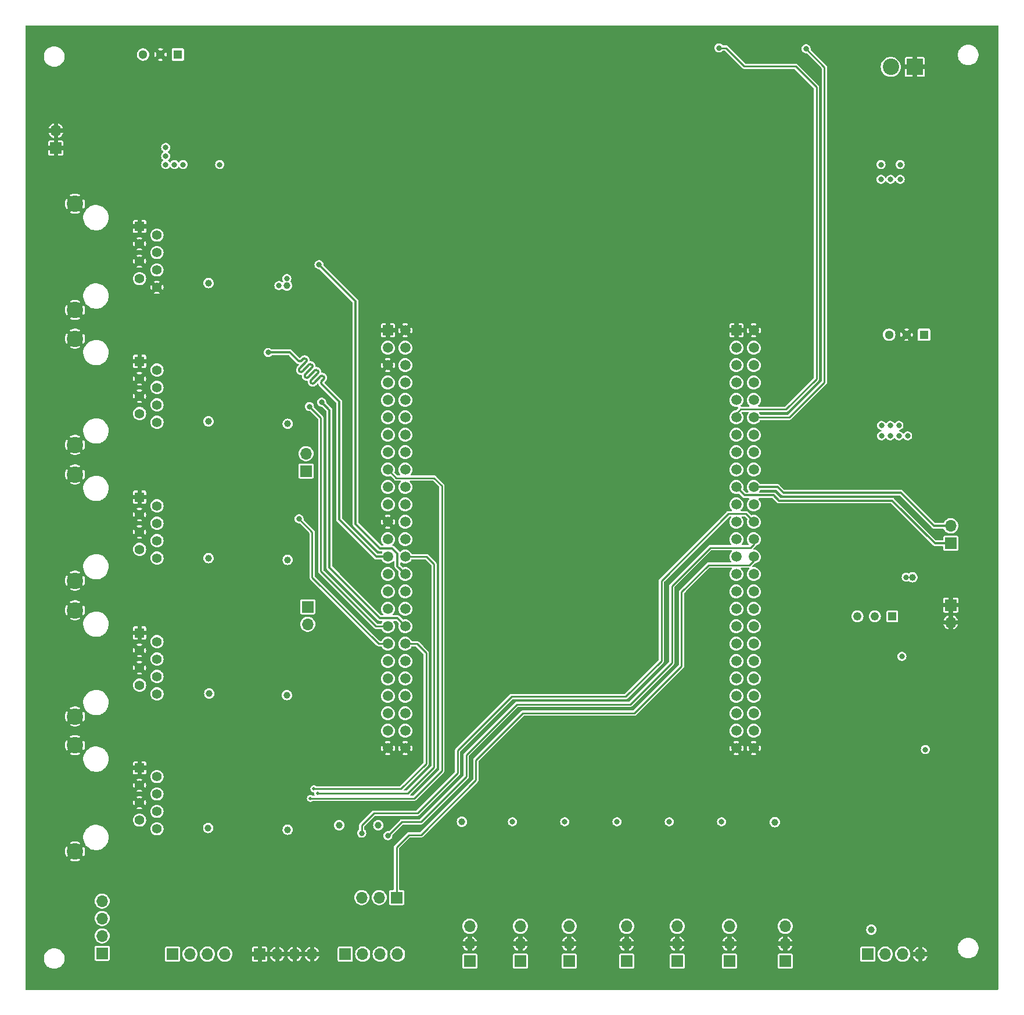
<source format=gbr>
%TF.GenerationSoftware,KiCad,Pcbnew,7.0.8*%
%TF.CreationDate,2023-12-10T21:55:32+01:00*%
%TF.ProjectId,stm_bob,73746d5f-626f-4622-9e6b-696361645f70,rev?*%
%TF.SameCoordinates,Original*%
%TF.FileFunction,Copper,L4,Bot*%
%TF.FilePolarity,Positive*%
%FSLAX46Y46*%
G04 Gerber Fmt 4.6, Leading zero omitted, Abs format (unit mm)*
G04 Created by KiCad (PCBNEW 7.0.8) date 2023-12-10 21:55:32*
%MOMM*%
%LPD*%
G01*
G04 APERTURE LIST*
%TA.AperFunction,ComponentPad*%
%ADD10R,1.700000X1.700000*%
%TD*%
%TA.AperFunction,ComponentPad*%
%ADD11O,1.700000X1.700000*%
%TD*%
%TA.AperFunction,ComponentPad*%
%ADD12R,1.408000X1.408000*%
%TD*%
%TA.AperFunction,ComponentPad*%
%ADD13C,1.408000*%
%TD*%
%TA.AperFunction,ComponentPad*%
%ADD14C,2.400000*%
%TD*%
%TA.AperFunction,ComponentPad*%
%ADD15R,1.508000X1.508000*%
%TD*%
%TA.AperFunction,ComponentPad*%
%ADD16C,1.508000*%
%TD*%
%TA.AperFunction,ComponentPad*%
%ADD17R,2.400000X2.400000*%
%TD*%
%TA.AperFunction,ComponentPad*%
%ADD18R,1.300000X1.300000*%
%TD*%
%TA.AperFunction,ComponentPad*%
%ADD19C,1.300000*%
%TD*%
%TA.AperFunction,ComponentPad*%
%ADD20R,1.218000X1.218000*%
%TD*%
%TA.AperFunction,ComponentPad*%
%ADD21C,1.218000*%
%TD*%
%TA.AperFunction,ViaPad*%
%ADD22C,1.000000*%
%TD*%
%TA.AperFunction,ViaPad*%
%ADD23C,0.800000*%
%TD*%
%TA.AperFunction,ViaPad*%
%ADD24C,0.500000*%
%TD*%
%TA.AperFunction,Conductor*%
%ADD25C,0.254000*%
%TD*%
%TA.AperFunction,Conductor*%
%ADD26C,0.330200*%
%TD*%
%TA.AperFunction,Conductor*%
%ADD27C,0.250000*%
%TD*%
%TA.AperFunction,Conductor*%
%ADD28C,0.304800*%
%TD*%
G04 APERTURE END LIST*
D10*
%TO.P,J9_GPIO1,1,Pin_1*%
%TO.N,GPIO_E15*%
X61087000Y-115189000D03*
D11*
%TO.P,J9_GPIO1,2,Pin_2*%
%TO.N,GPIO_B10*%
X61087000Y-117729000D03*
%TD*%
D10*
%TO.P,J5,1,Pin_1*%
%TO.N,+12V*%
X66558000Y-165862000D03*
D11*
%TO.P,J5,2,Pin_2*%
X69098000Y-165862000D03*
%TO.P,J5,3,Pin_3*%
X71638000Y-165862000D03*
%TO.P,J5,4,Pin_4*%
X74178000Y-165862000D03*
%TD*%
D12*
%TO.P,JzAxis1,1,1*%
%TO.N,GND*%
X36576000Y-138684000D03*
D13*
%TO.P,JzAxis1,2,2*%
%TO.N,/enableZ_*%
X39116000Y-139954000D03*
%TO.P,JzAxis1,3,3*%
%TO.N,GND*%
X36576000Y-141224000D03*
%TO.P,JzAxis1,4,4*%
%TO.N,/stepZ_*%
X39116000Y-142494000D03*
%TO.P,JzAxis1,5,5*%
%TO.N,GND*%
X36576000Y-143764000D03*
%TO.P,JzAxis1,6,6*%
%TO.N,/dirZ_*%
X39116000Y-145034000D03*
%TO.P,JzAxis1,7,7*%
%TO.N,error_stepper*%
X36576000Y-146304000D03*
%TO.P,JzAxis1,8,8*%
%TO.N,/errorY2_+*%
X39116000Y-147574000D03*
D14*
%TO.P,JzAxis1,S1,SHIELD*%
%TO.N,GND*%
X27176000Y-135379000D03*
%TO.P,JzAxis1,S2,SHIELD*%
X27176000Y-150879000D03*
%TD*%
D10*
%TO.P,J4,1,Pin_1*%
%TO.N,GND*%
X154813000Y-114935000D03*
D11*
%TO.P,J4,2,Pin_2*%
X154813000Y-117475000D03*
%TD*%
D12*
%TO.P,Jy1Axis1,1,1*%
%TO.N,GND*%
X36576000Y-99187000D03*
D13*
%TO.P,Jy1Axis1,2,2*%
%TO.N,/enableY1_*%
X39116000Y-100457000D03*
%TO.P,Jy1Axis1,3,3*%
%TO.N,GND*%
X36576000Y-101727000D03*
%TO.P,Jy1Axis1,4,4*%
%TO.N,/stepY1_*%
X39116000Y-102997000D03*
%TO.P,Jy1Axis1,5,5*%
%TO.N,GND*%
X36576000Y-104267000D03*
%TO.P,Jy1Axis1,6,6*%
%TO.N,/dirY1_*%
X39116000Y-105537000D03*
%TO.P,Jy1Axis1,7,7*%
%TO.N,/errorY1_+*%
X36576000Y-106807000D03*
%TO.P,Jy1Axis1,8,8*%
%TO.N,/errorX_+*%
X39116000Y-108077000D03*
D14*
%TO.P,Jy1Axis1,S1,SHIELD*%
%TO.N,GND*%
X27176000Y-95882000D03*
%TO.P,Jy1Axis1,S2,SHIELD*%
X27176000Y-111382000D03*
%TD*%
D10*
%TO.P,J2,1,Pin_1*%
%TO.N,+5V*%
X31115000Y-165735000D03*
D11*
%TO.P,J2,2,Pin_2*%
X31115000Y-163195000D03*
%TO.P,J2,3,Pin_3*%
X31115000Y-160655000D03*
%TO.P,J2,4,Pin_4*%
X31115000Y-158115000D03*
%TD*%
D15*
%TO.P,TB1,P1_1,GND*%
%TO.N,GND*%
X72771000Y-74855000D03*
D16*
%TO.P,TB1,P1_2,GND*%
X75311000Y-74855000D03*
%TO.P,TB1,P1_3,VDD*%
%TO.N,VDD*%
X72771000Y-77395000D03*
%TO.P,TB1,P1_4,VDD*%
X75311000Y-77395000D03*
%TO.P,TB1,P1_5,GND*%
%TO.N,GND*%
X72771000Y-79935000D03*
%TO.P,TB1,P1_6,NRST*%
%TO.N,unconnected-(TB1-NRST-PadP1_6)*%
X75311000Y-79935000D03*
%TO.P,TB1,P1_7,PC1*%
%TO.N,unconnected-(TB1-PC1-PadP1_7)*%
X72771000Y-82475000D03*
%TO.P,TB1,P1_8,PC0*%
%TO.N,unconnected-(TB1-PC0-PadP1_8)*%
X75311000Y-82475000D03*
%TO.P,TB1,P1_9,PC3*%
%TO.N,unconnected-(TB1-PC3-PadP1_9)*%
X72771000Y-85015000D03*
%TO.P,TB1,P1_10,PC2*%
%TO.N,unconnected-(TB1-PC2-PadP1_10)*%
X75311000Y-85015000D03*
%TO.P,TB1,P1_11,PA1*%
%TO.N,dirX*%
X72771000Y-87555000D03*
%TO.P,TB1,P1_12,PA0-WKUP*%
%TO.N,unconnected-(TB1-PA0-WKUP-PadP1_12)*%
X75311000Y-87555000D03*
%TO.P,TB1,P1_13,PA3*%
%TO.N,dirY1*%
X72771000Y-90095000D03*
%TO.P,TB1,P1_14,PA2*%
%TO.N,dirA*%
X75311000Y-90095000D03*
%TO.P,TB1,P1_15,PA5*%
%TO.N,dirY2*%
X72771000Y-92635000D03*
%TO.P,TB1,P1_16,PA4*%
%TO.N,unconnected-(TB1-PA4-PadP1_16)*%
X75311000Y-92635000D03*
%TO.P,TB1,P1_17,PA7*%
%TO.N,dirZ*%
X72771000Y-95175000D03*
%TO.P,TB1,P1_18,PA6*%
%TO.N,unconnected-(TB1-PA6-PadP1_18)*%
X75311000Y-95175000D03*
%TO.P,TB1,P1_19,PC5*%
%TO.N,unconnected-(TB1-PC5-PadP1_19)*%
X72771000Y-97715000D03*
%TO.P,TB1,P1_20,PC4*%
%TO.N,unconnected-(TB1-PC4-PadP1_20)*%
X75311000Y-97715000D03*
%TO.P,TB1,P1_21,PB1*%
%TO.N,unconnected-(TB1-PB1-PadP1_21)*%
X72771000Y-100255000D03*
%TO.P,TB1,P1_22,PB0*%
%TO.N,unconnected-(TB1-PB0-PadP1_22)*%
X75311000Y-100255000D03*
%TO.P,TB1,P1_23,GND*%
%TO.N,GND*%
X72771000Y-102795000D03*
%TO.P,TB1,P1_24,PB2*%
%TO.N,unconnected-(TB1-PB2-PadP1_24)*%
X75311000Y-102795000D03*
%TO.P,TB1,P1_25,PE7*%
%TO.N,GPIO_E7*%
X72771000Y-105335000D03*
%TO.P,TB1,P1_26,PE8*%
%TO.N,GPIO_E8*%
X75311000Y-105335000D03*
%TO.P,TB1,P1_27,PE9*%
%TO.N,stepX*%
X72771000Y-107875000D03*
%TO.P,TB1,P1_28,PE10*%
%TO.N,stepZ*%
X75311000Y-107875000D03*
%TO.P,TB1,P1_29,PE11*%
%TO.N,stepY1*%
X72771000Y-110415000D03*
%TO.P,TB1,P1_30,PE12*%
%TO.N,stepA*%
X75311000Y-110415000D03*
%TO.P,TB1,P1_31,PE13*%
%TO.N,stepY2*%
X72771000Y-112955000D03*
%TO.P,TB1,P1_32,PE14*%
%TO.N,unconnected-(TB1-PE14-PadP1_32)*%
X75311000Y-112955000D03*
%TO.P,TB1,P1_33,PE15*%
%TO.N,GPIO_E15*%
X72771000Y-115495000D03*
%TO.P,TB1,P1_34,PB10*%
%TO.N,GPIO_B10*%
X75311000Y-115495000D03*
%TO.P,TB1,P1_35,PB11*%
%TO.N,enableX*%
X72771000Y-118035000D03*
%TO.P,TB1,P1_36,PB12*%
%TO.N,enableA*%
X75311000Y-118035000D03*
%TO.P,TB1,P1_37,PB13*%
%TO.N,enableY1*%
X72771000Y-120575000D03*
%TO.P,TB1,P1_38,PB14*%
%TO.N,enableZ*%
X75311000Y-120575000D03*
%TO.P,TB1,P1_39,PB15*%
%TO.N,enableY2*%
X72771000Y-123115000D03*
%TO.P,TB1,P1_40,PD8*%
%TO.N,unconnected-(TB1-PD8-PadP1_40)*%
X75311000Y-123115000D03*
%TO.P,TB1,P1_41,PD9*%
%TO.N,unconnected-(TB1-PD9-PadP1_41)*%
X72771000Y-125655000D03*
%TO.P,TB1,P1_42,PD10*%
%TO.N,unconnected-(TB1-PD10-PadP1_42)*%
X75311000Y-125655000D03*
%TO.P,TB1,P1_43,PD11*%
%TO.N,error_stepper*%
X72771000Y-128195000D03*
%TO.P,TB1,P1_44,PD12*%
%TO.N,unconnected-(TB1-PD12-PadP1_44)*%
X75311000Y-128195000D03*
%TO.P,TB1,P1_45,PD13*%
%TO.N,unconnected-(TB1-PD13-PadP1_45)*%
X72771000Y-130735000D03*
%TO.P,TB1,P1_46,PD14*%
%TO.N,unconnected-(TB1-PD14-PadP1_46)*%
X75311000Y-130735000D03*
%TO.P,TB1,P1_47,PD15*%
%TO.N,unconnected-(TB1-PD15-PadP1_47)*%
X72771000Y-133275000D03*
%TO.P,TB1,P1_48*%
%TO.N,N/C*%
X75311000Y-133275000D03*
%TO.P,TB1,P1_49,GND*%
%TO.N,GND*%
X72771000Y-135815000D03*
%TO.P,TB1,P1_50,GND*%
X75311000Y-135815000D03*
D15*
%TO.P,TB1,P2_1,GND*%
X123571000Y-74855000D03*
D16*
%TO.P,TB1,P2_2,GND*%
X126111000Y-74855000D03*
%TO.P,TB1,P2_3,5V*%
%TO.N,+5V*%
X123571000Y-77395000D03*
%TO.P,TB1,P2_4,5V*%
X126111000Y-77395000D03*
%TO.P,TB1,P2_5,3V*%
%TO.N,+3V3*%
X123571000Y-79935000D03*
%TO.P,TB1,P2_6,3V*%
X126111000Y-79935000D03*
%TO.P,TB1,P2_7,PH0*%
%TO.N,unconnected-(TB1-PH0-PadP2_7)*%
X123571000Y-82475000D03*
%TO.P,TB1,P2_8,PH1*%
%TO.N,unconnected-(TB1-PH1-PadP2_8)*%
X126111000Y-82475000D03*
%TO.P,TB1,P2_9,PC14*%
%TO.N,unconnected-(TB1-PC14-PadP2_9)*%
X123571000Y-85015000D03*
%TO.P,TB1,P2_10,PC15*%
%TO.N,unconnected-(TB1-PC15-PadP2_10)*%
X126111000Y-85015000D03*
%TO.P,TB1,P2_11,PE6*%
%TO.N,LED1*%
X123571000Y-87555000D03*
%TO.P,TB1,P2_12,PC13*%
%TO.N,LED2*%
X126111000Y-87555000D03*
%TO.P,TB1,P2_13,PE4*%
%TO.N,SpindleOverload*%
X123571000Y-90095000D03*
%TO.P,TB1,P2_14,PE5*%
%TO.N,SpindlePWM*%
X126111000Y-90095000D03*
%TO.P,TB1,P2_15,PE2*%
%TO.N,SpindleEnable*%
X123571000Y-92635000D03*
%TO.P,TB1,P2_16,PE3*%
%TO.N,unconnected-(TB1-PE3-PadP2_16)*%
X126111000Y-92635000D03*
%TO.P,TB1,P2_17,PE0*%
%TO.N,unconnected-(TB1-PE0-PadP2_17)*%
X123571000Y-95175000D03*
%TO.P,TB1,P2_18,PE1*%
%TO.N,unconnected-(TB1-PE1-PadP2_18)*%
X126111000Y-95175000D03*
%TO.P,TB1,P2_19,PB8*%
%TO.N,I2C_SDA*%
X123571000Y-97715000D03*
%TO.P,TB1,P2_20,PB9*%
%TO.N,I2C_SCL*%
X126111000Y-97715000D03*
%TO.P,TB1,P2_21,BOOT0*%
%TO.N,unconnected-(TB1-BOOT0-PadP2_21)*%
X123571000Y-100255000D03*
%TO.P,TB1,P2_22,VDD*%
%TO.N,VDD*%
X126111000Y-100255000D03*
%TO.P,TB1,P2_23,PB6*%
%TO.N,unconnected-(TB1-PB6-PadP2_23)*%
X123571000Y-102795000D03*
%TO.P,TB1,P2_24,PB7*%
%TO.N,SPI_MISO*%
X126111000Y-102795000D03*
%TO.P,TB1,P2_25,PB4*%
%TO.N,unconnected-(TB1-PB4-PadP2_25)*%
X123571000Y-105335000D03*
%TO.P,TB1,P2_26,PB5*%
%TO.N,SPI_MOSI*%
X126111000Y-105335000D03*
%TO.P,TB1,P2_27,PD7*%
%TO.N,unconnected-(TB1-PD7-PadP2_27)*%
X123571000Y-107875000D03*
%TO.P,TB1,P2_28,PB3*%
%TO.N,SPI_SCK*%
X126111000Y-107875000D03*
%TO.P,TB1,P2_29,PD5*%
%TO.N,unconnected-(TB1-PD5-PadP2_29)*%
X123571000Y-110415000D03*
%TO.P,TB1,P2_30,PD6*%
%TO.N,unconnected-(TB1-PD6-PadP2_30)*%
X126111000Y-110415000D03*
%TO.P,TB1,P2_31,PD3*%
%TO.N,unconnected-(TB1-PD3-PadP2_31)*%
X123571000Y-112955000D03*
%TO.P,TB1,P2_32,PD4*%
%TO.N,unconnected-(TB1-PD4-PadP2_32)*%
X126111000Y-112955000D03*
%TO.P,TB1,P2_33,PD1*%
%TO.N,FeedHold*%
X123571000Y-115495000D03*
%TO.P,TB1,P2_34,PD2*%
%TO.N,Reset*%
X126111000Y-115495000D03*
%TO.P,TB1,P2_35,PC12*%
%TO.N,unconnected-(TB1-PC12-PadP2_35)*%
X123571000Y-118035000D03*
%TO.P,TB1,P2_36,PD0*%
%TO.N,CycleStart*%
X126111000Y-118035000D03*
%TO.P,TB1,P2_37,PC10*%
%TO.N,unconnected-(TB1-PC10-PadP2_37)*%
X123571000Y-120575000D03*
%TO.P,TB1,P2_38,PC11*%
%TO.N,limitA*%
X126111000Y-120575000D03*
%TO.P,TB1,P2_39,PA14*%
%TO.N,unconnected-(TB1-PA14-PadP2_39)*%
X123571000Y-123115000D03*
%TO.P,TB1,P2_40,PA15*%
%TO.N,GPIO1*%
X126111000Y-123115000D03*
%TO.P,TB1,P2_41,PA10*%
%TO.N,unconnected-(TB1-PA10-PadP2_41)*%
X123571000Y-125655000D03*
%TO.P,TB1,P2_42,PA13*%
%TO.N,Probe*%
X126111000Y-125655000D03*
%TO.P,TB1,P2_43,PA8*%
%TO.N,unconnected-(TB1-PA8-PadP2_43)*%
X123571000Y-128195000D03*
%TO.P,TB1,P2_44,PA9*%
%TO.N,unconnected-(TB1-PA9-PadP2_44)*%
X126111000Y-128195000D03*
%TO.P,TB1,P2_45,PC8*%
%TO.N,limitX*%
X123571000Y-130735000D03*
%TO.P,TB1,P2_46,PC9*%
%TO.N,limitZ*%
X126111000Y-130735000D03*
%TO.P,TB1,P2_47,PC6*%
%TO.N,limitY1*%
X123571000Y-133275000D03*
%TO.P,TB1,P2_48,PC7*%
%TO.N,limitY2*%
X126111000Y-133275000D03*
%TO.P,TB1,P2_49,GND*%
%TO.N,GND*%
X123571000Y-135815000D03*
%TO.P,TB1,P2_50,GND*%
X126111000Y-135815000D03*
%TD*%
D10*
%TO.P,J11_SPI1,1,Pin_1*%
%TO.N,SPI_SCK*%
X74041000Y-157607000D03*
D11*
%TO.P,J11_SPI1,2,Pin_2*%
%TO.N,SPI_MOSI*%
X71501000Y-157607000D03*
%TO.P,J11_SPI1,3,Pin_3*%
%TO.N,SPI_MISO*%
X68961000Y-157607000D03*
%TD*%
D17*
%TO.P,J1,1,Pin_1*%
%TO.N,GND*%
X149578000Y-36422000D03*
D14*
%TO.P,J1,2,Pin_2*%
%TO.N,+12V*%
X146078000Y-36422000D03*
%TD*%
D10*
%TO.P,JlimA1,1,Pin_1*%
%TO.N,+12V*%
X130683000Y-166878000D03*
D11*
%TO.P,JlimA1,2,Pin_2*%
%TO.N,GND*%
X130683000Y-164338000D03*
%TO.P,JlimA1,3,Pin_3*%
%TO.N,Net-(JlimA1-Pin_3)*%
X130683000Y-161798000D03*
%TD*%
D10*
%TO.P,JlimX1,1,Pin_1*%
%TO.N,+12V*%
X92075000Y-166878000D03*
D11*
%TO.P,JlimX1,2,Pin_2*%
%TO.N,GND*%
X92075000Y-164338000D03*
%TO.P,JlimX1,3,Pin_3*%
%TO.N,Net-(JlimX1-Pin_3)*%
X92075000Y-161798000D03*
%TD*%
D10*
%TO.P,JlimY2,1,Pin_1*%
%TO.N,+12V*%
X99187000Y-166878000D03*
D11*
%TO.P,JlimY2,2,Pin_2*%
%TO.N,GND*%
X99187000Y-164338000D03*
%TO.P,JlimY2,3,Pin_3*%
%TO.N,Net-(JlimY2-Pin_3)*%
X99187000Y-161798000D03*
%TD*%
D10*
%TO.P,JlimZ1,1,Pin_1*%
%TO.N,+12V*%
X84709000Y-166878000D03*
D11*
%TO.P,JlimZ1,2,Pin_2*%
%TO.N,GND*%
X84709000Y-164338000D03*
%TO.P,JlimZ1,3,Pin_3*%
%TO.N,Net-(JlimZ1-Pin_3)*%
X84709000Y-161798000D03*
%TD*%
D12*
%TO.P,JxAxis1,1,1*%
%TO.N,GND*%
X36576000Y-79375000D03*
D13*
%TO.P,JxAxis1,2,2*%
%TO.N,/enableX_*%
X39116000Y-80645000D03*
%TO.P,JxAxis1,3,3*%
%TO.N,GND*%
X36576000Y-81915000D03*
%TO.P,JxAxis1,4,4*%
%TO.N,/stepX_*%
X39116000Y-83185000D03*
%TO.P,JxAxis1,5,5*%
%TO.N,GND*%
X36576000Y-84455000D03*
%TO.P,JxAxis1,6,6*%
%TO.N,/dirX_*%
X39116000Y-85725000D03*
%TO.P,JxAxis1,7,7*%
%TO.N,/errorX_+*%
X36576000Y-86995000D03*
%TO.P,JxAxis1,8,8*%
%TO.N,/errorA_+*%
X39116000Y-88265000D03*
D14*
%TO.P,JxAxis1,S1,SHIELD*%
%TO.N,GND*%
X27176000Y-76070000D03*
%TO.P,JxAxis1,S2,SHIELD*%
X27176000Y-91570000D03*
%TD*%
D10*
%TO.P,J3,1,Pin_1*%
%TO.N,+3V3*%
X41402000Y-165862000D03*
D11*
%TO.P,J3,2,Pin_2*%
X43942000Y-165862000D03*
%TO.P,J3,3,Pin_3*%
X46482000Y-165862000D03*
%TO.P,J3,4,Pin_4*%
X49022000Y-165862000D03*
%TD*%
D10*
%TO.P,JProbe1,1,Pin_1*%
%TO.N,+12V*%
X114935000Y-166878000D03*
D11*
%TO.P,JProbe1,2,Pin_2*%
%TO.N,GND*%
X114935000Y-164338000D03*
%TO.P,JProbe1,3,Pin_3*%
%TO.N,Net-(JProbe1-Pin_3)*%
X114935000Y-161798000D03*
%TD*%
D12*
%TO.P,Jy2Axis1,1,1*%
%TO.N,GND*%
X36576000Y-118999000D03*
D13*
%TO.P,Jy2Axis1,2,2*%
%TO.N,/enableY2_*%
X39116000Y-120269000D03*
%TO.P,Jy2Axis1,3,3*%
%TO.N,GND*%
X36576000Y-121539000D03*
%TO.P,Jy2Axis1,4,4*%
%TO.N,/stepY2_*%
X39116000Y-122809000D03*
%TO.P,Jy2Axis1,5,5*%
%TO.N,GND*%
X36576000Y-124079000D03*
%TO.P,Jy2Axis1,6,6*%
%TO.N,/dirY2_*%
X39116000Y-125349000D03*
%TO.P,Jy2Axis1,7,7*%
%TO.N,/errorY2_+*%
X36576000Y-126619000D03*
%TO.P,Jy2Axis1,8,8*%
%TO.N,/errorY1_+*%
X39116000Y-127889000D03*
D14*
%TO.P,Jy2Axis1,S1,SHIELD*%
%TO.N,GND*%
X27176000Y-115694000D03*
%TO.P,Jy2Axis1,S2,SHIELD*%
X27176000Y-131194000D03*
%TD*%
D12*
%TO.P,JAxisA1,1,1*%
%TO.N,GND*%
X36576000Y-59690000D03*
D13*
%TO.P,JAxisA1,2,2*%
%TO.N,/enableA_*%
X39116000Y-60960000D03*
%TO.P,JAxisA1,3,3*%
%TO.N,GND*%
X36576000Y-62230000D03*
%TO.P,JAxisA1,4,4*%
%TO.N,/stepA_*%
X39116000Y-63500000D03*
%TO.P,JAxisA1,5,5*%
%TO.N,GND*%
X36576000Y-64770000D03*
%TO.P,JAxisA1,6,6*%
%TO.N,/dirA_*%
X39116000Y-66040000D03*
%TO.P,JAxisA1,7,7*%
%TO.N,/errorA_+*%
X36576000Y-67310000D03*
%TO.P,JAxisA1,8,8*%
%TO.N,GND*%
X39116000Y-68580000D03*
D14*
%TO.P,JAxisA1,S1,SHIELD*%
X27176000Y-56385000D03*
%TO.P,JAxisA1,S2,SHIELD*%
X27176000Y-71885000D03*
%TD*%
D10*
%TO.P,JI2C1,1,Pin_1*%
%TO.N,I2C_SDA*%
X154813000Y-105918000D03*
D11*
%TO.P,JI2C1,2,Pin_2*%
%TO.N,I2C_SCL*%
X154813000Y-103378000D03*
%TD*%
D10*
%TO.P,J6,1,Pin_1*%
%TO.N,GND*%
X54102000Y-165862000D03*
D11*
%TO.P,J6,2,Pin_2*%
X56642000Y-165862000D03*
%TO.P,J6,3,Pin_3*%
X59182000Y-165862000D03*
%TO.P,J6,4,Pin_4*%
X61722000Y-165862000D03*
%TD*%
D18*
%TO.P,U5V+1,1,+VIN*%
%TO.N,Net-(U5V+1-+VIN)*%
X42164000Y-34616500D03*
D19*
%TO.P,U5V+1,2,GND*%
%TO.N,GND*%
X39624000Y-34616500D03*
%TO.P,U5V+1,3,+VOUT*%
%TO.N,+5V*%
X37084000Y-34616500D03*
%TD*%
D18*
%TO.P,U3V3+1,1,+VIN*%
%TO.N,Net-(U3V3+1-+VIN)*%
X150922398Y-75500537D03*
D19*
%TO.P,U3V3+1,2,GND*%
%TO.N,GND*%
X148382398Y-75500537D03*
%TO.P,U3V3+1,3,+VOUT*%
%TO.N,+3V3*%
X145842398Y-75500537D03*
%TD*%
D10*
%TO.P,J10_GPIO1,1,Pin_1*%
%TO.N,GPIO_E7*%
X60833000Y-95382000D03*
D11*
%TO.P,J10_GPIO1,2,Pin_2*%
%TO.N,GPIO_E8*%
X60833000Y-92842000D03*
%TD*%
D10*
%TO.P,JPvMaffel1,1,Pin_1*%
%TO.N,Net-(JPvMaffel1-Pin_1)*%
X142748000Y-165862000D03*
D11*
%TO.P,JPvMaffel1,2,Pin_2*%
%TO.N,Upv_maffel*%
X145288000Y-165862000D03*
%TO.P,JPvMaffel1,3,Pin_3*%
%TO.N,Uo_overload*%
X147828000Y-165862000D03*
%TO.P,JPvMaffel1,4,Pin_4*%
%TO.N,GND*%
X150368000Y-165862000D03*
%TD*%
D10*
%TO.P,J7,1,Pin_1*%
%TO.N,GND*%
X24384000Y-48260000D03*
D11*
%TO.P,J7,2,Pin_2*%
X24384000Y-45720000D03*
%TD*%
D20*
%TO.P,RV1,1,1*%
%TO.N,Net-(R20-Pad2)*%
X146302580Y-116575882D03*
D21*
%TO.P,RV1,2,2*%
X143762580Y-116575882D03*
%TO.P,RV1,3,3*%
%TO.N,Net-(U9B--)*%
X141222580Y-116575882D03*
%TD*%
D10*
%TO.P,JlimY1,1,Pin_1*%
%TO.N,+12V*%
X107569000Y-166878000D03*
D11*
%TO.P,JlimY1,2,Pin_2*%
%TO.N,GND*%
X107569000Y-164338000D03*
%TO.P,JlimY1,3,Pin_3*%
%TO.N,Net-(JlimY1-Pin_3)*%
X107569000Y-161798000D03*
%TD*%
D10*
%TO.P,JGpio1,1,Pin_1*%
%TO.N,+12V*%
X122555000Y-166878000D03*
D11*
%TO.P,JGpio1,2,Pin_2*%
%TO.N,GND*%
X122555000Y-164338000D03*
%TO.P,JGpio1,3,Pin_3*%
%TO.N,Net-(JGpio1-Pin_3)*%
X122555000Y-161798000D03*
%TD*%
D22*
%TO.N,+12V*%
X143256000Y-162306000D03*
D23*
X147701000Y-122428000D03*
X146050000Y-52832000D03*
X144653000Y-50673000D03*
X148336000Y-110871000D03*
X144653000Y-52832000D03*
D22*
X149225000Y-110871000D03*
D23*
X147447000Y-52832000D03*
X147447000Y-50673000D03*
D24*
%TO.N,dirZ*%
X61482986Y-143139414D03*
D23*
%TO.N,stepX*%
X55321200Y-78079600D03*
D24*
%TO.N,stepZ*%
X62534800Y-142392400D03*
D23*
%TO.N,stepA*%
X62738000Y-65278000D03*
%TO.N,enableX*%
X61341000Y-85979000D03*
%TO.N,enableA*%
X63119000Y-85344000D03*
%TO.N,enableY1*%
X59817000Y-102362000D03*
D24*
%TO.N,enableZ*%
X61976000Y-141732000D03*
D22*
%TO.N,+5V*%
X46609000Y-108077000D03*
X46615350Y-67945000D03*
D23*
X42926000Y-50673000D03*
X40386000Y-50673000D03*
X48260000Y-50673000D03*
X40386000Y-49439500D03*
D22*
X46736000Y-127838000D03*
D23*
X40386000Y-48169500D03*
X41656000Y-50673000D03*
D22*
X46615350Y-88138000D03*
X46583600Y-147447000D03*
D23*
%TO.N,+3V3*%
X56896000Y-68326000D03*
X106172000Y-146558000D03*
X147269200Y-90246200D03*
D22*
X58166000Y-147701000D03*
X58039000Y-68326000D03*
X65659000Y-147066000D03*
D23*
X151130000Y-136017000D03*
X147269200Y-88722200D03*
X144729200Y-88722200D03*
D22*
X58166000Y-88493600D03*
D23*
X144729200Y-90246200D03*
D22*
X71374000Y-147066000D03*
D23*
X58039000Y-67310000D03*
X98552000Y-146558000D03*
D22*
X129160732Y-146600910D03*
D23*
X113792000Y-146558000D03*
D22*
X83566000Y-146558000D03*
D23*
X145999200Y-88722200D03*
X121412000Y-146558000D03*
D22*
X58039000Y-128066600D03*
D23*
X90932000Y-146558000D03*
X148539200Y-90246200D03*
D22*
X58166000Y-108331000D03*
D23*
X145999200Y-90246200D03*
%TO.N,LED1*%
X121031000Y-33655000D03*
%TO.N,LED2*%
X133731000Y-33782000D03*
%TO.N,SPI_MOSI*%
X72771000Y-148590000D03*
%TO.N,SPI_MISO*%
X68961000Y-148209000D03*
%TO.N,GND*%
X138938000Y-105664000D03*
X56134000Y-98933000D03*
X140970000Y-97663000D03*
X49530000Y-79375000D03*
X141183949Y-100836634D03*
X60198000Y-105918000D03*
D22*
X46990000Y-45629500D03*
D23*
X123698000Y-33782000D03*
D22*
X154305000Y-87376000D03*
D23*
X53213000Y-61468000D03*
X72771000Y-72644000D03*
X139700000Y-140208000D03*
X53975000Y-66802000D03*
X44069000Y-146558000D03*
X157561110Y-147576782D03*
X53721000Y-126822000D03*
X51847750Y-66802000D03*
X149987000Y-116586000D03*
D22*
X155321000Y-87376000D03*
D23*
X129667000Y-113030000D03*
X151852000Y-157734000D03*
D22*
X151943689Y-58609026D03*
D23*
X126111000Y-72517000D03*
X136947351Y-152305162D03*
X85852000Y-125857000D03*
D22*
X138557000Y-35433000D03*
X156274973Y-66531269D03*
D23*
X53848000Y-87249000D03*
X75311000Y-72644000D03*
X52832000Y-141732000D03*
X53848000Y-146431000D03*
D22*
X60960000Y-41529000D03*
D23*
X51816000Y-87249000D03*
X157226000Y-109347000D03*
X49276000Y-98552000D03*
X110363000Y-33655000D03*
X53879750Y-107061000D03*
X152781000Y-100584000D03*
X51816000Y-146431000D03*
X139446000Y-129413000D03*
X119380000Y-125603000D03*
X31115000Y-43942000D03*
X147447000Y-109093000D03*
X56134000Y-79375000D03*
D22*
X53086000Y-46609000D03*
D23*
X51847750Y-107086400D03*
X152654000Y-133858000D03*
X123571000Y-72517000D03*
X53086000Y-121793000D03*
X156337000Y-132969000D03*
D22*
X154305000Y-88519000D03*
X154305000Y-86360000D03*
D23*
X51740500Y-126822000D03*
X152146000Y-142113000D03*
%TD*%
D25*
%TO.N,enableY1*%
X71426000Y-120575000D02*
X72771000Y-120575000D01*
X61722000Y-110871000D02*
X71426000Y-120575000D01*
X61722000Y-104267000D02*
X61722000Y-110871000D01*
X59817000Y-102362000D02*
X61722000Y-104267000D01*
%TO.N,dirZ*%
X80645000Y-139065000D02*
X80645000Y-97536000D01*
X76570586Y-143139414D02*
X80645000Y-139065000D01*
X79502000Y-96393000D02*
X73989000Y-96393000D01*
X73989000Y-96393000D02*
X72771000Y-95175000D01*
X61482986Y-143139414D02*
X76570586Y-143139414D01*
X80645000Y-97536000D02*
X79502000Y-96393000D01*
D26*
%TO.N,stepX*%
X61720697Y-80288748D02*
X60730746Y-81278695D01*
X62003537Y-82551484D02*
X62003536Y-82551485D01*
X60872170Y-79440223D02*
X60872171Y-79440222D01*
X55321200Y-78079600D02*
X58521600Y-78079600D01*
X63417749Y-81985800D02*
X63134905Y-82268641D01*
X60306485Y-80854432D02*
X60306484Y-80854433D01*
X65659000Y-85217000D02*
X65659000Y-102438200D01*
X60872171Y-79440222D02*
X59882220Y-80430169D01*
X63134906Y-82692906D02*
X65659000Y-85217000D01*
X61155010Y-81702959D02*
X62144957Y-80713008D01*
X58521600Y-78079600D02*
X59740800Y-79298800D01*
X71095800Y-107875000D02*
X72771000Y-107875000D01*
X60306484Y-80854433D02*
X61296431Y-79864482D01*
X62569222Y-81137275D02*
X62569223Y-81137274D01*
X61720696Y-80288749D02*
X61720697Y-80288748D01*
X60165064Y-79298800D02*
X60447907Y-79015958D01*
X65659000Y-102438200D02*
X71095800Y-107875000D01*
X63134905Y-82692905D02*
X63134906Y-82692906D01*
X62003536Y-82551485D02*
X62993483Y-81561534D01*
X61155011Y-81702958D02*
X61155010Y-81702959D01*
X63417748Y-81985801D02*
X63417749Y-81985800D01*
X60165065Y-79298799D02*
X60165064Y-79298800D01*
X62569223Y-81137274D02*
X61579272Y-82127221D01*
X59882269Y-80854384D02*
G75*
G03*
X60306484Y-80854431I212131J212084D01*
G01*
X60872180Y-79440233D02*
G75*
G03*
X60872171Y-79015958I-212180J212133D01*
G01*
X60730719Y-81278668D02*
G75*
G03*
X60730746Y-81702959I212181J-212132D01*
G01*
X61720679Y-80288732D02*
G75*
G03*
X61720696Y-79864485I-212079J212132D01*
G01*
X59882219Y-80430168D02*
G75*
G03*
X59882220Y-80854433I212181J-212132D01*
G01*
X63417734Y-81561551D02*
G75*
G03*
X62993483Y-81561534I-212134J-212149D01*
G01*
X60872170Y-79015959D02*
G75*
G03*
X60447908Y-79015959I-212131J-212131D01*
G01*
X59740769Y-79298831D02*
G75*
G03*
X60165064Y-79298798I212131J212131D01*
G01*
X61579268Y-82551489D02*
G75*
G03*
X62003537Y-82551484I212132J212089D01*
G01*
X62569179Y-81137232D02*
G75*
G03*
X62569222Y-80713011I-212079J212132D01*
G01*
X61720734Y-79864447D02*
G75*
G03*
X61296431Y-79864482I-212134J-212153D01*
G01*
X63134932Y-82268668D02*
G75*
G03*
X63134905Y-82692905I212068J-212132D01*
G01*
X60730768Y-81702937D02*
G75*
G03*
X61155011Y-81702958I212132J212137D01*
G01*
X63417780Y-81985833D02*
G75*
G03*
X63417749Y-81561536I-212180J212133D01*
G01*
X61579320Y-82127269D02*
G75*
G03*
X61579273Y-82551484I212080J-212131D01*
G01*
X62569234Y-80712999D02*
G75*
G03*
X62144957Y-80713008I-212134J-212101D01*
G01*
D25*
%TO.N,stepZ*%
X79502000Y-108966000D02*
X78411000Y-107875000D01*
X75692000Y-142392400D02*
X79502000Y-138582400D01*
X79502000Y-138582400D02*
X79502000Y-108966000D01*
X78411000Y-107875000D02*
X75311000Y-107875000D01*
X62534800Y-142392400D02*
X75692000Y-142392400D01*
D26*
%TO.N,stepA*%
X74168000Y-107442000D02*
X73406000Y-106680000D01*
X73406000Y-106680000D02*
X71628000Y-106680000D01*
X68072000Y-103124000D02*
X68072000Y-70612000D01*
X71628000Y-106680000D02*
X68072000Y-103124000D01*
X74168000Y-109272000D02*
X74168000Y-107442000D01*
X68072000Y-70612000D02*
X62738000Y-65278000D01*
X75311000Y-110415000D02*
X74168000Y-109272000D01*
D27*
%TO.N,enableX*%
X62992000Y-87630000D02*
X62992000Y-109982000D01*
X71045000Y-118035000D02*
X72771000Y-118035000D01*
X61341000Y-85979000D02*
X62992000Y-87630000D01*
X62992000Y-109982000D02*
X71045000Y-118035000D01*
D26*
%TO.N,enableA*%
X64262000Y-86487000D02*
X64262000Y-109474000D01*
X75311000Y-117983000D02*
X75311000Y-118035000D01*
X64262000Y-109474000D02*
X71628000Y-116840000D01*
X63119000Y-85344000D02*
X64262000Y-86487000D01*
X74168000Y-116840000D02*
X75311000Y-117983000D01*
X71628000Y-116840000D02*
X74168000Y-116840000D01*
D25*
%TO.N,enableZ*%
X78359000Y-138049000D02*
X78359000Y-121920000D01*
X74676000Y-141732000D02*
X78359000Y-138049000D01*
X78359000Y-121920000D02*
X77014000Y-120575000D01*
X61976000Y-141732000D02*
X74676000Y-141732000D01*
X77014000Y-120575000D02*
X75311000Y-120575000D01*
%TO.N,LED1*%
X135255000Y-39370000D02*
X132207000Y-36322000D01*
X124714000Y-36322000D02*
X122047000Y-33655000D01*
X130810000Y-86360000D02*
X135255000Y-81915000D01*
X122047000Y-33655000D02*
X121031000Y-33655000D01*
X132207000Y-36322000D02*
X124714000Y-36322000D01*
X123571000Y-87555000D02*
X123571000Y-86995000D01*
X135255000Y-81915000D02*
X135255000Y-39370000D01*
X123571000Y-86995000D02*
X124206000Y-86360000D01*
X124206000Y-86360000D02*
X130810000Y-86360000D01*
%TO.N,LED2*%
X133731000Y-33782000D02*
X136398000Y-36449000D01*
X136398000Y-82423000D02*
X131266000Y-87555000D01*
X136398000Y-36449000D02*
X136398000Y-82423000D01*
X131266000Y-87555000D02*
X126111000Y-87555000D01*
%TO.N,SPI_SCK*%
X108712000Y-130683000D02*
X115570000Y-123825000D01*
X126111000Y-108458000D02*
X126111000Y-107875000D01*
X115570000Y-123825000D02*
X115570000Y-113030000D01*
X92456000Y-130683000D02*
X108712000Y-130683000D01*
X77597000Y-148463000D02*
X85598000Y-140462000D01*
X74041000Y-150241000D02*
X75819000Y-148463000D01*
X115570000Y-113030000D02*
X119507000Y-109093000D01*
X85598000Y-137541000D02*
X92456000Y-130683000D01*
X75819000Y-148463000D02*
X77597000Y-148463000D01*
X125476000Y-109093000D02*
X126111000Y-108458000D01*
X119507000Y-109093000D02*
X125476000Y-109093000D01*
X85598000Y-140462000D02*
X85598000Y-137541000D01*
X74041000Y-157607000D02*
X74041000Y-150241000D01*
%TO.N,SPI_MOSI*%
X126111000Y-105335000D02*
X126111000Y-106045000D01*
X114173000Y-123317000D02*
X108077000Y-129413000D01*
X108077000Y-129413000D02*
X91567000Y-129413000D01*
X119761000Y-106553000D02*
X114173000Y-112141000D01*
X125603000Y-106553000D02*
X119761000Y-106553000D01*
X84201000Y-136779000D02*
X84201000Y-139954000D01*
X126111000Y-106045000D02*
X125603000Y-106553000D01*
X77597000Y-146558000D02*
X74803000Y-146558000D01*
X114173000Y-112141000D02*
X114173000Y-123317000D01*
X91567000Y-129413000D02*
X84201000Y-136779000D01*
X74803000Y-146558000D02*
X72771000Y-148590000D01*
X84201000Y-139954000D02*
X77597000Y-146558000D01*
%TO.N,SPI_MISO*%
X126111000Y-102743000D02*
X124968000Y-101600000D01*
X122428000Y-101600000D02*
X112649000Y-111379000D01*
X112649000Y-111379000D02*
X112649000Y-123063000D01*
X82931000Y-136144000D02*
X82931000Y-139446000D01*
X112649000Y-123063000D02*
X107442000Y-128270000D01*
X70739000Y-145288000D02*
X68961000Y-147066000D01*
X107442000Y-128270000D02*
X90805000Y-128270000D01*
X77089000Y-145288000D02*
X70739000Y-145288000D01*
X90805000Y-128270000D02*
X82931000Y-136144000D01*
X124968000Y-101600000D02*
X122428000Y-101600000D01*
X82931000Y-139446000D02*
X77089000Y-145288000D01*
X68961000Y-147066000D02*
X68961000Y-148209000D01*
X126111000Y-102795000D02*
X126111000Y-102743000D01*
D28*
%TO.N,I2C_SCL*%
X129594169Y-97720353D02*
X130425816Y-98552000D01*
X126116353Y-97720353D02*
X129594169Y-97720353D01*
X147574000Y-98552000D02*
X152400000Y-103378000D01*
X152400000Y-103378000D02*
X154813000Y-103378000D01*
X130425816Y-98552000D02*
X147574000Y-98552000D01*
X126111000Y-97715000D02*
X126116353Y-97720353D01*
%TO.N,I2C_SDA*%
X154813000Y-105918000D02*
X152527000Y-105918000D01*
X152527000Y-105918000D02*
X146304000Y-99695000D01*
X129026841Y-98927841D02*
X124789410Y-98927841D01*
X146304000Y-99695000D02*
X129794000Y-99695000D01*
X124789410Y-98927841D02*
X123576569Y-97715000D01*
X123576569Y-97715000D02*
X123571000Y-97715000D01*
X129794000Y-99695000D02*
X129026841Y-98927841D01*
%TD*%
%TA.AperFunction,Conductor*%
%TO.N,GND*%
G36*
X161745455Y-30371486D02*
G01*
X161787261Y-30419733D01*
X161797500Y-30466800D01*
X161797500Y-170955200D01*
X161779514Y-171016455D01*
X161731267Y-171058261D01*
X161684200Y-171068500D01*
X20052800Y-171068500D01*
X19991545Y-171050514D01*
X19949739Y-171002267D01*
X19939500Y-170955200D01*
X19939500Y-166622335D01*
X22629500Y-166622335D01*
X22668315Y-166854946D01*
X22670430Y-166867617D01*
X22751174Y-167102816D01*
X22869524Y-167321507D01*
X22869529Y-167321514D01*
X23022259Y-167517741D01*
X23022262Y-167517744D01*
X23205215Y-167686164D01*
X23307616Y-167753066D01*
X23413395Y-167822174D01*
X23413396Y-167822175D01*
X23538476Y-167877039D01*
X23641119Y-167922063D01*
X23641124Y-167922064D01*
X23641126Y-167922065D01*
X23821457Y-167967731D01*
X23882179Y-167983108D01*
X24067933Y-167998500D01*
X24067938Y-167998500D01*
X24192062Y-167998500D01*
X24192067Y-167998500D01*
X24377821Y-167983108D01*
X24618881Y-167922063D01*
X24801726Y-167841859D01*
X24846603Y-167822175D01*
X24846603Y-167822174D01*
X24846607Y-167822173D01*
X24952382Y-167753067D01*
X83604500Y-167753067D01*
X83619266Y-167827301D01*
X83619266Y-167827302D01*
X83675514Y-167911483D01*
X83675516Y-167911485D01*
X83759694Y-167967731D01*
X83759696Y-167967732D01*
X83759699Y-167967734D01*
X83833933Y-167982500D01*
X85584066Y-167982499D01*
X85584067Y-167982499D01*
X85596382Y-167980049D01*
X85658301Y-167967734D01*
X85742484Y-167911484D01*
X85798734Y-167827301D01*
X85813500Y-167753067D01*
X90970500Y-167753067D01*
X90985266Y-167827301D01*
X90985266Y-167827302D01*
X91041514Y-167911483D01*
X91041516Y-167911485D01*
X91125694Y-167967731D01*
X91125696Y-167967732D01*
X91125699Y-167967734D01*
X91199933Y-167982500D01*
X92950066Y-167982499D01*
X92950067Y-167982499D01*
X92962382Y-167980049D01*
X93024301Y-167967734D01*
X93108484Y-167911484D01*
X93164734Y-167827301D01*
X93179500Y-167753067D01*
X98082500Y-167753067D01*
X98097266Y-167827301D01*
X98097266Y-167827302D01*
X98153514Y-167911483D01*
X98153516Y-167911485D01*
X98237694Y-167967731D01*
X98237696Y-167967732D01*
X98237699Y-167967734D01*
X98311933Y-167982500D01*
X100062066Y-167982499D01*
X100062067Y-167982499D01*
X100074382Y-167980049D01*
X100136301Y-167967734D01*
X100220484Y-167911484D01*
X100276734Y-167827301D01*
X100291500Y-167753067D01*
X106464500Y-167753067D01*
X106479266Y-167827301D01*
X106479266Y-167827302D01*
X106535514Y-167911483D01*
X106535516Y-167911485D01*
X106619694Y-167967731D01*
X106619696Y-167967732D01*
X106619699Y-167967734D01*
X106693933Y-167982500D01*
X108444066Y-167982499D01*
X108444067Y-167982499D01*
X108456382Y-167980049D01*
X108518301Y-167967734D01*
X108602484Y-167911484D01*
X108658734Y-167827301D01*
X108673500Y-167753067D01*
X113830500Y-167753067D01*
X113845266Y-167827301D01*
X113845266Y-167827302D01*
X113901514Y-167911483D01*
X113901516Y-167911485D01*
X113985694Y-167967731D01*
X113985696Y-167967732D01*
X113985699Y-167967734D01*
X114059933Y-167982500D01*
X115810066Y-167982499D01*
X115810067Y-167982499D01*
X115822382Y-167980049D01*
X115884301Y-167967734D01*
X115968484Y-167911484D01*
X116024734Y-167827301D01*
X116039500Y-167753067D01*
X121450500Y-167753067D01*
X121465266Y-167827301D01*
X121465266Y-167827302D01*
X121521514Y-167911483D01*
X121521516Y-167911485D01*
X121605694Y-167967731D01*
X121605696Y-167967732D01*
X121605699Y-167967734D01*
X121679933Y-167982500D01*
X123430066Y-167982499D01*
X123430067Y-167982499D01*
X123442382Y-167980049D01*
X123504301Y-167967734D01*
X123588484Y-167911484D01*
X123644734Y-167827301D01*
X123659500Y-167753067D01*
X129578500Y-167753067D01*
X129593266Y-167827301D01*
X129593266Y-167827302D01*
X129649514Y-167911483D01*
X129649516Y-167911485D01*
X129733694Y-167967731D01*
X129733696Y-167967732D01*
X129733699Y-167967734D01*
X129807933Y-167982500D01*
X131558066Y-167982499D01*
X131558067Y-167982499D01*
X131570382Y-167980049D01*
X131632301Y-167967734D01*
X131716484Y-167911484D01*
X131772734Y-167827301D01*
X131787500Y-167753067D01*
X131787499Y-166737067D01*
X141643500Y-166737067D01*
X141658266Y-166811301D01*
X141658266Y-166811302D01*
X141714514Y-166895483D01*
X141714516Y-166895485D01*
X141798694Y-166951731D01*
X141798696Y-166951732D01*
X141798699Y-166951734D01*
X141872933Y-166966500D01*
X143623066Y-166966499D01*
X143623067Y-166966499D01*
X143635382Y-166964049D01*
X143697301Y-166951734D01*
X143781484Y-166895484D01*
X143781726Y-166895123D01*
X143837731Y-166811305D01*
X143837733Y-166811302D01*
X143837734Y-166811301D01*
X143852500Y-166737067D01*
X143852499Y-165862000D01*
X144178768Y-165862000D01*
X144197655Y-166065822D01*
X144253673Y-166262704D01*
X144344909Y-166445929D01*
X144344913Y-166445936D01*
X144468266Y-166609283D01*
X144619534Y-166747183D01*
X144619536Y-166747184D01*
X144619538Y-166747186D01*
X144793573Y-166854944D01*
X144984444Y-166928888D01*
X145185653Y-166966500D01*
X145185656Y-166966500D01*
X145390344Y-166966500D01*
X145390347Y-166966500D01*
X145591556Y-166928888D01*
X145782427Y-166854944D01*
X145956462Y-166747186D01*
X146107732Y-166609285D01*
X146231088Y-166445935D01*
X146322328Y-166262701D01*
X146378345Y-166065821D01*
X146397232Y-165862000D01*
X146718768Y-165862000D01*
X146737655Y-166065822D01*
X146793673Y-166262704D01*
X146884909Y-166445929D01*
X146884913Y-166445936D01*
X147008266Y-166609283D01*
X147159534Y-166747183D01*
X147159536Y-166747184D01*
X147159538Y-166747186D01*
X147333573Y-166854944D01*
X147524444Y-166928888D01*
X147725653Y-166966500D01*
X147725656Y-166966500D01*
X147930344Y-166966500D01*
X147930347Y-166966500D01*
X148131556Y-166928888D01*
X148322427Y-166854944D01*
X148496462Y-166747186D01*
X148647732Y-166609285D01*
X148771088Y-166445935D01*
X148862328Y-166262701D01*
X148886001Y-166179500D01*
X149310519Y-166179500D01*
X149334141Y-166262521D01*
X149334141Y-166262522D01*
X149425336Y-166445665D01*
X149425340Y-166445672D01*
X149548637Y-166608945D01*
X149699839Y-166746785D01*
X149873794Y-166854492D01*
X149873802Y-166854496D01*
X150050500Y-166922949D01*
X150050500Y-166248479D01*
X150094900Y-166286952D01*
X150225685Y-166346680D01*
X150332237Y-166362000D01*
X150403763Y-166362000D01*
X150510315Y-166346680D01*
X150641100Y-166286952D01*
X150685500Y-166248479D01*
X150685500Y-166922949D01*
X150862197Y-166854496D01*
X150862205Y-166854492D01*
X151036160Y-166746785D01*
X151187362Y-166608945D01*
X151310659Y-166445672D01*
X151310663Y-166445665D01*
X151401858Y-166262522D01*
X151401858Y-166262521D01*
X151425481Y-166179500D01*
X150758307Y-166179500D01*
X150827493Y-166071844D01*
X150868000Y-165933889D01*
X150868000Y-165790111D01*
X150827493Y-165652156D01*
X150758307Y-165544500D01*
X151425480Y-165544500D01*
X151401858Y-165461478D01*
X151401858Y-165461477D01*
X151310663Y-165278334D01*
X151310659Y-165278327D01*
X151187362Y-165115054D01*
X151167925Y-165097335D01*
X155852500Y-165097335D01*
X155891406Y-165330492D01*
X155893430Y-165342617D01*
X155974174Y-165577816D01*
X156092524Y-165796507D01*
X156092529Y-165796514D01*
X156245259Y-165992741D01*
X156245262Y-165992744D01*
X156428215Y-166161164D01*
X156583634Y-166262704D01*
X156636395Y-166297174D01*
X156636396Y-166297175D01*
X156749257Y-166346680D01*
X156864119Y-166397063D01*
X156864124Y-166397064D01*
X156864126Y-166397065D01*
X157057085Y-166445929D01*
X157105179Y-166458108D01*
X157290933Y-166473500D01*
X157290938Y-166473500D01*
X157415062Y-166473500D01*
X157415067Y-166473500D01*
X157600821Y-166458108D01*
X157841881Y-166397063D01*
X158024726Y-166316859D01*
X158069603Y-166297175D01*
X158069603Y-166297174D01*
X158069607Y-166297173D01*
X158277785Y-166161164D01*
X158460738Y-165992744D01*
X158613474Y-165796509D01*
X158679510Y-165674485D01*
X158731825Y-165577816D01*
X158731825Y-165577814D01*
X158731828Y-165577810D01*
X158812571Y-165342614D01*
X158853500Y-165097335D01*
X158853500Y-164848665D01*
X158812571Y-164603386D01*
X158731828Y-164368190D01*
X158731826Y-164368186D01*
X158731825Y-164368183D01*
X158613475Y-164149492D01*
X158613470Y-164149485D01*
X158460740Y-163953258D01*
X158460736Y-163953254D01*
X158444948Y-163938721D01*
X158277785Y-163784836D01*
X158069607Y-163648827D01*
X158069604Y-163648825D01*
X158069603Y-163648824D01*
X157841881Y-163548937D01*
X157841873Y-163548934D01*
X157600820Y-163487891D01*
X157472864Y-163477289D01*
X157415067Y-163472500D01*
X157290933Y-163472500D01*
X157236521Y-163477008D01*
X157105179Y-163487891D01*
X156864126Y-163548934D01*
X156864118Y-163548937D01*
X156636396Y-163648824D01*
X156636395Y-163648825D01*
X156428220Y-163784832D01*
X156428217Y-163784834D01*
X156428215Y-163784836D01*
X156353822Y-163853320D01*
X156245263Y-163953254D01*
X156245259Y-163953258D01*
X156092529Y-164149485D01*
X156092524Y-164149492D01*
X155974174Y-164368183D01*
X155893430Y-164603382D01*
X155893429Y-164603386D01*
X155852500Y-164848665D01*
X155852500Y-165097335D01*
X151167925Y-165097335D01*
X151036160Y-164977214D01*
X150862205Y-164869507D01*
X150862197Y-164869503D01*
X150685500Y-164801050D01*
X150685500Y-165475520D01*
X150641100Y-165437048D01*
X150510315Y-165377320D01*
X150403763Y-165362000D01*
X150332237Y-165362000D01*
X150225685Y-165377320D01*
X150094900Y-165437048D01*
X150050500Y-165475520D01*
X150050500Y-164801050D01*
X149873802Y-164869503D01*
X149873794Y-164869507D01*
X149699839Y-164977214D01*
X149548637Y-165115054D01*
X149425340Y-165278327D01*
X149425336Y-165278334D01*
X149334141Y-165461477D01*
X149334141Y-165461478D01*
X149310519Y-165544500D01*
X149977693Y-165544500D01*
X149908507Y-165652156D01*
X149868000Y-165790111D01*
X149868000Y-165933889D01*
X149908507Y-166071844D01*
X149977693Y-166179500D01*
X149310519Y-166179500D01*
X148886001Y-166179500D01*
X148918345Y-166065821D01*
X148937232Y-165862000D01*
X148918345Y-165658179D01*
X148862328Y-165461299D01*
X148771088Y-165278065D01*
X148647732Y-165114715D01*
X148603001Y-165073937D01*
X148496465Y-164976816D01*
X148496462Y-164976814D01*
X148322427Y-164869056D01*
X148322423Y-164869054D01*
X148322421Y-164869053D01*
X148131556Y-164795112D01*
X147930347Y-164757500D01*
X147725653Y-164757500D01*
X147574826Y-164785694D01*
X147524443Y-164795112D01*
X147333578Y-164869053D01*
X147333575Y-164869055D01*
X147159534Y-164976816D01*
X147008266Y-165114716D01*
X146884913Y-165278063D01*
X146884909Y-165278070D01*
X146793673Y-165461295D01*
X146737655Y-165658177D01*
X146718768Y-165862000D01*
X146397232Y-165862000D01*
X146378345Y-165658179D01*
X146322328Y-165461299D01*
X146231088Y-165278065D01*
X146107732Y-165114715D01*
X146063001Y-165073937D01*
X145956465Y-164976816D01*
X145956462Y-164976814D01*
X145782427Y-164869056D01*
X145782423Y-164869054D01*
X145782421Y-164869053D01*
X145591556Y-164795112D01*
X145390347Y-164757500D01*
X145185653Y-164757500D01*
X145034826Y-164785694D01*
X144984443Y-164795112D01*
X144793578Y-164869053D01*
X144793575Y-164869055D01*
X144619534Y-164976816D01*
X144468266Y-165114716D01*
X144344913Y-165278063D01*
X144344909Y-165278070D01*
X144253673Y-165461295D01*
X144197655Y-165658177D01*
X144178768Y-165862000D01*
X143852499Y-165862000D01*
X143852499Y-164986934D01*
X143837734Y-164912699D01*
X143808874Y-164869507D01*
X143781485Y-164828516D01*
X143781483Y-164828514D01*
X143697305Y-164772268D01*
X143697299Y-164772265D01*
X143623067Y-164757500D01*
X141872932Y-164757500D01*
X141798698Y-164772266D01*
X141798697Y-164772266D01*
X141714516Y-164828514D01*
X141714514Y-164828516D01*
X141658268Y-164912694D01*
X141658265Y-164912700D01*
X141643500Y-164986929D01*
X141643500Y-166737067D01*
X131787499Y-166737067D01*
X131787499Y-166002934D01*
X131785472Y-165992745D01*
X131773766Y-165933889D01*
X131772734Y-165928699D01*
X131772731Y-165928694D01*
X131716485Y-165844516D01*
X131716483Y-165844514D01*
X131632305Y-165788268D01*
X131632299Y-165788265D01*
X131558067Y-165773500D01*
X129807932Y-165773500D01*
X129733698Y-165788266D01*
X129733697Y-165788266D01*
X129649516Y-165844514D01*
X129649514Y-165844516D01*
X129593268Y-165928694D01*
X129593265Y-165928700D01*
X129578500Y-166002929D01*
X129578500Y-167753067D01*
X123659500Y-167753067D01*
X123659499Y-166002934D01*
X123657472Y-165992745D01*
X123645766Y-165933889D01*
X123644734Y-165928699D01*
X123644731Y-165928694D01*
X123588485Y-165844516D01*
X123588483Y-165844514D01*
X123504305Y-165788268D01*
X123504299Y-165788265D01*
X123430067Y-165773500D01*
X121679932Y-165773500D01*
X121605698Y-165788266D01*
X121605697Y-165788266D01*
X121521516Y-165844514D01*
X121521514Y-165844516D01*
X121465268Y-165928694D01*
X121465265Y-165928700D01*
X121450500Y-166002929D01*
X121450500Y-167753067D01*
X116039500Y-167753067D01*
X116039499Y-166002934D01*
X116037472Y-165992745D01*
X116025766Y-165933889D01*
X116024734Y-165928699D01*
X116024731Y-165928694D01*
X115968485Y-165844516D01*
X115968483Y-165844514D01*
X115884305Y-165788268D01*
X115884299Y-165788265D01*
X115810067Y-165773500D01*
X114059932Y-165773500D01*
X113985698Y-165788266D01*
X113985697Y-165788266D01*
X113901516Y-165844514D01*
X113901514Y-165844516D01*
X113845268Y-165928694D01*
X113845265Y-165928700D01*
X113830500Y-166002929D01*
X113830500Y-167753067D01*
X108673500Y-167753067D01*
X108673499Y-166002934D01*
X108671472Y-165992745D01*
X108659766Y-165933889D01*
X108658734Y-165928699D01*
X108658731Y-165928694D01*
X108602485Y-165844516D01*
X108602483Y-165844514D01*
X108518305Y-165788268D01*
X108518299Y-165788265D01*
X108444067Y-165773500D01*
X106693932Y-165773500D01*
X106619698Y-165788266D01*
X106619697Y-165788266D01*
X106535516Y-165844514D01*
X106535514Y-165844516D01*
X106479268Y-165928694D01*
X106479265Y-165928700D01*
X106464500Y-166002929D01*
X106464500Y-167753067D01*
X100291500Y-167753067D01*
X100291499Y-166002934D01*
X100289472Y-165992745D01*
X100277766Y-165933889D01*
X100276734Y-165928699D01*
X100276731Y-165928694D01*
X100220485Y-165844516D01*
X100220483Y-165844514D01*
X100136305Y-165788268D01*
X100136299Y-165788265D01*
X100062067Y-165773500D01*
X98311932Y-165773500D01*
X98237698Y-165788266D01*
X98237697Y-165788266D01*
X98153516Y-165844514D01*
X98153514Y-165844516D01*
X98097268Y-165928694D01*
X98097265Y-165928700D01*
X98082500Y-166002929D01*
X98082500Y-167753067D01*
X93179500Y-167753067D01*
X93179499Y-166002934D01*
X93177472Y-165992745D01*
X93165766Y-165933889D01*
X93164734Y-165928699D01*
X93164731Y-165928694D01*
X93108485Y-165844516D01*
X93108483Y-165844514D01*
X93024305Y-165788268D01*
X93024299Y-165788265D01*
X92950067Y-165773500D01*
X91199932Y-165773500D01*
X91125698Y-165788266D01*
X91125697Y-165788266D01*
X91041516Y-165844514D01*
X91041514Y-165844516D01*
X90985268Y-165928694D01*
X90985265Y-165928700D01*
X90970500Y-166002929D01*
X90970500Y-167753067D01*
X85813500Y-167753067D01*
X85813499Y-166002934D01*
X85811472Y-165992745D01*
X85799766Y-165933889D01*
X85798734Y-165928699D01*
X85798731Y-165928694D01*
X85742485Y-165844516D01*
X85742483Y-165844514D01*
X85658305Y-165788268D01*
X85658299Y-165788265D01*
X85584067Y-165773500D01*
X83833932Y-165773500D01*
X83759698Y-165788266D01*
X83759697Y-165788266D01*
X83675516Y-165844514D01*
X83675514Y-165844516D01*
X83619268Y-165928694D01*
X83619265Y-165928700D01*
X83604500Y-166002929D01*
X83604500Y-167753067D01*
X24952382Y-167753067D01*
X25054785Y-167686164D01*
X25237738Y-167517744D01*
X25390474Y-167321509D01*
X25508828Y-167102810D01*
X25589571Y-166867614D01*
X25630500Y-166622335D01*
X25630500Y-166610067D01*
X30010500Y-166610067D01*
X30025266Y-166684301D01*
X30025266Y-166684302D01*
X30081514Y-166768483D01*
X30081516Y-166768485D01*
X30165694Y-166824731D01*
X30165696Y-166824732D01*
X30165699Y-166824734D01*
X30239933Y-166839500D01*
X31990066Y-166839499D01*
X31990067Y-166839499D01*
X32002382Y-166837049D01*
X32064301Y-166824734D01*
X32148484Y-166768484D01*
X32169475Y-166737070D01*
X32169477Y-166737067D01*
X40297500Y-166737067D01*
X40312266Y-166811301D01*
X40312266Y-166811302D01*
X40368514Y-166895483D01*
X40368516Y-166895485D01*
X40452694Y-166951731D01*
X40452696Y-166951732D01*
X40452699Y-166951734D01*
X40526933Y-166966500D01*
X42277066Y-166966499D01*
X42277067Y-166966499D01*
X42289382Y-166964049D01*
X42351301Y-166951734D01*
X42435484Y-166895484D01*
X42435726Y-166895123D01*
X42491731Y-166811305D01*
X42491733Y-166811302D01*
X42491734Y-166811301D01*
X42506500Y-166737067D01*
X42506499Y-165862000D01*
X42832768Y-165862000D01*
X42851655Y-166065822D01*
X42907673Y-166262704D01*
X42998909Y-166445929D01*
X42998913Y-166445936D01*
X43122266Y-166609283D01*
X43273534Y-166747183D01*
X43273536Y-166747184D01*
X43273538Y-166747186D01*
X43447573Y-166854944D01*
X43638444Y-166928888D01*
X43839653Y-166966500D01*
X43839656Y-166966500D01*
X44044344Y-166966500D01*
X44044347Y-166966500D01*
X44245556Y-166928888D01*
X44436427Y-166854944D01*
X44610462Y-166747186D01*
X44761732Y-166609285D01*
X44885088Y-166445935D01*
X44976328Y-166262701D01*
X45032345Y-166065821D01*
X45051232Y-165862000D01*
X45372768Y-165862000D01*
X45391655Y-166065822D01*
X45447673Y-166262704D01*
X45538909Y-166445929D01*
X45538913Y-166445936D01*
X45662266Y-166609283D01*
X45813534Y-166747183D01*
X45813536Y-166747184D01*
X45813538Y-166747186D01*
X45987573Y-166854944D01*
X46178444Y-166928888D01*
X46379653Y-166966500D01*
X46379656Y-166966500D01*
X46584344Y-166966500D01*
X46584347Y-166966500D01*
X46785556Y-166928888D01*
X46976427Y-166854944D01*
X47150462Y-166747186D01*
X47301732Y-166609285D01*
X47425088Y-166445935D01*
X47516328Y-166262701D01*
X47572345Y-166065821D01*
X47591232Y-165862000D01*
X47912768Y-165862000D01*
X47931655Y-166065822D01*
X47987673Y-166262704D01*
X48078909Y-166445929D01*
X48078913Y-166445936D01*
X48202266Y-166609283D01*
X48353534Y-166747183D01*
X48353536Y-166747184D01*
X48353538Y-166747186D01*
X48527573Y-166854944D01*
X48718444Y-166928888D01*
X48919653Y-166966500D01*
X48919656Y-166966500D01*
X49124344Y-166966500D01*
X49124347Y-166966500D01*
X49325556Y-166928888D01*
X49516427Y-166854944D01*
X49690462Y-166747186D01*
X49841732Y-166609285D01*
X49965088Y-166445935D01*
X50056328Y-166262701D01*
X50112345Y-166065821D01*
X50131232Y-165862000D01*
X50112345Y-165658179D01*
X50080001Y-165544500D01*
X52998000Y-165544500D01*
X53711693Y-165544500D01*
X53642507Y-165652156D01*
X53602000Y-165790111D01*
X53602000Y-165933889D01*
X53642507Y-166071844D01*
X53711693Y-166179500D01*
X52998001Y-166179500D01*
X52998001Y-166737017D01*
X53012736Y-166811102D01*
X53012738Y-166811108D01*
X53068874Y-166895123D01*
X53152893Y-166951262D01*
X53152895Y-166951263D01*
X53226983Y-166965999D01*
X53784499Y-166965999D01*
X53784500Y-166965998D01*
X53784500Y-166248479D01*
X53828900Y-166286952D01*
X53959685Y-166346680D01*
X54066237Y-166362000D01*
X54137763Y-166362000D01*
X54244315Y-166346680D01*
X54375100Y-166286952D01*
X54419500Y-166248479D01*
X54419500Y-166965999D01*
X54977017Y-166965999D01*
X55051102Y-166951263D01*
X55051108Y-166951261D01*
X55135123Y-166895125D01*
X55191262Y-166811106D01*
X55191263Y-166811104D01*
X55205999Y-166737020D01*
X55206000Y-166737012D01*
X55206000Y-166179500D01*
X55584519Y-166179500D01*
X55608141Y-166262521D01*
X55608141Y-166262522D01*
X55699336Y-166445665D01*
X55699340Y-166445672D01*
X55822637Y-166608945D01*
X55973839Y-166746785D01*
X56147794Y-166854492D01*
X56147802Y-166854496D01*
X56324499Y-166922949D01*
X56324500Y-166922949D01*
X56324500Y-166248479D01*
X56368900Y-166286952D01*
X56499685Y-166346680D01*
X56606237Y-166362000D01*
X56677763Y-166362000D01*
X56784315Y-166346680D01*
X56915100Y-166286952D01*
X56959500Y-166248479D01*
X56959500Y-166922949D01*
X57136197Y-166854496D01*
X57136205Y-166854492D01*
X57310160Y-166746785D01*
X57461362Y-166608945D01*
X57584659Y-166445672D01*
X57584663Y-166445665D01*
X57675858Y-166262522D01*
X57675858Y-166262521D01*
X57699481Y-166179500D01*
X58124519Y-166179500D01*
X58148141Y-166262521D01*
X58148141Y-166262522D01*
X58239336Y-166445665D01*
X58239340Y-166445672D01*
X58362637Y-166608945D01*
X58513839Y-166746785D01*
X58687794Y-166854492D01*
X58687802Y-166854496D01*
X58864500Y-166922949D01*
X58864500Y-166248479D01*
X58908900Y-166286952D01*
X59039685Y-166346680D01*
X59146237Y-166362000D01*
X59217763Y-166362000D01*
X59324315Y-166346680D01*
X59455100Y-166286952D01*
X59499500Y-166248479D01*
X59499500Y-166922949D01*
X59676197Y-166854496D01*
X59676205Y-166854492D01*
X59850160Y-166746785D01*
X60001362Y-166608945D01*
X60124659Y-166445672D01*
X60124663Y-166445665D01*
X60215858Y-166262522D01*
X60215858Y-166262521D01*
X60239481Y-166179500D01*
X60664519Y-166179500D01*
X60688141Y-166262521D01*
X60688141Y-166262522D01*
X60779336Y-166445665D01*
X60779340Y-166445672D01*
X60902637Y-166608945D01*
X61053839Y-166746785D01*
X61227794Y-166854492D01*
X61227802Y-166854496D01*
X61404500Y-166922949D01*
X61404500Y-166248479D01*
X61448900Y-166286952D01*
X61579685Y-166346680D01*
X61686237Y-166362000D01*
X61757763Y-166362000D01*
X61864315Y-166346680D01*
X61995100Y-166286952D01*
X62039500Y-166248479D01*
X62039500Y-166922949D01*
X62216197Y-166854496D01*
X62216205Y-166854492D01*
X62390160Y-166746785D01*
X62400820Y-166737067D01*
X65453500Y-166737067D01*
X65468266Y-166811301D01*
X65468266Y-166811302D01*
X65524514Y-166895483D01*
X65524516Y-166895485D01*
X65608694Y-166951731D01*
X65608696Y-166951732D01*
X65608699Y-166951734D01*
X65682933Y-166966500D01*
X67433066Y-166966499D01*
X67433067Y-166966499D01*
X67445382Y-166964049D01*
X67507301Y-166951734D01*
X67591484Y-166895484D01*
X67591726Y-166895123D01*
X67647731Y-166811305D01*
X67647733Y-166811302D01*
X67647734Y-166811301D01*
X67662500Y-166737067D01*
X67662499Y-165862000D01*
X67988768Y-165862000D01*
X68007655Y-166065822D01*
X68063673Y-166262704D01*
X68154909Y-166445929D01*
X68154913Y-166445936D01*
X68278266Y-166609283D01*
X68429534Y-166747183D01*
X68429536Y-166747184D01*
X68429538Y-166747186D01*
X68603573Y-166854944D01*
X68794444Y-166928888D01*
X68995653Y-166966500D01*
X68995656Y-166966500D01*
X69200344Y-166966500D01*
X69200347Y-166966500D01*
X69401556Y-166928888D01*
X69592427Y-166854944D01*
X69766462Y-166747186D01*
X69917732Y-166609285D01*
X70041088Y-166445935D01*
X70132328Y-166262701D01*
X70188345Y-166065821D01*
X70207232Y-165862000D01*
X70528768Y-165862000D01*
X70547655Y-166065822D01*
X70603673Y-166262704D01*
X70694909Y-166445929D01*
X70694913Y-166445936D01*
X70818266Y-166609283D01*
X70969534Y-166747183D01*
X70969536Y-166747184D01*
X70969538Y-166747186D01*
X71143573Y-166854944D01*
X71334444Y-166928888D01*
X71535653Y-166966500D01*
X71535656Y-166966500D01*
X71740344Y-166966500D01*
X71740347Y-166966500D01*
X71941556Y-166928888D01*
X72132427Y-166854944D01*
X72306462Y-166747186D01*
X72457732Y-166609285D01*
X72581088Y-166445935D01*
X72672328Y-166262701D01*
X72728345Y-166065821D01*
X72747232Y-165862000D01*
X73068768Y-165862000D01*
X73087655Y-166065822D01*
X73143673Y-166262704D01*
X73234909Y-166445929D01*
X73234913Y-166445936D01*
X73358266Y-166609283D01*
X73509534Y-166747183D01*
X73509536Y-166747184D01*
X73509538Y-166747186D01*
X73683573Y-166854944D01*
X73874444Y-166928888D01*
X74075653Y-166966500D01*
X74075656Y-166966500D01*
X74280344Y-166966500D01*
X74280347Y-166966500D01*
X74481556Y-166928888D01*
X74672427Y-166854944D01*
X74846462Y-166747186D01*
X74997732Y-166609285D01*
X75121088Y-166445935D01*
X75212328Y-166262701D01*
X75268345Y-166065821D01*
X75287232Y-165862000D01*
X75268345Y-165658179D01*
X75212328Y-165461299D01*
X75121088Y-165278065D01*
X74997732Y-165114715D01*
X74953001Y-165073937D01*
X74846465Y-164976816D01*
X74846462Y-164976814D01*
X74672427Y-164869056D01*
X74672423Y-164869054D01*
X74672421Y-164869053D01*
X74481556Y-164795112D01*
X74280347Y-164757500D01*
X74075653Y-164757500D01*
X73924826Y-164785694D01*
X73874443Y-164795112D01*
X73683578Y-164869053D01*
X73683575Y-164869055D01*
X73509534Y-164976816D01*
X73358266Y-165114716D01*
X73234913Y-165278063D01*
X73234909Y-165278070D01*
X73143673Y-165461295D01*
X73087655Y-165658177D01*
X73068768Y-165862000D01*
X72747232Y-165862000D01*
X72728345Y-165658179D01*
X72672328Y-165461299D01*
X72581088Y-165278065D01*
X72457732Y-165114715D01*
X72413001Y-165073937D01*
X72306465Y-164976816D01*
X72306462Y-164976814D01*
X72132427Y-164869056D01*
X72132423Y-164869054D01*
X72132421Y-164869053D01*
X71941556Y-164795112D01*
X71740347Y-164757500D01*
X71535653Y-164757500D01*
X71384826Y-164785694D01*
X71334443Y-164795112D01*
X71143578Y-164869053D01*
X71143575Y-164869055D01*
X70969534Y-164976816D01*
X70818266Y-165114716D01*
X70694913Y-165278063D01*
X70694909Y-165278070D01*
X70603673Y-165461295D01*
X70547655Y-165658177D01*
X70528768Y-165862000D01*
X70207232Y-165862000D01*
X70188345Y-165658179D01*
X70132328Y-165461299D01*
X70041088Y-165278065D01*
X69917732Y-165114715D01*
X69873001Y-165073937D01*
X69766465Y-164976816D01*
X69766462Y-164976814D01*
X69592427Y-164869056D01*
X69592423Y-164869054D01*
X69592421Y-164869053D01*
X69401556Y-164795112D01*
X69200347Y-164757500D01*
X68995653Y-164757500D01*
X68844826Y-164785694D01*
X68794443Y-164795112D01*
X68603578Y-164869053D01*
X68603575Y-164869055D01*
X68429534Y-164976816D01*
X68278266Y-165114716D01*
X68154913Y-165278063D01*
X68154909Y-165278070D01*
X68063673Y-165461295D01*
X68007655Y-165658177D01*
X67988768Y-165862000D01*
X67662499Y-165862000D01*
X67662499Y-164986934D01*
X67647734Y-164912699D01*
X67618874Y-164869507D01*
X67591485Y-164828516D01*
X67591483Y-164828514D01*
X67507305Y-164772268D01*
X67507299Y-164772265D01*
X67433067Y-164757500D01*
X65682932Y-164757500D01*
X65608698Y-164772266D01*
X65608697Y-164772266D01*
X65524516Y-164828514D01*
X65524514Y-164828516D01*
X65468268Y-164912694D01*
X65468265Y-164912700D01*
X65453500Y-164986929D01*
X65453500Y-166737067D01*
X62400820Y-166737067D01*
X62541362Y-166608945D01*
X62664659Y-166445672D01*
X62664663Y-166445665D01*
X62755858Y-166262522D01*
X62755858Y-166262521D01*
X62779481Y-166179500D01*
X62112307Y-166179500D01*
X62181493Y-166071844D01*
X62222000Y-165933889D01*
X62222000Y-165790111D01*
X62181493Y-165652156D01*
X62112307Y-165544500D01*
X62779480Y-165544500D01*
X62755858Y-165461478D01*
X62755858Y-165461477D01*
X62664663Y-165278334D01*
X62664659Y-165278327D01*
X62541362Y-165115054D01*
X62390160Y-164977214D01*
X62216205Y-164869507D01*
X62216197Y-164869503D01*
X62039500Y-164801050D01*
X62039500Y-165475520D01*
X61995100Y-165437048D01*
X61864315Y-165377320D01*
X61757763Y-165362000D01*
X61686237Y-165362000D01*
X61579685Y-165377320D01*
X61448900Y-165437048D01*
X61404500Y-165475520D01*
X61404500Y-164801050D01*
X61227802Y-164869503D01*
X61227794Y-164869507D01*
X61053839Y-164977214D01*
X60902637Y-165115054D01*
X60779340Y-165278327D01*
X60779336Y-165278334D01*
X60688141Y-165461477D01*
X60688141Y-165461478D01*
X60664519Y-165544500D01*
X61331693Y-165544500D01*
X61262507Y-165652156D01*
X61222000Y-165790111D01*
X61222000Y-165933889D01*
X61262507Y-166071844D01*
X61331693Y-166179500D01*
X60664519Y-166179500D01*
X60239481Y-166179500D01*
X59572307Y-166179500D01*
X59641493Y-166071844D01*
X59682000Y-165933889D01*
X59682000Y-165790111D01*
X59641493Y-165652156D01*
X59572307Y-165544500D01*
X60239480Y-165544500D01*
X60215858Y-165461478D01*
X60215858Y-165461477D01*
X60124663Y-165278334D01*
X60124659Y-165278327D01*
X60001362Y-165115054D01*
X59850160Y-164977214D01*
X59676205Y-164869507D01*
X59676197Y-164869503D01*
X59499500Y-164801050D01*
X59499500Y-165475520D01*
X59455100Y-165437048D01*
X59324315Y-165377320D01*
X59217763Y-165362000D01*
X59146237Y-165362000D01*
X59039685Y-165377320D01*
X58908900Y-165437048D01*
X58864500Y-165475520D01*
X58864500Y-164801050D01*
X58687802Y-164869503D01*
X58687794Y-164869507D01*
X58513839Y-164977214D01*
X58362637Y-165115054D01*
X58239340Y-165278327D01*
X58239336Y-165278334D01*
X58148141Y-165461477D01*
X58148141Y-165461478D01*
X58124519Y-165544500D01*
X58791693Y-165544500D01*
X58722507Y-165652156D01*
X58682000Y-165790111D01*
X58682000Y-165933889D01*
X58722507Y-166071844D01*
X58791693Y-166179500D01*
X58124519Y-166179500D01*
X57699481Y-166179500D01*
X57032307Y-166179500D01*
X57101493Y-166071844D01*
X57142000Y-165933889D01*
X57142000Y-165790111D01*
X57101493Y-165652156D01*
X57032307Y-165544500D01*
X57699480Y-165544500D01*
X57675858Y-165461478D01*
X57675858Y-165461477D01*
X57584663Y-165278334D01*
X57584659Y-165278327D01*
X57461362Y-165115054D01*
X57310160Y-164977214D01*
X57136205Y-164869507D01*
X57136197Y-164869503D01*
X56959500Y-164801050D01*
X56959500Y-165475520D01*
X56915100Y-165437048D01*
X56784315Y-165377320D01*
X56677763Y-165362000D01*
X56606237Y-165362000D01*
X56499685Y-165377320D01*
X56368900Y-165437048D01*
X56324500Y-165475520D01*
X56324500Y-164801050D01*
X56147802Y-164869503D01*
X56147794Y-164869507D01*
X55973839Y-164977214D01*
X55822637Y-165115054D01*
X55699340Y-165278327D01*
X55699336Y-165278334D01*
X55608141Y-165461477D01*
X55608141Y-165461478D01*
X55584519Y-165544500D01*
X56251693Y-165544500D01*
X56182507Y-165652156D01*
X56142000Y-165790111D01*
X56142000Y-165933889D01*
X56182507Y-166071844D01*
X56251693Y-166179500D01*
X55584519Y-166179500D01*
X55206000Y-166179500D01*
X54492307Y-166179500D01*
X54561493Y-166071844D01*
X54602000Y-165933889D01*
X54602000Y-165790111D01*
X54561493Y-165652156D01*
X54492307Y-165544500D01*
X55205999Y-165544500D01*
X55205999Y-164986982D01*
X55191263Y-164912897D01*
X55191261Y-164912891D01*
X55135125Y-164828876D01*
X55051106Y-164772737D01*
X55051104Y-164772736D01*
X54977020Y-164758000D01*
X54419500Y-164758000D01*
X54419500Y-165475520D01*
X54375100Y-165437048D01*
X54244315Y-165377320D01*
X54137763Y-165362000D01*
X54066237Y-165362000D01*
X53959685Y-165377320D01*
X53828900Y-165437048D01*
X53784500Y-165475520D01*
X53784500Y-164758000D01*
X53226982Y-164758000D01*
X53152897Y-164772736D01*
X53152891Y-164772738D01*
X53068876Y-164828874D01*
X53012737Y-164912893D01*
X53012736Y-164912895D01*
X52998000Y-164986979D01*
X52998000Y-165544500D01*
X50080001Y-165544500D01*
X50056328Y-165461299D01*
X49965088Y-165278065D01*
X49841732Y-165114715D01*
X49797001Y-165073937D01*
X49690465Y-164976816D01*
X49690462Y-164976814D01*
X49516427Y-164869056D01*
X49516423Y-164869054D01*
X49516421Y-164869053D01*
X49325556Y-164795112D01*
X49124347Y-164757500D01*
X48919653Y-164757500D01*
X48768826Y-164785694D01*
X48718443Y-164795112D01*
X48527578Y-164869053D01*
X48527575Y-164869055D01*
X48353534Y-164976816D01*
X48202266Y-165114716D01*
X48078913Y-165278063D01*
X48078909Y-165278070D01*
X47987673Y-165461295D01*
X47931655Y-165658177D01*
X47912768Y-165862000D01*
X47591232Y-165862000D01*
X47572345Y-165658179D01*
X47516328Y-165461299D01*
X47425088Y-165278065D01*
X47301732Y-165114715D01*
X47257001Y-165073937D01*
X47150465Y-164976816D01*
X47150462Y-164976814D01*
X46976427Y-164869056D01*
X46976423Y-164869054D01*
X46976421Y-164869053D01*
X46785556Y-164795112D01*
X46584347Y-164757500D01*
X46379653Y-164757500D01*
X46228826Y-164785694D01*
X46178443Y-164795112D01*
X45987578Y-164869053D01*
X45987575Y-164869055D01*
X45813534Y-164976816D01*
X45662266Y-165114716D01*
X45538913Y-165278063D01*
X45538909Y-165278070D01*
X45447673Y-165461295D01*
X45391655Y-165658177D01*
X45372768Y-165862000D01*
X45051232Y-165862000D01*
X45032345Y-165658179D01*
X44976328Y-165461299D01*
X44885088Y-165278065D01*
X44761732Y-165114715D01*
X44717001Y-165073937D01*
X44610465Y-164976816D01*
X44610462Y-164976814D01*
X44436427Y-164869056D01*
X44436423Y-164869054D01*
X44436421Y-164869053D01*
X44245556Y-164795112D01*
X44044347Y-164757500D01*
X43839653Y-164757500D01*
X43688826Y-164785694D01*
X43638443Y-164795112D01*
X43447578Y-164869053D01*
X43447575Y-164869055D01*
X43273534Y-164976816D01*
X43122266Y-165114716D01*
X42998913Y-165278063D01*
X42998909Y-165278070D01*
X42907673Y-165461295D01*
X42851655Y-165658177D01*
X42832768Y-165862000D01*
X42506499Y-165862000D01*
X42506499Y-164986934D01*
X42491734Y-164912699D01*
X42462874Y-164869507D01*
X42435485Y-164828516D01*
X42435483Y-164828514D01*
X42351305Y-164772268D01*
X42351299Y-164772265D01*
X42277067Y-164757500D01*
X40526932Y-164757500D01*
X40452698Y-164772266D01*
X40452697Y-164772266D01*
X40368516Y-164828514D01*
X40368514Y-164828516D01*
X40312268Y-164912694D01*
X40312265Y-164912700D01*
X40297500Y-164986929D01*
X40297500Y-166737067D01*
X32169477Y-166737067D01*
X32204731Y-166684305D01*
X32204733Y-166684302D01*
X32204734Y-166684301D01*
X32219500Y-166610067D01*
X32219499Y-164859934D01*
X32204734Y-164785699D01*
X32196073Y-164772737D01*
X32148485Y-164701516D01*
X32148483Y-164701514D01*
X32079618Y-164655500D01*
X83651519Y-164655500D01*
X83675141Y-164738521D01*
X83675141Y-164738522D01*
X83766336Y-164921665D01*
X83766340Y-164921672D01*
X83889637Y-165084945D01*
X84040839Y-165222785D01*
X84214794Y-165330492D01*
X84214802Y-165330496D01*
X84391499Y-165398949D01*
X84391500Y-165398949D01*
X84391500Y-164724479D01*
X84435900Y-164762952D01*
X84566685Y-164822680D01*
X84673237Y-164838000D01*
X84744763Y-164838000D01*
X84851315Y-164822680D01*
X84982100Y-164762952D01*
X85026500Y-164724479D01*
X85026500Y-165398949D01*
X85203197Y-165330496D01*
X85203205Y-165330492D01*
X85377160Y-165222785D01*
X85528362Y-165084945D01*
X85651659Y-164921672D01*
X85651663Y-164921665D01*
X85742858Y-164738522D01*
X85742858Y-164738521D01*
X85766481Y-164655500D01*
X91017519Y-164655500D01*
X91041141Y-164738521D01*
X91041141Y-164738522D01*
X91132336Y-164921665D01*
X91132340Y-164921672D01*
X91255637Y-165084945D01*
X91406839Y-165222785D01*
X91580794Y-165330492D01*
X91580802Y-165330496D01*
X91757499Y-165398949D01*
X91757500Y-165398949D01*
X91757500Y-164724479D01*
X91801900Y-164762952D01*
X91932685Y-164822680D01*
X92039237Y-164838000D01*
X92110763Y-164838000D01*
X92217315Y-164822680D01*
X92348100Y-164762952D01*
X92392500Y-164724479D01*
X92392500Y-165398949D01*
X92569197Y-165330496D01*
X92569205Y-165330492D01*
X92743160Y-165222785D01*
X92894362Y-165084945D01*
X93017659Y-164921672D01*
X93017663Y-164921665D01*
X93108858Y-164738522D01*
X93108858Y-164738521D01*
X93132481Y-164655500D01*
X98129519Y-164655500D01*
X98153141Y-164738521D01*
X98153141Y-164738522D01*
X98244336Y-164921665D01*
X98244340Y-164921672D01*
X98367637Y-165084945D01*
X98518839Y-165222785D01*
X98692794Y-165330492D01*
X98692802Y-165330496D01*
X98869499Y-165398949D01*
X98869500Y-165398949D01*
X98869500Y-164724479D01*
X98913900Y-164762952D01*
X99044685Y-164822680D01*
X99151237Y-164838000D01*
X99222763Y-164838000D01*
X99329315Y-164822680D01*
X99460100Y-164762952D01*
X99504500Y-164724479D01*
X99504500Y-165398949D01*
X99681197Y-165330496D01*
X99681205Y-165330492D01*
X99855160Y-165222785D01*
X100006362Y-165084945D01*
X100129659Y-164921672D01*
X100129663Y-164921665D01*
X100220858Y-164738522D01*
X100220858Y-164738521D01*
X100244481Y-164655500D01*
X106511519Y-164655500D01*
X106535141Y-164738521D01*
X106535141Y-164738522D01*
X106626336Y-164921665D01*
X106626340Y-164921672D01*
X106749637Y-165084945D01*
X106900839Y-165222785D01*
X107074794Y-165330492D01*
X107074802Y-165330496D01*
X107251499Y-165398949D01*
X107251500Y-165398949D01*
X107251500Y-164724479D01*
X107295900Y-164762952D01*
X107426685Y-164822680D01*
X107533237Y-164838000D01*
X107604763Y-164838000D01*
X107711315Y-164822680D01*
X107842100Y-164762952D01*
X107886500Y-164724479D01*
X107886500Y-165398949D01*
X108063197Y-165330496D01*
X108063205Y-165330492D01*
X108237160Y-165222785D01*
X108388362Y-165084945D01*
X108511659Y-164921672D01*
X108511663Y-164921665D01*
X108602858Y-164738522D01*
X108602858Y-164738521D01*
X108626481Y-164655500D01*
X113877519Y-164655500D01*
X113901141Y-164738521D01*
X113901141Y-164738522D01*
X113992336Y-164921665D01*
X113992340Y-164921672D01*
X114115637Y-165084945D01*
X114266839Y-165222785D01*
X114440794Y-165330492D01*
X114440802Y-165330496D01*
X114617500Y-165398949D01*
X114617500Y-164724479D01*
X114661900Y-164762952D01*
X114792685Y-164822680D01*
X114899237Y-164838000D01*
X114970763Y-164838000D01*
X115077315Y-164822680D01*
X115208100Y-164762952D01*
X115252500Y-164724479D01*
X115252500Y-165398949D01*
X115429197Y-165330496D01*
X115429205Y-165330492D01*
X115603160Y-165222785D01*
X115754362Y-165084945D01*
X115877659Y-164921672D01*
X115877663Y-164921665D01*
X115968858Y-164738522D01*
X115968858Y-164738521D01*
X115992481Y-164655500D01*
X121497519Y-164655500D01*
X121521141Y-164738521D01*
X121521141Y-164738522D01*
X121612336Y-164921665D01*
X121612340Y-164921672D01*
X121735637Y-165084945D01*
X121886839Y-165222785D01*
X122060794Y-165330492D01*
X122060802Y-165330496D01*
X122237500Y-165398949D01*
X122237500Y-164724479D01*
X122281900Y-164762952D01*
X122412685Y-164822680D01*
X122519237Y-164838000D01*
X122590763Y-164838000D01*
X122697315Y-164822680D01*
X122828100Y-164762952D01*
X122872500Y-164724479D01*
X122872500Y-165398949D01*
X123049197Y-165330496D01*
X123049205Y-165330492D01*
X123223160Y-165222785D01*
X123374362Y-165084945D01*
X123497659Y-164921672D01*
X123497663Y-164921665D01*
X123588858Y-164738522D01*
X123588858Y-164738521D01*
X123612481Y-164655500D01*
X129625519Y-164655500D01*
X129649141Y-164738521D01*
X129649141Y-164738522D01*
X129740336Y-164921665D01*
X129740340Y-164921672D01*
X129863637Y-165084945D01*
X130014839Y-165222785D01*
X130188794Y-165330492D01*
X130188802Y-165330496D01*
X130365500Y-165398949D01*
X130365500Y-164724479D01*
X130409900Y-164762952D01*
X130540685Y-164822680D01*
X130647237Y-164838000D01*
X130718763Y-164838000D01*
X130825315Y-164822680D01*
X130956100Y-164762952D01*
X131000500Y-164724479D01*
X131000500Y-165398949D01*
X131177197Y-165330496D01*
X131177205Y-165330492D01*
X131351160Y-165222785D01*
X131502362Y-165084945D01*
X131625659Y-164921672D01*
X131625663Y-164921665D01*
X131716858Y-164738522D01*
X131716858Y-164738521D01*
X131740481Y-164655500D01*
X131073307Y-164655500D01*
X131142493Y-164547844D01*
X131183000Y-164409889D01*
X131183000Y-164266111D01*
X131142493Y-164128156D01*
X131073307Y-164020500D01*
X131740480Y-164020500D01*
X131716858Y-163937478D01*
X131716858Y-163937477D01*
X131625663Y-163754334D01*
X131625659Y-163754327D01*
X131502362Y-163591054D01*
X131351160Y-163453214D01*
X131177205Y-163345507D01*
X131177197Y-163345503D01*
X131000500Y-163277050D01*
X131000500Y-163951520D01*
X130956100Y-163913048D01*
X130825315Y-163853320D01*
X130718763Y-163838000D01*
X130647237Y-163838000D01*
X130540685Y-163853320D01*
X130409900Y-163913048D01*
X130365500Y-163951520D01*
X130365500Y-163277050D01*
X130188802Y-163345503D01*
X130188794Y-163345507D01*
X130014839Y-163453214D01*
X129863637Y-163591054D01*
X129740340Y-163754327D01*
X129740336Y-163754334D01*
X129649141Y-163937477D01*
X129649141Y-163937478D01*
X129625519Y-164020500D01*
X130292693Y-164020500D01*
X130223507Y-164128156D01*
X130183000Y-164266111D01*
X130183000Y-164409889D01*
X130223507Y-164547844D01*
X130292693Y-164655500D01*
X129625519Y-164655500D01*
X123612481Y-164655500D01*
X122945307Y-164655500D01*
X123014493Y-164547844D01*
X123055000Y-164409889D01*
X123055000Y-164266111D01*
X123014493Y-164128156D01*
X122945307Y-164020500D01*
X123612480Y-164020500D01*
X123588858Y-163937478D01*
X123588858Y-163937477D01*
X123497663Y-163754334D01*
X123497659Y-163754327D01*
X123374362Y-163591054D01*
X123223160Y-163453214D01*
X123049205Y-163345507D01*
X123049197Y-163345503D01*
X122872500Y-163277050D01*
X122872500Y-163951520D01*
X122828100Y-163913048D01*
X122697315Y-163853320D01*
X122590763Y-163838000D01*
X122519237Y-163838000D01*
X122412685Y-163853320D01*
X122281900Y-163913048D01*
X122237500Y-163951520D01*
X122237500Y-163277050D01*
X122060802Y-163345503D01*
X122060794Y-163345507D01*
X121886839Y-163453214D01*
X121735637Y-163591054D01*
X121612340Y-163754327D01*
X121612336Y-163754334D01*
X121521141Y-163937477D01*
X121521141Y-163937478D01*
X121497519Y-164020500D01*
X122164693Y-164020500D01*
X122095507Y-164128156D01*
X122055000Y-164266111D01*
X122055000Y-164409889D01*
X122095507Y-164547844D01*
X122164693Y-164655500D01*
X121497519Y-164655500D01*
X115992481Y-164655500D01*
X115325307Y-164655500D01*
X115394493Y-164547844D01*
X115435000Y-164409889D01*
X115435000Y-164266111D01*
X115394493Y-164128156D01*
X115325307Y-164020500D01*
X115992480Y-164020500D01*
X115968858Y-163937478D01*
X115968858Y-163937477D01*
X115877663Y-163754334D01*
X115877659Y-163754327D01*
X115754362Y-163591054D01*
X115603160Y-163453214D01*
X115429205Y-163345507D01*
X115429197Y-163345503D01*
X115252500Y-163277050D01*
X115252500Y-163951520D01*
X115208100Y-163913048D01*
X115077315Y-163853320D01*
X114970763Y-163838000D01*
X114899237Y-163838000D01*
X114792685Y-163853320D01*
X114661900Y-163913048D01*
X114617500Y-163951520D01*
X114617500Y-163277050D01*
X114440802Y-163345503D01*
X114440794Y-163345507D01*
X114266839Y-163453214D01*
X114115637Y-163591054D01*
X113992340Y-163754327D01*
X113992336Y-163754334D01*
X113901141Y-163937477D01*
X113901141Y-163937478D01*
X113877519Y-164020500D01*
X114544693Y-164020500D01*
X114475507Y-164128156D01*
X114435000Y-164266111D01*
X114435000Y-164409889D01*
X114475507Y-164547844D01*
X114544693Y-164655500D01*
X113877519Y-164655500D01*
X108626481Y-164655500D01*
X107959307Y-164655500D01*
X108028493Y-164547844D01*
X108069000Y-164409889D01*
X108069000Y-164266111D01*
X108028493Y-164128156D01*
X107959307Y-164020500D01*
X108626480Y-164020500D01*
X108602858Y-163937478D01*
X108602858Y-163937477D01*
X108511663Y-163754334D01*
X108511659Y-163754327D01*
X108388362Y-163591054D01*
X108237160Y-163453214D01*
X108063205Y-163345507D01*
X108063197Y-163345503D01*
X107886500Y-163277050D01*
X107886500Y-163951520D01*
X107842100Y-163913048D01*
X107711315Y-163853320D01*
X107604763Y-163838000D01*
X107533237Y-163838000D01*
X107426685Y-163853320D01*
X107295900Y-163913048D01*
X107251500Y-163951520D01*
X107251500Y-163277050D01*
X107074802Y-163345503D01*
X107074794Y-163345507D01*
X106900839Y-163453214D01*
X106749637Y-163591054D01*
X106626340Y-163754327D01*
X106626336Y-163754334D01*
X106535141Y-163937477D01*
X106535141Y-163937478D01*
X106511519Y-164020500D01*
X107178693Y-164020500D01*
X107109507Y-164128156D01*
X107069000Y-164266111D01*
X107069000Y-164409889D01*
X107109507Y-164547844D01*
X107178693Y-164655500D01*
X106511519Y-164655500D01*
X100244481Y-164655500D01*
X99577307Y-164655500D01*
X99646493Y-164547844D01*
X99687000Y-164409889D01*
X99687000Y-164266111D01*
X99646493Y-164128156D01*
X99577307Y-164020500D01*
X100244480Y-164020500D01*
X100220858Y-163937478D01*
X100220858Y-163937477D01*
X100129663Y-163754334D01*
X100129659Y-163754327D01*
X100006362Y-163591054D01*
X99855160Y-163453214D01*
X99681205Y-163345507D01*
X99681197Y-163345503D01*
X99504500Y-163277050D01*
X99504500Y-163951520D01*
X99460100Y-163913048D01*
X99329315Y-163853320D01*
X99222763Y-163838000D01*
X99151237Y-163838000D01*
X99044685Y-163853320D01*
X98913900Y-163913048D01*
X98869500Y-163951520D01*
X98869500Y-163277050D01*
X98692802Y-163345503D01*
X98692794Y-163345507D01*
X98518839Y-163453214D01*
X98367637Y-163591054D01*
X98244340Y-163754327D01*
X98244336Y-163754334D01*
X98153141Y-163937477D01*
X98153141Y-163937478D01*
X98129519Y-164020500D01*
X98796693Y-164020500D01*
X98727507Y-164128156D01*
X98687000Y-164266111D01*
X98687000Y-164409889D01*
X98727507Y-164547844D01*
X98796693Y-164655500D01*
X98129519Y-164655500D01*
X93132481Y-164655500D01*
X92465307Y-164655500D01*
X92534493Y-164547844D01*
X92575000Y-164409889D01*
X92575000Y-164266111D01*
X92534493Y-164128156D01*
X92465307Y-164020500D01*
X93132480Y-164020500D01*
X93108858Y-163937478D01*
X93108858Y-163937477D01*
X93017663Y-163754334D01*
X93017659Y-163754327D01*
X92894362Y-163591054D01*
X92743160Y-163453214D01*
X92569205Y-163345507D01*
X92569197Y-163345503D01*
X92392500Y-163277050D01*
X92392500Y-163951520D01*
X92348100Y-163913048D01*
X92217315Y-163853320D01*
X92110763Y-163838000D01*
X92039237Y-163838000D01*
X91932685Y-163853320D01*
X91801900Y-163913048D01*
X91757500Y-163951520D01*
X91757500Y-163277050D01*
X91580802Y-163345503D01*
X91580794Y-163345507D01*
X91406839Y-163453214D01*
X91255637Y-163591054D01*
X91132340Y-163754327D01*
X91132336Y-163754334D01*
X91041141Y-163937477D01*
X91041141Y-163937478D01*
X91017519Y-164020500D01*
X91684693Y-164020500D01*
X91615507Y-164128156D01*
X91575000Y-164266111D01*
X91575000Y-164409889D01*
X91615507Y-164547844D01*
X91684693Y-164655500D01*
X91017519Y-164655500D01*
X85766481Y-164655500D01*
X85099307Y-164655500D01*
X85168493Y-164547844D01*
X85209000Y-164409889D01*
X85209000Y-164266111D01*
X85168493Y-164128156D01*
X85099307Y-164020500D01*
X85766480Y-164020500D01*
X85742858Y-163937478D01*
X85742858Y-163937477D01*
X85651663Y-163754334D01*
X85651659Y-163754327D01*
X85528362Y-163591054D01*
X85377160Y-163453214D01*
X85203205Y-163345507D01*
X85203197Y-163345503D01*
X85026500Y-163277050D01*
X85026500Y-163951520D01*
X84982100Y-163913048D01*
X84851315Y-163853320D01*
X84744763Y-163838000D01*
X84673237Y-163838000D01*
X84566685Y-163853320D01*
X84435900Y-163913048D01*
X84391500Y-163951520D01*
X84391500Y-163277050D01*
X84214802Y-163345503D01*
X84214794Y-163345507D01*
X84040839Y-163453214D01*
X83889637Y-163591054D01*
X83766340Y-163754327D01*
X83766336Y-163754334D01*
X83675141Y-163937477D01*
X83675141Y-163937478D01*
X83651519Y-164020500D01*
X84318693Y-164020500D01*
X84249507Y-164128156D01*
X84209000Y-164266111D01*
X84209000Y-164409889D01*
X84249507Y-164547844D01*
X84318693Y-164655500D01*
X83651519Y-164655500D01*
X32079618Y-164655500D01*
X32064305Y-164645268D01*
X32064299Y-164645265D01*
X31990067Y-164630500D01*
X30239932Y-164630500D01*
X30165698Y-164645266D01*
X30165697Y-164645266D01*
X30081516Y-164701514D01*
X30081514Y-164701516D01*
X30025268Y-164785694D01*
X30025265Y-164785700D01*
X30010500Y-164859929D01*
X30010500Y-166610067D01*
X25630500Y-166610067D01*
X25630500Y-166373665D01*
X25589571Y-166128386D01*
X25508828Y-165893190D01*
X25508826Y-165893186D01*
X25508825Y-165893183D01*
X25390475Y-165674492D01*
X25390470Y-165674485D01*
X25237740Y-165478258D01*
X25237736Y-165478254D01*
X25192974Y-165437048D01*
X25054785Y-165309836D01*
X25006567Y-165278334D01*
X24846604Y-165173825D01*
X24846603Y-165173824D01*
X24618881Y-165073937D01*
X24618873Y-165073934D01*
X24377820Y-165012891D01*
X24249864Y-165002289D01*
X24192067Y-164997500D01*
X24067933Y-164997500D01*
X24013521Y-165002008D01*
X23882179Y-165012891D01*
X23641126Y-165073934D01*
X23641118Y-165073937D01*
X23413396Y-165173824D01*
X23413395Y-165173825D01*
X23205220Y-165309832D01*
X23205217Y-165309834D01*
X23205215Y-165309836D01*
X23148550Y-165362000D01*
X23022263Y-165478254D01*
X23022259Y-165478258D01*
X22869529Y-165674485D01*
X22869524Y-165674492D01*
X22751174Y-165893183D01*
X22691907Y-166065822D01*
X22670429Y-166128386D01*
X22629500Y-166373665D01*
X22629500Y-166622335D01*
X19939500Y-166622335D01*
X19939500Y-163195000D01*
X30005768Y-163195000D01*
X30024655Y-163398822D01*
X30080673Y-163595704D01*
X30171909Y-163778929D01*
X30171913Y-163778936D01*
X30291637Y-163937478D01*
X30295268Y-163942285D01*
X30307303Y-163953256D01*
X30446534Y-164080183D01*
X30446536Y-164080184D01*
X30446538Y-164080186D01*
X30620573Y-164187944D01*
X30811444Y-164261888D01*
X31012653Y-164299500D01*
X31012656Y-164299500D01*
X31217344Y-164299500D01*
X31217347Y-164299500D01*
X31418556Y-164261888D01*
X31609427Y-164187944D01*
X31783462Y-164080186D01*
X31934732Y-163942285D01*
X32058088Y-163778935D01*
X32149328Y-163595701D01*
X32205345Y-163398821D01*
X32224232Y-163195000D01*
X32205345Y-162991179D01*
X32149328Y-162794299D01*
X32058088Y-162611065D01*
X31934732Y-162447715D01*
X31862575Y-162381935D01*
X31783465Y-162309816D01*
X31777302Y-162306000D01*
X31609427Y-162202056D01*
X31609423Y-162202054D01*
X31609421Y-162202053D01*
X31418556Y-162128112D01*
X31217347Y-162090500D01*
X31012653Y-162090500D01*
X30861746Y-162118709D01*
X30811443Y-162128112D01*
X30620578Y-162202053D01*
X30620575Y-162202055D01*
X30446534Y-162309816D01*
X30295266Y-162447716D01*
X30171913Y-162611063D01*
X30171909Y-162611070D01*
X30080673Y-162794295D01*
X30024655Y-162991177D01*
X30005768Y-163195000D01*
X19939500Y-163195000D01*
X19939500Y-161798000D01*
X83599768Y-161798000D01*
X83618655Y-162001822D01*
X83674673Y-162198704D01*
X83765909Y-162381929D01*
X83765913Y-162381936D01*
X83889266Y-162545283D01*
X84040534Y-162683183D01*
X84040536Y-162683184D01*
X84040538Y-162683186D01*
X84214573Y-162790944D01*
X84405444Y-162864888D01*
X84606653Y-162902500D01*
X84606656Y-162902500D01*
X84811344Y-162902500D01*
X84811347Y-162902500D01*
X85012556Y-162864888D01*
X85203427Y-162790944D01*
X85377462Y-162683186D01*
X85528732Y-162545285D01*
X85652088Y-162381935D01*
X85743328Y-162198701D01*
X85799345Y-162001821D01*
X85818232Y-161798000D01*
X90965768Y-161798000D01*
X90984655Y-162001822D01*
X91040673Y-162198704D01*
X91131909Y-162381929D01*
X91131913Y-162381936D01*
X91255266Y-162545283D01*
X91406534Y-162683183D01*
X91406536Y-162683184D01*
X91406538Y-162683186D01*
X91580573Y-162790944D01*
X91771444Y-162864888D01*
X91972653Y-162902500D01*
X91972656Y-162902500D01*
X92177344Y-162902500D01*
X92177347Y-162902500D01*
X92378556Y-162864888D01*
X92569427Y-162790944D01*
X92743462Y-162683186D01*
X92894732Y-162545285D01*
X93018088Y-162381935D01*
X93109328Y-162198701D01*
X93165345Y-162001821D01*
X93184232Y-161798000D01*
X98077768Y-161798000D01*
X98096655Y-162001822D01*
X98152673Y-162198704D01*
X98243909Y-162381929D01*
X98243913Y-162381936D01*
X98367266Y-162545283D01*
X98518534Y-162683183D01*
X98518536Y-162683184D01*
X98518538Y-162683186D01*
X98692573Y-162790944D01*
X98883444Y-162864888D01*
X99084653Y-162902500D01*
X99084656Y-162902500D01*
X99289344Y-162902500D01*
X99289347Y-162902500D01*
X99490556Y-162864888D01*
X99681427Y-162790944D01*
X99855462Y-162683186D01*
X100006732Y-162545285D01*
X100130088Y-162381935D01*
X100221328Y-162198701D01*
X100277345Y-162001821D01*
X100296232Y-161798000D01*
X106459768Y-161798000D01*
X106478655Y-162001822D01*
X106534673Y-162198704D01*
X106625909Y-162381929D01*
X106625913Y-162381936D01*
X106749266Y-162545283D01*
X106900534Y-162683183D01*
X106900536Y-162683184D01*
X106900538Y-162683186D01*
X107074573Y-162790944D01*
X107265444Y-162864888D01*
X107466653Y-162902500D01*
X107466656Y-162902500D01*
X107671344Y-162902500D01*
X107671347Y-162902500D01*
X107872556Y-162864888D01*
X108063427Y-162790944D01*
X108237462Y-162683186D01*
X108388732Y-162545285D01*
X108512088Y-162381935D01*
X108603328Y-162198701D01*
X108659345Y-162001821D01*
X108678232Y-161798000D01*
X113825768Y-161798000D01*
X113844655Y-162001822D01*
X113900673Y-162198704D01*
X113991909Y-162381929D01*
X113991913Y-162381936D01*
X114115266Y-162545283D01*
X114266534Y-162683183D01*
X114266536Y-162683184D01*
X114266538Y-162683186D01*
X114440573Y-162790944D01*
X114631444Y-162864888D01*
X114832653Y-162902500D01*
X114832656Y-162902500D01*
X115037344Y-162902500D01*
X115037347Y-162902500D01*
X115238556Y-162864888D01*
X115429427Y-162790944D01*
X115603462Y-162683186D01*
X115754732Y-162545285D01*
X115878088Y-162381935D01*
X115969328Y-162198701D01*
X116025345Y-162001821D01*
X116044232Y-161798000D01*
X121445768Y-161798000D01*
X121464655Y-162001822D01*
X121520673Y-162198704D01*
X121611909Y-162381929D01*
X121611913Y-162381936D01*
X121735266Y-162545283D01*
X121886534Y-162683183D01*
X121886536Y-162683184D01*
X121886538Y-162683186D01*
X122060573Y-162790944D01*
X122251444Y-162864888D01*
X122452653Y-162902500D01*
X122452656Y-162902500D01*
X122657344Y-162902500D01*
X122657347Y-162902500D01*
X122858556Y-162864888D01*
X123049427Y-162790944D01*
X123223462Y-162683186D01*
X123374732Y-162545285D01*
X123498088Y-162381935D01*
X123589328Y-162198701D01*
X123645345Y-162001821D01*
X123664232Y-161798000D01*
X129573768Y-161798000D01*
X129592655Y-162001822D01*
X129648673Y-162198704D01*
X129739909Y-162381929D01*
X129739913Y-162381936D01*
X129863266Y-162545283D01*
X130014534Y-162683183D01*
X130014536Y-162683184D01*
X130014538Y-162683186D01*
X130188573Y-162790944D01*
X130379444Y-162864888D01*
X130580653Y-162902500D01*
X130580656Y-162902500D01*
X130785344Y-162902500D01*
X130785347Y-162902500D01*
X130986556Y-162864888D01*
X131177427Y-162790944D01*
X131351462Y-162683186D01*
X131502732Y-162545285D01*
X131626088Y-162381935D01*
X131663899Y-162306000D01*
X142496726Y-162306000D01*
X142505281Y-162381929D01*
X142515764Y-162474959D01*
X142571915Y-162635432D01*
X142571918Y-162635437D01*
X142662374Y-162779398D01*
X142782601Y-162899625D01*
X142787177Y-162902500D01*
X142926563Y-162990082D01*
X142926564Y-162990082D01*
X142926567Y-162990084D01*
X143087040Y-163046235D01*
X143087046Y-163046237D01*
X143256000Y-163065274D01*
X143424954Y-163046237D01*
X143505195Y-163018159D01*
X143585432Y-162990084D01*
X143585433Y-162990083D01*
X143585437Y-162990082D01*
X143729400Y-162899624D01*
X143849624Y-162779400D01*
X143940082Y-162635437D01*
X143996237Y-162474954D01*
X144015274Y-162306000D01*
X143996237Y-162137046D01*
X143979950Y-162090500D01*
X143940084Y-161976567D01*
X143940081Y-161976562D01*
X143849625Y-161832601D01*
X143729398Y-161712374D01*
X143585437Y-161621918D01*
X143585432Y-161621915D01*
X143424959Y-161565764D01*
X143424955Y-161565763D01*
X143424954Y-161565763D01*
X143256000Y-161546726D01*
X143087046Y-161565763D01*
X143087044Y-161565763D01*
X143087040Y-161565764D01*
X142926567Y-161621915D01*
X142926562Y-161621918D01*
X142782601Y-161712374D01*
X142662374Y-161832601D01*
X142571918Y-161976562D01*
X142571915Y-161976567D01*
X142515764Y-162137040D01*
X142515763Y-162137044D01*
X142515763Y-162137046D01*
X142496726Y-162306000D01*
X131663899Y-162306000D01*
X131717328Y-162198701D01*
X131773345Y-162001821D01*
X131792232Y-161798000D01*
X131773345Y-161594179D01*
X131717328Y-161397299D01*
X131626088Y-161214065D01*
X131502732Y-161050715D01*
X131486493Y-161035911D01*
X131351465Y-160912816D01*
X131351462Y-160912814D01*
X131177427Y-160805056D01*
X131177423Y-160805054D01*
X131177421Y-160805053D01*
X130986556Y-160731112D01*
X130785347Y-160693500D01*
X130580653Y-160693500D01*
X130429746Y-160721709D01*
X130379443Y-160731112D01*
X130188578Y-160805053D01*
X130188575Y-160805055D01*
X130014534Y-160912816D01*
X129863266Y-161050716D01*
X129739913Y-161214063D01*
X129739909Y-161214070D01*
X129648673Y-161397295D01*
X129592655Y-161594177D01*
X129573768Y-161798000D01*
X123664232Y-161798000D01*
X123645345Y-161594179D01*
X123589328Y-161397299D01*
X123498088Y-161214065D01*
X123374732Y-161050715D01*
X123358493Y-161035911D01*
X123223465Y-160912816D01*
X123223462Y-160912814D01*
X123049427Y-160805056D01*
X123049423Y-160805054D01*
X123049421Y-160805053D01*
X122858556Y-160731112D01*
X122657347Y-160693500D01*
X122452653Y-160693500D01*
X122301746Y-160721709D01*
X122251443Y-160731112D01*
X122060578Y-160805053D01*
X122060575Y-160805055D01*
X121886534Y-160912816D01*
X121735266Y-161050716D01*
X121611913Y-161214063D01*
X121611909Y-161214070D01*
X121520673Y-161397295D01*
X121464655Y-161594177D01*
X121445768Y-161798000D01*
X116044232Y-161798000D01*
X116025345Y-161594179D01*
X115969328Y-161397299D01*
X115878088Y-161214065D01*
X115754732Y-161050715D01*
X115738493Y-161035911D01*
X115603465Y-160912816D01*
X115603462Y-160912814D01*
X115429427Y-160805056D01*
X115429423Y-160805054D01*
X115429421Y-160805053D01*
X115238556Y-160731112D01*
X115037347Y-160693500D01*
X114832653Y-160693500D01*
X114681746Y-160721709D01*
X114631443Y-160731112D01*
X114440578Y-160805053D01*
X114440575Y-160805055D01*
X114266534Y-160912816D01*
X114115266Y-161050716D01*
X113991913Y-161214063D01*
X113991909Y-161214070D01*
X113900673Y-161397295D01*
X113844655Y-161594177D01*
X113825768Y-161798000D01*
X108678232Y-161798000D01*
X108659345Y-161594179D01*
X108603328Y-161397299D01*
X108512088Y-161214065D01*
X108388732Y-161050715D01*
X108372493Y-161035911D01*
X108237465Y-160912816D01*
X108237462Y-160912814D01*
X108063427Y-160805056D01*
X108063423Y-160805054D01*
X108063421Y-160805053D01*
X107872556Y-160731112D01*
X107671347Y-160693500D01*
X107466653Y-160693500D01*
X107315746Y-160721709D01*
X107265443Y-160731112D01*
X107074578Y-160805053D01*
X107074575Y-160805055D01*
X106900534Y-160912816D01*
X106749266Y-161050716D01*
X106625913Y-161214063D01*
X106625909Y-161214070D01*
X106534673Y-161397295D01*
X106478655Y-161594177D01*
X106459768Y-161798000D01*
X100296232Y-161798000D01*
X100277345Y-161594179D01*
X100221328Y-161397299D01*
X100130088Y-161214065D01*
X100006732Y-161050715D01*
X99990493Y-161035911D01*
X99855465Y-160912816D01*
X99855462Y-160912814D01*
X99681427Y-160805056D01*
X99681423Y-160805054D01*
X99681421Y-160805053D01*
X99490556Y-160731112D01*
X99289347Y-160693500D01*
X99084653Y-160693500D01*
X98933746Y-160721709D01*
X98883443Y-160731112D01*
X98692578Y-160805053D01*
X98692575Y-160805055D01*
X98518534Y-160912816D01*
X98367266Y-161050716D01*
X98243913Y-161214063D01*
X98243909Y-161214070D01*
X98152673Y-161397295D01*
X98096655Y-161594177D01*
X98077768Y-161798000D01*
X93184232Y-161798000D01*
X93165345Y-161594179D01*
X93109328Y-161397299D01*
X93018088Y-161214065D01*
X92894732Y-161050715D01*
X92878493Y-161035911D01*
X92743465Y-160912816D01*
X92743462Y-160912814D01*
X92569427Y-160805056D01*
X92569423Y-160805054D01*
X92569421Y-160805053D01*
X92378556Y-160731112D01*
X92177347Y-160693500D01*
X91972653Y-160693500D01*
X91821746Y-160721709D01*
X91771443Y-160731112D01*
X91580578Y-160805053D01*
X91580575Y-160805055D01*
X91406534Y-160912816D01*
X91255266Y-161050716D01*
X91131913Y-161214063D01*
X91131909Y-161214070D01*
X91040673Y-161397295D01*
X90984655Y-161594177D01*
X90965768Y-161798000D01*
X85818232Y-161798000D01*
X85799345Y-161594179D01*
X85743328Y-161397299D01*
X85652088Y-161214065D01*
X85528732Y-161050715D01*
X85512493Y-161035911D01*
X85377465Y-160912816D01*
X85377462Y-160912814D01*
X85203427Y-160805056D01*
X85203423Y-160805054D01*
X85203421Y-160805053D01*
X85012556Y-160731112D01*
X84811347Y-160693500D01*
X84606653Y-160693500D01*
X84455746Y-160721709D01*
X84405443Y-160731112D01*
X84214578Y-160805053D01*
X84214575Y-160805055D01*
X84040534Y-160912816D01*
X83889266Y-161050716D01*
X83765913Y-161214063D01*
X83765909Y-161214070D01*
X83674673Y-161397295D01*
X83618655Y-161594177D01*
X83599768Y-161798000D01*
X19939500Y-161798000D01*
X19939500Y-160655000D01*
X30005768Y-160655000D01*
X30024655Y-160858821D01*
X30079253Y-161050715D01*
X30080673Y-161055704D01*
X30171909Y-161238929D01*
X30171913Y-161238936D01*
X30295266Y-161402283D01*
X30446534Y-161540183D01*
X30446536Y-161540184D01*
X30446538Y-161540186D01*
X30620573Y-161647944D01*
X30811444Y-161721888D01*
X31012653Y-161759500D01*
X31012656Y-161759500D01*
X31217344Y-161759500D01*
X31217347Y-161759500D01*
X31418556Y-161721888D01*
X31609427Y-161647944D01*
X31783462Y-161540186D01*
X31934732Y-161402285D01*
X32058088Y-161238935D01*
X32149328Y-161055701D01*
X32205345Y-160858821D01*
X32224232Y-160655000D01*
X32205345Y-160451179D01*
X32149328Y-160254299D01*
X32058088Y-160071065D01*
X31934732Y-159907715D01*
X31918493Y-159892911D01*
X31783465Y-159769816D01*
X31783462Y-159769814D01*
X31609427Y-159662056D01*
X31609423Y-159662054D01*
X31609421Y-159662053D01*
X31418556Y-159588112D01*
X31217347Y-159550500D01*
X31012653Y-159550500D01*
X30861746Y-159578709D01*
X30811443Y-159588112D01*
X30620578Y-159662053D01*
X30620575Y-159662055D01*
X30446534Y-159769816D01*
X30295266Y-159907716D01*
X30171913Y-160071063D01*
X30171909Y-160071070D01*
X30080673Y-160254295D01*
X30024655Y-160451177D01*
X30024655Y-160451179D01*
X30005768Y-160655000D01*
X19939500Y-160655000D01*
X19939500Y-158115000D01*
X30005768Y-158115000D01*
X30024655Y-158318821D01*
X30073981Y-158492186D01*
X30080673Y-158515704D01*
X30171909Y-158698929D01*
X30171913Y-158698936D01*
X30295266Y-158862283D01*
X30446534Y-159000183D01*
X30446536Y-159000184D01*
X30446538Y-159000186D01*
X30620573Y-159107944D01*
X30811444Y-159181888D01*
X31012653Y-159219500D01*
X31012656Y-159219500D01*
X31217344Y-159219500D01*
X31217347Y-159219500D01*
X31418556Y-159181888D01*
X31609427Y-159107944D01*
X31783462Y-159000186D01*
X31934732Y-158862285D01*
X32058088Y-158698935D01*
X32149328Y-158515701D01*
X32205345Y-158318821D01*
X32224232Y-158115000D01*
X32205345Y-157911179D01*
X32149328Y-157714299D01*
X32095899Y-157607000D01*
X67851768Y-157607000D01*
X67870655Y-157810822D01*
X67926673Y-158007704D01*
X68017909Y-158190929D01*
X68017913Y-158190936D01*
X68141266Y-158354283D01*
X68292534Y-158492183D01*
X68292536Y-158492184D01*
X68292538Y-158492186D01*
X68466573Y-158599944D01*
X68657444Y-158673888D01*
X68858653Y-158711500D01*
X68858656Y-158711500D01*
X69063344Y-158711500D01*
X69063347Y-158711500D01*
X69264556Y-158673888D01*
X69455427Y-158599944D01*
X69629462Y-158492186D01*
X69780732Y-158354285D01*
X69904088Y-158190935D01*
X69995328Y-158007701D01*
X70051345Y-157810821D01*
X70070232Y-157607000D01*
X70391768Y-157607000D01*
X70410655Y-157810822D01*
X70466673Y-158007704D01*
X70557909Y-158190929D01*
X70557913Y-158190936D01*
X70681266Y-158354283D01*
X70832534Y-158492183D01*
X70832536Y-158492184D01*
X70832538Y-158492186D01*
X71006573Y-158599944D01*
X71197444Y-158673888D01*
X71398653Y-158711500D01*
X71398656Y-158711500D01*
X71603344Y-158711500D01*
X71603347Y-158711500D01*
X71804556Y-158673888D01*
X71995427Y-158599944D01*
X72169462Y-158492186D01*
X72320732Y-158354285D01*
X72444088Y-158190935D01*
X72535328Y-158007701D01*
X72591345Y-157810821D01*
X72610232Y-157607000D01*
X72591345Y-157403179D01*
X72535328Y-157206299D01*
X72444088Y-157023065D01*
X72320732Y-156859715D01*
X72304493Y-156844911D01*
X72169465Y-156721816D01*
X72065914Y-156657700D01*
X71995427Y-156614056D01*
X71995423Y-156614054D01*
X71995421Y-156614053D01*
X71804556Y-156540112D01*
X71603347Y-156502500D01*
X71398653Y-156502500D01*
X71247746Y-156530709D01*
X71197443Y-156540112D01*
X71006578Y-156614053D01*
X71006575Y-156614055D01*
X70832534Y-156721816D01*
X70681266Y-156859716D01*
X70557913Y-157023063D01*
X70557909Y-157023070D01*
X70466673Y-157206295D01*
X70410655Y-157403177D01*
X70391768Y-157607000D01*
X70070232Y-157607000D01*
X70051345Y-157403179D01*
X69995328Y-157206299D01*
X69904088Y-157023065D01*
X69780732Y-156859715D01*
X69764493Y-156844911D01*
X69629465Y-156721816D01*
X69525914Y-156657700D01*
X69455427Y-156614056D01*
X69455423Y-156614054D01*
X69455421Y-156614053D01*
X69264556Y-156540112D01*
X69063347Y-156502500D01*
X68858653Y-156502500D01*
X68707746Y-156530709D01*
X68657443Y-156540112D01*
X68466578Y-156614053D01*
X68466575Y-156614055D01*
X68292534Y-156721816D01*
X68141266Y-156859716D01*
X68017913Y-157023063D01*
X68017909Y-157023070D01*
X67926673Y-157206295D01*
X67870655Y-157403177D01*
X67851768Y-157607000D01*
X32095899Y-157607000D01*
X32058088Y-157531065D01*
X31934732Y-157367715D01*
X31918493Y-157352911D01*
X31783465Y-157229816D01*
X31745484Y-157206299D01*
X31609427Y-157122056D01*
X31609423Y-157122054D01*
X31609421Y-157122053D01*
X31418556Y-157048112D01*
X31217347Y-157010500D01*
X31012653Y-157010500D01*
X30861746Y-157038709D01*
X30811443Y-157048112D01*
X30620578Y-157122053D01*
X30620575Y-157122055D01*
X30446534Y-157229816D01*
X30295266Y-157367716D01*
X30171913Y-157531063D01*
X30171909Y-157531070D01*
X30080673Y-157714295D01*
X30024655Y-157911177D01*
X30005768Y-158115000D01*
X19939500Y-158115000D01*
X19939500Y-150879000D01*
X25717017Y-150879000D01*
X25736915Y-151119140D01*
X25796069Y-151352732D01*
X25892860Y-151573393D01*
X25892864Y-151573401D01*
X25948076Y-151657910D01*
X26431746Y-151174239D01*
X26450664Y-151228303D01*
X26546577Y-151380948D01*
X26674052Y-151508423D01*
X26826697Y-151604336D01*
X26880759Y-151623253D01*
X26394615Y-152109397D01*
X26589926Y-152215095D01*
X26817836Y-152293337D01*
X27055521Y-152333000D01*
X27296479Y-152333000D01*
X27534163Y-152293337D01*
X27762073Y-152215095D01*
X27957383Y-152109397D01*
X27957384Y-152109397D01*
X27471240Y-151623253D01*
X27525303Y-151604336D01*
X27677948Y-151508423D01*
X27805423Y-151380948D01*
X27901336Y-151228303D01*
X27920253Y-151174240D01*
X28403922Y-151657909D01*
X28403923Y-151657909D01*
X28459138Y-151573396D01*
X28459139Y-151573395D01*
X28555930Y-151352732D01*
X28615084Y-151119140D01*
X28634983Y-150879000D01*
X28634983Y-150878999D01*
X28615084Y-150638859D01*
X28555930Y-150405267D01*
X28459139Y-150184606D01*
X28459135Y-150184598D01*
X28403923Y-150100089D01*
X28403922Y-150100088D01*
X27920252Y-150583758D01*
X27901336Y-150529697D01*
X27805423Y-150377052D01*
X27677948Y-150249577D01*
X27525303Y-150153664D01*
X27471239Y-150134746D01*
X27957384Y-149648602D01*
X27762071Y-149542903D01*
X27762056Y-149542897D01*
X27534165Y-149464662D01*
X27534166Y-149464662D01*
X27296479Y-149425000D01*
X27055521Y-149425000D01*
X26817834Y-149464662D01*
X26589943Y-149542897D01*
X26589928Y-149542903D01*
X26394615Y-149648602D01*
X26880759Y-150134746D01*
X26826697Y-150153664D01*
X26674052Y-150249577D01*
X26546577Y-150377052D01*
X26450664Y-150529697D01*
X26431747Y-150583759D01*
X25948076Y-150100088D01*
X25892862Y-150184601D01*
X25892862Y-150184602D01*
X25796069Y-150405267D01*
X25736915Y-150638859D01*
X25717017Y-150878999D01*
X25717017Y-150879000D01*
X19939500Y-150879000D01*
X19939500Y-148911763D01*
X28371787Y-148911763D01*
X28401413Y-149181009D01*
X28401415Y-149181023D01*
X28469928Y-149443089D01*
X28575867Y-149692385D01*
X28647997Y-149810575D01*
X28716982Y-149923610D01*
X28863848Y-150100088D01*
X28890255Y-150131820D01*
X28890257Y-150131822D01*
X29091999Y-150312583D01*
X29317909Y-150462044D01*
X29563166Y-150577016D01*
X29563171Y-150577017D01*
X29563176Y-150577020D01*
X29822569Y-150655060D01*
X30090561Y-150694500D01*
X30293633Y-150694500D01*
X30313561Y-150693041D01*
X30496156Y-150679677D01*
X30760553Y-150620780D01*
X31013558Y-150524014D01*
X31123977Y-150462044D01*
X31249772Y-150391444D01*
X31249772Y-150391443D01*
X31249777Y-150391441D01*
X31464177Y-150225888D01*
X31652186Y-150030881D01*
X31809799Y-149810579D01*
X31933656Y-149569675D01*
X31942790Y-149542903D01*
X32021114Y-149313317D01*
X32021114Y-149313315D01*
X32021118Y-149313305D01*
X32070319Y-149046933D01*
X32077023Y-148863500D01*
X32080212Y-148776242D01*
X32080212Y-148776235D01*
X32077501Y-148751598D01*
X32050586Y-148506982D01*
X31982072Y-148244912D01*
X31924354Y-148109091D01*
X31876132Y-147995614D01*
X31843729Y-147942520D01*
X31735018Y-147764390D01*
X31576578Y-147574004D01*
X38152862Y-147574004D01*
X38171367Y-147761896D01*
X38226177Y-147942578D01*
X38273136Y-148030432D01*
X38315180Y-148109091D01*
X38347293Y-148148220D01*
X38434958Y-148255041D01*
X38483192Y-148294625D01*
X38580909Y-148374820D01*
X38747423Y-148463823D01*
X38928101Y-148518632D01*
X38981786Y-148523919D01*
X39115995Y-148537138D01*
X39116000Y-148537138D01*
X39116005Y-148537138D01*
X39233436Y-148525571D01*
X39303899Y-148518632D01*
X39484577Y-148463823D01*
X39651091Y-148374820D01*
X39797041Y-148255041D01*
X39916820Y-148109091D01*
X40005823Y-147942577D01*
X40060632Y-147761899D01*
X40071426Y-147652307D01*
X40079138Y-147574004D01*
X40079138Y-147573995D01*
X40066630Y-147447000D01*
X45824326Y-147447000D01*
X45838636Y-147574004D01*
X45843364Y-147615959D01*
X45899515Y-147776432D01*
X45899518Y-147776437D01*
X45989974Y-147920398D01*
X46110201Y-148040625D01*
X46122440Y-148048315D01*
X46254163Y-148131082D01*
X46254164Y-148131082D01*
X46254167Y-148131084D01*
X46414640Y-148187235D01*
X46414646Y-148187237D01*
X46583600Y-148206274D01*
X46752554Y-148187237D01*
X46847724Y-148153936D01*
X46913032Y-148131084D01*
X46913033Y-148131083D01*
X46913037Y-148131082D01*
X47057000Y-148040624D01*
X47177224Y-147920400D01*
X47267682Y-147776437D01*
X47271898Y-147764390D01*
X47294079Y-147701000D01*
X57406726Y-147701000D01*
X57418583Y-147806235D01*
X57425764Y-147869959D01*
X57481915Y-148030432D01*
X57481918Y-148030437D01*
X57572374Y-148174398D01*
X57692601Y-148294625D01*
X57764581Y-148339853D01*
X57836563Y-148385082D01*
X57836564Y-148385082D01*
X57836567Y-148385084D01*
X57997040Y-148441235D01*
X57997046Y-148441237D01*
X58166000Y-148460274D01*
X58334954Y-148441237D01*
X58415195Y-148413159D01*
X58495432Y-148385084D01*
X58495433Y-148385083D01*
X58495437Y-148385082D01*
X58639400Y-148294624D01*
X58725024Y-148209000D01*
X68301693Y-148209000D01*
X68320851Y-148366784D01*
X68377212Y-148515394D01*
X68467501Y-148646200D01*
X68586470Y-148751598D01*
X68586472Y-148751600D01*
X68683016Y-148802270D01*
X68727207Y-148825463D01*
X68881529Y-148863500D01*
X69040471Y-148863500D01*
X69194793Y-148825463D01*
X69335529Y-148751599D01*
X69454498Y-148646201D01*
X69493291Y-148590000D01*
X72111693Y-148590000D01*
X72130851Y-148747784D01*
X72187212Y-148896394D01*
X72197821Y-148911763D01*
X72277502Y-149027201D01*
X72299764Y-149046923D01*
X72396470Y-149132598D01*
X72396472Y-149132600D01*
X72488735Y-149181023D01*
X72537207Y-149206463D01*
X72691529Y-149244500D01*
X72850471Y-149244500D01*
X73004793Y-149206463D01*
X73145529Y-149132599D01*
X73264498Y-149027201D01*
X73354787Y-148896395D01*
X73411149Y-148747782D01*
X73430307Y-148590000D01*
X73423986Y-148537945D01*
X73434457Y-148474972D01*
X73456342Y-148444178D01*
X74927838Y-146972685D01*
X74983869Y-146942089D01*
X75007953Y-146939500D01*
X77545685Y-146939500D01*
X77568935Y-146941911D01*
X77581017Y-146944445D01*
X77617199Y-146939934D01*
X77624208Y-146939500D01*
X77628612Y-146939500D01*
X77640307Y-146937548D01*
X77652004Y-146935596D01*
X77707360Y-146928696D01*
X77707361Y-146928695D01*
X77707363Y-146928695D01*
X77715002Y-146926421D01*
X77722578Y-146923819D01*
X77722586Y-146923818D01*
X77758892Y-146904169D01*
X77771642Y-146897270D01*
X77803051Y-146881915D01*
X77821746Y-146872776D01*
X77821748Y-146872773D01*
X77828264Y-146868121D01*
X77834557Y-146863222D01*
X77834562Y-146863220D01*
X77872341Y-146822180D01*
X84434474Y-140260046D01*
X84452615Y-140245315D01*
X84462956Y-140238560D01*
X84485357Y-140209777D01*
X84489992Y-140204528D01*
X84493113Y-140201409D01*
X84506891Y-140182110D01*
X84541158Y-140138085D01*
X84541161Y-140138074D01*
X84544981Y-140131018D01*
X84548473Y-140123873D01*
X84548473Y-140123872D01*
X84548475Y-140123870D01*
X84564390Y-140070410D01*
X84582500Y-140017661D01*
X84582500Y-140017653D01*
X84583815Y-140009777D01*
X84584802Y-140001850D01*
X84584805Y-140001842D01*
X84582500Y-139946116D01*
X84582500Y-136983952D01*
X84600486Y-136922697D01*
X84615685Y-136903837D01*
X91691838Y-129827685D01*
X91747869Y-129797089D01*
X91771953Y-129794500D01*
X108025685Y-129794500D01*
X108048935Y-129796911D01*
X108061017Y-129799445D01*
X108097199Y-129794934D01*
X108104208Y-129794500D01*
X108108612Y-129794500D01*
X108120307Y-129792548D01*
X108132004Y-129790596D01*
X108187360Y-129783696D01*
X108187361Y-129783695D01*
X108187363Y-129783695D01*
X108195002Y-129781421D01*
X108202578Y-129778819D01*
X108202586Y-129778818D01*
X108240891Y-129758088D01*
X108251642Y-129752270D01*
X108276741Y-129740000D01*
X108301746Y-129727776D01*
X108301748Y-129727773D01*
X108308264Y-129723121D01*
X108314557Y-129718222D01*
X108314562Y-129718220D01*
X108352341Y-129677180D01*
X114406477Y-123623044D01*
X114424618Y-123608313D01*
X114434956Y-123601560D01*
X114457360Y-123572772D01*
X114461988Y-123567533D01*
X114465114Y-123564409D01*
X114478900Y-123545099D01*
X114513158Y-123501085D01*
X114513160Y-123501078D01*
X114516981Y-123494018D01*
X114520473Y-123486873D01*
X114520473Y-123486872D01*
X114520475Y-123486870D01*
X114536389Y-123433413D01*
X114554500Y-123380661D01*
X114554500Y-123380653D01*
X114555814Y-123372780D01*
X114556802Y-123364849D01*
X114556805Y-123364841D01*
X114554500Y-123309115D01*
X114554500Y-112345952D01*
X114572486Y-112284697D01*
X114587685Y-112265837D01*
X119885837Y-106967685D01*
X119941868Y-106937089D01*
X119965952Y-106934500D01*
X122810642Y-106934500D01*
X122871897Y-106952486D01*
X122913703Y-107000733D01*
X122922789Y-107063924D01*
X122896268Y-107121996D01*
X122882521Y-107135379D01*
X122869772Y-107145843D01*
X122854432Y-107158432D01*
X122728404Y-107311997D01*
X122634758Y-107487196D01*
X122634756Y-107487202D01*
X122577091Y-107677300D01*
X122557620Y-107874995D01*
X122557620Y-107875004D01*
X122577091Y-108072699D01*
X122634756Y-108262797D01*
X122634758Y-108262803D01*
X122671210Y-108331000D01*
X122728405Y-108438004D01*
X122800887Y-108526323D01*
X122825843Y-108585084D01*
X122815069Y-108648009D01*
X122771986Y-108695120D01*
X122713305Y-108711500D01*
X119558316Y-108711500D01*
X119535065Y-108709088D01*
X119522984Y-108706555D01*
X119486799Y-108711065D01*
X119479793Y-108711500D01*
X119475389Y-108711500D01*
X119451993Y-108715404D01*
X119396641Y-108722303D01*
X119388978Y-108724584D01*
X119381411Y-108727182D01*
X119332368Y-108753723D01*
X119282257Y-108778220D01*
X119275741Y-108782873D01*
X119269439Y-108787778D01*
X119231668Y-108828807D01*
X115336524Y-112723951D01*
X115318384Y-112738683D01*
X115308048Y-112745436D01*
X115308043Y-112745441D01*
X115285651Y-112774208D01*
X115281011Y-112779464D01*
X115277891Y-112782585D01*
X115277884Y-112782593D01*
X115264099Y-112801900D01*
X115229841Y-112845916D01*
X115226040Y-112852938D01*
X115222525Y-112860128D01*
X115206610Y-112913586D01*
X115188499Y-112966341D01*
X115187183Y-112974227D01*
X115186194Y-112982158D01*
X115188500Y-113037884D01*
X115188500Y-123620047D01*
X115170514Y-123681302D01*
X115155315Y-123700162D01*
X108587162Y-130268315D01*
X108531131Y-130298911D01*
X108507047Y-130301500D01*
X92507316Y-130301500D01*
X92484065Y-130299088D01*
X92471984Y-130296555D01*
X92435799Y-130301065D01*
X92428793Y-130301500D01*
X92424389Y-130301500D01*
X92400993Y-130305404D01*
X92345641Y-130312303D01*
X92337978Y-130314584D01*
X92330411Y-130317182D01*
X92281368Y-130343723D01*
X92231257Y-130368220D01*
X92224741Y-130372873D01*
X92218439Y-130377778D01*
X92180668Y-130418807D01*
X85364524Y-137234951D01*
X85346384Y-137249683D01*
X85336048Y-137256436D01*
X85336043Y-137256441D01*
X85313651Y-137285208D01*
X85309011Y-137290464D01*
X85305891Y-137293585D01*
X85305884Y-137293593D01*
X85292099Y-137312900D01*
X85257841Y-137356916D01*
X85254040Y-137363938D01*
X85250525Y-137371128D01*
X85234610Y-137424586D01*
X85216499Y-137477341D01*
X85215183Y-137485227D01*
X85214194Y-137493158D01*
X85216500Y-137548884D01*
X85216500Y-140257047D01*
X85198514Y-140318302D01*
X85183315Y-140337162D01*
X77472162Y-148048315D01*
X77416131Y-148078911D01*
X77392047Y-148081500D01*
X75870316Y-148081500D01*
X75847065Y-148079088D01*
X75834984Y-148076555D01*
X75798799Y-148081065D01*
X75791793Y-148081500D01*
X75787389Y-148081500D01*
X75763993Y-148085404D01*
X75708641Y-148092303D01*
X75700978Y-148094584D01*
X75693411Y-148097182D01*
X75644368Y-148123723D01*
X75594257Y-148148220D01*
X75587741Y-148152873D01*
X75581439Y-148157778D01*
X75543668Y-148198807D01*
X73807524Y-149934951D01*
X73789384Y-149949683D01*
X73779048Y-149956436D01*
X73779043Y-149956441D01*
X73756651Y-149985208D01*
X73752011Y-149990464D01*
X73748891Y-149993585D01*
X73748884Y-149993593D01*
X73735099Y-150012900D01*
X73700841Y-150056916D01*
X73697040Y-150063938D01*
X73693525Y-150071128D01*
X73677610Y-150124586D01*
X73659499Y-150177341D01*
X73658183Y-150185227D01*
X73657194Y-150193158D01*
X73659500Y-150248884D01*
X73659500Y-156389200D01*
X73641514Y-156450455D01*
X73593267Y-156492261D01*
X73546200Y-156502500D01*
X73165933Y-156502500D01*
X73091698Y-156517266D01*
X73091697Y-156517266D01*
X73007516Y-156573514D01*
X73007514Y-156573516D01*
X72951268Y-156657694D01*
X72951265Y-156657700D01*
X72936500Y-156731929D01*
X72936500Y-158482067D01*
X72951266Y-158556301D01*
X72951266Y-158556302D01*
X73007514Y-158640483D01*
X73007516Y-158640485D01*
X73091694Y-158696731D01*
X73091696Y-158696732D01*
X73091699Y-158696734D01*
X73165933Y-158711500D01*
X74916066Y-158711499D01*
X74916067Y-158711499D01*
X74928382Y-158709049D01*
X74990301Y-158696734D01*
X75074484Y-158640484D01*
X75130734Y-158556301D01*
X75145500Y-158482067D01*
X75145499Y-156731934D01*
X75130734Y-156657699D01*
X75130731Y-156657694D01*
X75074485Y-156573516D01*
X75074483Y-156573514D01*
X74990305Y-156517268D01*
X74990299Y-156517265D01*
X74916070Y-156502500D01*
X74916067Y-156502500D01*
X74535800Y-156502500D01*
X74474545Y-156484514D01*
X74432739Y-156436267D01*
X74422500Y-156389200D01*
X74422500Y-150445952D01*
X74440486Y-150384697D01*
X74455685Y-150365837D01*
X75943838Y-148877685D01*
X75999869Y-148847089D01*
X76023953Y-148844500D01*
X77545685Y-148844500D01*
X77568935Y-148846911D01*
X77581017Y-148849445D01*
X77617199Y-148844934D01*
X77624208Y-148844500D01*
X77628612Y-148844500D01*
X77640307Y-148842548D01*
X77652004Y-148840596D01*
X77707360Y-148833696D01*
X77707361Y-148833695D01*
X77707363Y-148833695D01*
X77715002Y-148831421D01*
X77722578Y-148828819D01*
X77722586Y-148828818D01*
X77758892Y-148809169D01*
X77771642Y-148802270D01*
X77796693Y-148790023D01*
X77821746Y-148777776D01*
X77821748Y-148777773D01*
X77828264Y-148773121D01*
X77834557Y-148768222D01*
X77834562Y-148768220D01*
X77872341Y-148727180D01*
X80041521Y-146558000D01*
X82806726Y-146558000D01*
X82824504Y-146715784D01*
X82825764Y-146726959D01*
X82881915Y-146887432D01*
X82881918Y-146887437D01*
X82972374Y-147031398D01*
X83092601Y-147151625D01*
X83128946Y-147174462D01*
X83236563Y-147242082D01*
X83236564Y-147242082D01*
X83236567Y-147242084D01*
X83397040Y-147298235D01*
X83397046Y-147298237D01*
X83566000Y-147317274D01*
X83734954Y-147298237D01*
X83823831Y-147267138D01*
X83895432Y-147242084D01*
X83895433Y-147242083D01*
X83895437Y-147242082D01*
X84039400Y-147151624D01*
X84159624Y-147031400D01*
X84250082Y-146887437D01*
X84257211Y-146867065D01*
X84290062Y-146773179D01*
X84306237Y-146726954D01*
X84325274Y-146558000D01*
X90272693Y-146558000D01*
X90291851Y-146715784D01*
X90348212Y-146864394D01*
X90438501Y-146995200D01*
X90557470Y-147100598D01*
X90557472Y-147100600D01*
X90698205Y-147174462D01*
X90698207Y-147174463D01*
X90852529Y-147212500D01*
X91011471Y-147212500D01*
X91165793Y-147174463D01*
X91306529Y-147100599D01*
X91425498Y-146995201D01*
X91515787Y-146864395D01*
X91572149Y-146715782D01*
X91591307Y-146558000D01*
X97892693Y-146558000D01*
X97911851Y-146715784D01*
X97968212Y-146864394D01*
X98058501Y-146995200D01*
X98177470Y-147100598D01*
X98177472Y-147100600D01*
X98318205Y-147174462D01*
X98318207Y-147174463D01*
X98472529Y-147212500D01*
X98631471Y-147212500D01*
X98785793Y-147174463D01*
X98926529Y-147100599D01*
X99045498Y-146995201D01*
X99135787Y-146864395D01*
X99192149Y-146715782D01*
X99211307Y-146558000D01*
X105512693Y-146558000D01*
X105531851Y-146715784D01*
X105588212Y-146864394D01*
X105678501Y-146995200D01*
X105797470Y-147100598D01*
X105797472Y-147100600D01*
X105938205Y-147174462D01*
X105938207Y-147174463D01*
X106092529Y-147212500D01*
X106251471Y-147212500D01*
X106405793Y-147174463D01*
X106546529Y-147100599D01*
X106665498Y-146995201D01*
X106755787Y-146864395D01*
X106812149Y-146715782D01*
X106831307Y-146558000D01*
X113132693Y-146558000D01*
X113151851Y-146715784D01*
X113208212Y-146864394D01*
X113298501Y-146995200D01*
X113417470Y-147100598D01*
X113417472Y-147100600D01*
X113558205Y-147174462D01*
X113558207Y-147174463D01*
X113712529Y-147212500D01*
X113871471Y-147212500D01*
X114025793Y-147174463D01*
X114166529Y-147100599D01*
X114285498Y-146995201D01*
X114375787Y-146864395D01*
X114432149Y-146715782D01*
X114451307Y-146558000D01*
X120752693Y-146558000D01*
X120771851Y-146715784D01*
X120828212Y-146864394D01*
X120918501Y-146995200D01*
X121037470Y-147100598D01*
X121037472Y-147100600D01*
X121178205Y-147174462D01*
X121178207Y-147174463D01*
X121332529Y-147212500D01*
X121491471Y-147212500D01*
X121645793Y-147174463D01*
X121786529Y-147100599D01*
X121905498Y-146995201D01*
X121995787Y-146864395D01*
X122052149Y-146715782D01*
X122066097Y-146600910D01*
X128401458Y-146600910D01*
X128420314Y-146768261D01*
X128420496Y-146769869D01*
X128476647Y-146930342D01*
X128476650Y-146930347D01*
X128567106Y-147074308D01*
X128687333Y-147194535D01*
X128734262Y-147224022D01*
X128831295Y-147284992D01*
X128831296Y-147284992D01*
X128831299Y-147284994D01*
X128991772Y-147341145D01*
X128991778Y-147341147D01*
X129160732Y-147360184D01*
X129329686Y-147341147D01*
X129452317Y-147298237D01*
X129490164Y-147284994D01*
X129490165Y-147284993D01*
X129490169Y-147284992D01*
X129634132Y-147194534D01*
X129754356Y-147074310D01*
X129844814Y-146930347D01*
X129856467Y-146897046D01*
X129899283Y-146774683D01*
X129900969Y-146769864D01*
X129920006Y-146600910D01*
X129900969Y-146431956D01*
X129900967Y-146431950D01*
X129844816Y-146271477D01*
X129844813Y-146271472D01*
X129827062Y-146243222D01*
X129791927Y-146187304D01*
X129754357Y-146127511D01*
X129634130Y-146007284D01*
X129490169Y-145916828D01*
X129490164Y-145916825D01*
X129329691Y-145860674D01*
X129329687Y-145860673D01*
X129329686Y-145860673D01*
X129160732Y-145841636D01*
X128991778Y-145860673D01*
X128991776Y-145860673D01*
X128991772Y-145860674D01*
X128831299Y-145916825D01*
X128831294Y-145916828D01*
X128687333Y-146007284D01*
X128567106Y-146127511D01*
X128476650Y-146271472D01*
X128476647Y-146271477D01*
X128420496Y-146431950D01*
X128420495Y-146431954D01*
X128420495Y-146431956D01*
X128401458Y-146600910D01*
X122066097Y-146600910D01*
X122071307Y-146558000D01*
X122052149Y-146400218D01*
X121995787Y-146251605D01*
X121905498Y-146120799D01*
X121786529Y-146015401D01*
X121786527Y-146015399D01*
X121645794Y-145941537D01*
X121645790Y-145941536D01*
X121491471Y-145903500D01*
X121332529Y-145903500D01*
X121178209Y-145941536D01*
X121178205Y-145941537D01*
X121037472Y-146015399D01*
X121037470Y-146015401D01*
X120918501Y-146120799D01*
X120828212Y-146251605D01*
X120771851Y-146400215D01*
X120752693Y-146558000D01*
X114451307Y-146558000D01*
X114432149Y-146400218D01*
X114375787Y-146251605D01*
X114285498Y-146120799D01*
X114166529Y-146015401D01*
X114166527Y-146015399D01*
X114025794Y-145941537D01*
X114025790Y-145941536D01*
X113871471Y-145903500D01*
X113712529Y-145903500D01*
X113558209Y-145941536D01*
X113558205Y-145941537D01*
X113417472Y-146015399D01*
X113417470Y-146015401D01*
X113298501Y-146120799D01*
X113208212Y-146251605D01*
X113151851Y-146400215D01*
X113132693Y-146558000D01*
X106831307Y-146558000D01*
X106812149Y-146400218D01*
X106755787Y-146251605D01*
X106665498Y-146120799D01*
X106546529Y-146015401D01*
X106546527Y-146015399D01*
X106405794Y-145941537D01*
X106405790Y-145941536D01*
X106251471Y-145903500D01*
X106092529Y-145903500D01*
X105938209Y-145941536D01*
X105938205Y-145941537D01*
X105797472Y-146015399D01*
X105797470Y-146015401D01*
X105678501Y-146120799D01*
X105588212Y-146251605D01*
X105531851Y-146400215D01*
X105512693Y-146558000D01*
X99211307Y-146558000D01*
X99192149Y-146400218D01*
X99135787Y-146251605D01*
X99045498Y-146120799D01*
X98926529Y-146015401D01*
X98926527Y-146015399D01*
X98785794Y-145941537D01*
X98785790Y-145941536D01*
X98631471Y-145903500D01*
X98472529Y-145903500D01*
X98318209Y-145941536D01*
X98318205Y-145941537D01*
X98177472Y-146015399D01*
X98177470Y-146015401D01*
X98058501Y-146120799D01*
X97968212Y-146251605D01*
X97911851Y-146400215D01*
X97892693Y-146558000D01*
X91591307Y-146558000D01*
X91572149Y-146400218D01*
X91515787Y-146251605D01*
X91425498Y-146120799D01*
X91306529Y-146015401D01*
X91306527Y-146015399D01*
X91165794Y-145941537D01*
X91165790Y-145941536D01*
X91011471Y-145903500D01*
X90852529Y-145903500D01*
X90698209Y-145941536D01*
X90698205Y-145941537D01*
X90557472Y-146015399D01*
X90557470Y-146015401D01*
X90438501Y-146120799D01*
X90348212Y-146251605D01*
X90291851Y-146400215D01*
X90272693Y-146558000D01*
X84325274Y-146558000D01*
X84306237Y-146389046D01*
X84284094Y-146325764D01*
X84250084Y-146228567D01*
X84250081Y-146228562D01*
X84226386Y-146190852D01*
X84186586Y-146127510D01*
X84159625Y-146084601D01*
X84039398Y-145964374D01*
X83895437Y-145873918D01*
X83895432Y-145873915D01*
X83734959Y-145817764D01*
X83734955Y-145817763D01*
X83734954Y-145817763D01*
X83566000Y-145798726D01*
X83397046Y-145817763D01*
X83397044Y-145817763D01*
X83397040Y-145817764D01*
X83236567Y-145873915D01*
X83236562Y-145873918D01*
X83092601Y-145964374D01*
X82972374Y-146084601D01*
X82881918Y-146228562D01*
X82881915Y-146228567D01*
X82825764Y-146389040D01*
X82825763Y-146389044D01*
X82825763Y-146389046D01*
X82806726Y-146558000D01*
X80041521Y-146558000D01*
X85831477Y-140768044D01*
X85849618Y-140753313D01*
X85859956Y-140746560D01*
X85882360Y-140717772D01*
X85886988Y-140712533D01*
X85890114Y-140709409D01*
X85903898Y-140690101D01*
X85938158Y-140646085D01*
X85938160Y-140646077D01*
X85941949Y-140639077D01*
X85945470Y-140631875D01*
X85945475Y-140631869D01*
X85961388Y-140578417D01*
X85979500Y-140525661D01*
X85980812Y-140517800D01*
X85981802Y-140509849D01*
X85981805Y-140509841D01*
X85979500Y-140454115D01*
X85979500Y-137745952D01*
X85997486Y-137684697D01*
X86012685Y-137665837D01*
X87863518Y-135815004D01*
X122558123Y-135815004D01*
X122577584Y-136012601D01*
X122635220Y-136202604D01*
X122635223Y-136202610D01*
X122669761Y-136267225D01*
X123071000Y-135865986D01*
X123071000Y-135886889D01*
X123111507Y-136024844D01*
X123189239Y-136145798D01*
X123297900Y-136239952D01*
X123428685Y-136299680D01*
X123521925Y-136313086D01*
X123118772Y-136716237D01*
X123183389Y-136750775D01*
X123373399Y-136808415D01*
X123570995Y-136827877D01*
X123571005Y-136827877D01*
X123768600Y-136808415D01*
X123958612Y-136750775D01*
X124023225Y-136716238D01*
X124023226Y-136716237D01*
X123620074Y-136313086D01*
X123713315Y-136299680D01*
X123844100Y-136239952D01*
X123952761Y-136145798D01*
X124030493Y-136024844D01*
X124071000Y-135886889D01*
X124071000Y-135865988D01*
X124472237Y-136267226D01*
X124472238Y-136267225D01*
X124506775Y-136202612D01*
X124564415Y-136012600D01*
X124583877Y-135815004D01*
X125098123Y-135815004D01*
X125117584Y-136012601D01*
X125175220Y-136202604D01*
X125175223Y-136202610D01*
X125209761Y-136267225D01*
X125611000Y-135865986D01*
X125611000Y-135886889D01*
X125651507Y-136024844D01*
X125729239Y-136145798D01*
X125837900Y-136239952D01*
X125968685Y-136299680D01*
X126061925Y-136313086D01*
X125658772Y-136716237D01*
X125723389Y-136750775D01*
X125913399Y-136808415D01*
X126110995Y-136827877D01*
X126111005Y-136827877D01*
X126308600Y-136808415D01*
X126498612Y-136750775D01*
X126563225Y-136716238D01*
X126563226Y-136716237D01*
X126160074Y-136313086D01*
X126253315Y-136299680D01*
X126384100Y-136239952D01*
X126492761Y-136145798D01*
X126570493Y-136024844D01*
X126611000Y-135886889D01*
X126611000Y-135865988D01*
X127012237Y-136267226D01*
X127012238Y-136267225D01*
X127046775Y-136202612D01*
X127103080Y-136017000D01*
X150470693Y-136017000D01*
X150489851Y-136174784D01*
X150546212Y-136323394D01*
X150636501Y-136454200D01*
X150755470Y-136559598D01*
X150755472Y-136559600D01*
X150849844Y-136609130D01*
X150896207Y-136633463D01*
X151050529Y-136671500D01*
X151209471Y-136671500D01*
X151363793Y-136633463D01*
X151504529Y-136559599D01*
X151623498Y-136454201D01*
X151713787Y-136323395D01*
X151770149Y-136174782D01*
X151789307Y-136017000D01*
X151770149Y-135859218D01*
X151762083Y-135837951D01*
X151713787Y-135710605D01*
X151623498Y-135579799D01*
X151504529Y-135474401D01*
X151504527Y-135474399D01*
X151363794Y-135400537D01*
X151363790Y-135400536D01*
X151209471Y-135362500D01*
X151050529Y-135362500D01*
X150896209Y-135400536D01*
X150896205Y-135400537D01*
X150755472Y-135474399D01*
X150755470Y-135474401D01*
X150636501Y-135579799D01*
X150546212Y-135710605D01*
X150489851Y-135859215D01*
X150470693Y-136017000D01*
X127103080Y-136017000D01*
X127104415Y-136012600D01*
X127123877Y-135815004D01*
X127123877Y-135814995D01*
X127104415Y-135617399D01*
X127046775Y-135427389D01*
X127012237Y-135362772D01*
X126611000Y-135764010D01*
X126611000Y-135743111D01*
X126570493Y-135605156D01*
X126492761Y-135484202D01*
X126384100Y-135390048D01*
X126253315Y-135330320D01*
X126160072Y-135316913D01*
X126563225Y-134913761D01*
X126498610Y-134879223D01*
X126498604Y-134879220D01*
X126308601Y-134821584D01*
X126111005Y-134802123D01*
X126110995Y-134802123D01*
X125913398Y-134821584D01*
X125723395Y-134879220D01*
X125723384Y-134879225D01*
X125658773Y-134913760D01*
X125658773Y-134913761D01*
X126061925Y-135316913D01*
X125968685Y-135330320D01*
X125837900Y-135390048D01*
X125729239Y-135484202D01*
X125651507Y-135605156D01*
X125611000Y-135743111D01*
X125611000Y-135764012D01*
X125209761Y-135362773D01*
X125209760Y-135362773D01*
X125175225Y-135427384D01*
X125175220Y-135427395D01*
X125117584Y-135617398D01*
X125098123Y-135814995D01*
X125098123Y-135815004D01*
X124583877Y-135815004D01*
X124583877Y-135814995D01*
X124564415Y-135617399D01*
X124506775Y-135427389D01*
X124472237Y-135362772D01*
X124071000Y-135764010D01*
X124071000Y-135743111D01*
X124030493Y-135605156D01*
X123952761Y-135484202D01*
X123844100Y-135390048D01*
X123713315Y-135330320D01*
X123620072Y-135316913D01*
X124023225Y-134913761D01*
X123958610Y-134879223D01*
X123958604Y-134879220D01*
X123768601Y-134821584D01*
X123571005Y-134802123D01*
X123570995Y-134802123D01*
X123373398Y-134821584D01*
X123183395Y-134879220D01*
X123183384Y-134879225D01*
X123118773Y-134913760D01*
X123118773Y-134913761D01*
X123521925Y-135316913D01*
X123428685Y-135330320D01*
X123297900Y-135390048D01*
X123189239Y-135484202D01*
X123111507Y-135605156D01*
X123071000Y-135743111D01*
X123071000Y-135764012D01*
X122669761Y-135362773D01*
X122669760Y-135362773D01*
X122635225Y-135427384D01*
X122635220Y-135427395D01*
X122577584Y-135617398D01*
X122558123Y-135814995D01*
X122558123Y-135815004D01*
X87863518Y-135815004D01*
X90403519Y-133275004D01*
X122557620Y-133275004D01*
X122577091Y-133472699D01*
X122634756Y-133662797D01*
X122634758Y-133662803D01*
X122634759Y-133662804D01*
X122728405Y-133838004D01*
X122854432Y-133991568D01*
X123007996Y-134117595D01*
X123183196Y-134211241D01*
X123183202Y-134211243D01*
X123253976Y-134232711D01*
X123373299Y-134268908D01*
X123406249Y-134272153D01*
X123570995Y-134288380D01*
X123571000Y-134288380D01*
X123571005Y-134288380D01*
X123712215Y-134274471D01*
X123768701Y-134268908D01*
X123958804Y-134211241D01*
X124134004Y-134117595D01*
X124287568Y-133991568D01*
X124413595Y-133838004D01*
X124507241Y-133662804D01*
X124564908Y-133472701D01*
X124584380Y-133275004D01*
X125097620Y-133275004D01*
X125117091Y-133472699D01*
X125174756Y-133662797D01*
X125174758Y-133662803D01*
X125174759Y-133662804D01*
X125268405Y-133838004D01*
X125394432Y-133991568D01*
X125547996Y-134117595D01*
X125723196Y-134211241D01*
X125723202Y-134211243D01*
X125793976Y-134232711D01*
X125913299Y-134268908D01*
X125946249Y-134272153D01*
X126110995Y-134288380D01*
X126111000Y-134288380D01*
X126111005Y-134288380D01*
X126252215Y-134274471D01*
X126308701Y-134268908D01*
X126498804Y-134211241D01*
X126674004Y-134117595D01*
X126827568Y-133991568D01*
X126953595Y-133838004D01*
X127047241Y-133662804D01*
X127104908Y-133472701D01*
X127124380Y-133275000D01*
X127104908Y-133077299D01*
X127047241Y-132887196D01*
X126953595Y-132711996D01*
X126827568Y-132558432D01*
X126674004Y-132432405D01*
X126651379Y-132420312D01*
X126498803Y-132338758D01*
X126498797Y-132338756D01*
X126308699Y-132281091D01*
X126111005Y-132261620D01*
X126110995Y-132261620D01*
X125913300Y-132281091D01*
X125723202Y-132338756D01*
X125723196Y-132338758D01*
X125547997Y-132432404D01*
X125394432Y-132558432D01*
X125268404Y-132711997D01*
X125174758Y-132887196D01*
X125174756Y-132887202D01*
X125117091Y-133077300D01*
X125097620Y-133274995D01*
X125097620Y-133275004D01*
X124584380Y-133275004D01*
X124584380Y-133275000D01*
X124564908Y-133077299D01*
X124507241Y-132887196D01*
X124413595Y-132711996D01*
X124287568Y-132558432D01*
X124134004Y-132432405D01*
X124111379Y-132420312D01*
X123958803Y-132338758D01*
X123958797Y-132338756D01*
X123768699Y-132281091D01*
X123571005Y-132261620D01*
X123570995Y-132261620D01*
X123373300Y-132281091D01*
X123183202Y-132338756D01*
X123183196Y-132338758D01*
X123007997Y-132432404D01*
X122854432Y-132558432D01*
X122728404Y-132711997D01*
X122634758Y-132887196D01*
X122634756Y-132887202D01*
X122577091Y-133077300D01*
X122557620Y-133274995D01*
X122557620Y-133275004D01*
X90403519Y-133275004D01*
X92580838Y-131097685D01*
X92636869Y-131067089D01*
X92660953Y-131064500D01*
X108660685Y-131064500D01*
X108683935Y-131066911D01*
X108696017Y-131069445D01*
X108732199Y-131064934D01*
X108739208Y-131064500D01*
X108743612Y-131064500D01*
X108755307Y-131062548D01*
X108767004Y-131060596D01*
X108822360Y-131053696D01*
X108822361Y-131053695D01*
X108822363Y-131053695D01*
X108830002Y-131051421D01*
X108837578Y-131048819D01*
X108837586Y-131048818D01*
X108873892Y-131029169D01*
X108886642Y-131022270D01*
X108912763Y-131009500D01*
X108936746Y-130997776D01*
X108936748Y-130997773D01*
X108943264Y-130993121D01*
X108949557Y-130988222D01*
X108949562Y-130988220D01*
X108987341Y-130947180D01*
X109199517Y-130735004D01*
X122557620Y-130735004D01*
X122577091Y-130932699D01*
X122634756Y-131122797D01*
X122634757Y-131122800D01*
X122634758Y-131122803D01*
X122634759Y-131122804D01*
X122728405Y-131298004D01*
X122854432Y-131451568D01*
X123007996Y-131577595D01*
X123130385Y-131643013D01*
X123183196Y-131671241D01*
X123183202Y-131671243D01*
X123253976Y-131692711D01*
X123373299Y-131728908D01*
X123406249Y-131732153D01*
X123570995Y-131748380D01*
X123571000Y-131748380D01*
X123571005Y-131748380D01*
X123712215Y-131734471D01*
X123768701Y-131728908D01*
X123958804Y-131671241D01*
X124134004Y-131577595D01*
X124287568Y-131451568D01*
X124413595Y-131298004D01*
X124507241Y-131122804D01*
X124507241Y-131122803D01*
X124507243Y-131122800D01*
X124507243Y-131122797D01*
X124523427Y-131069445D01*
X124564908Y-130932701D01*
X124574135Y-130839015D01*
X124584380Y-130735004D01*
X125097620Y-130735004D01*
X125117091Y-130932699D01*
X125174756Y-131122797D01*
X125174757Y-131122800D01*
X125174758Y-131122803D01*
X125174759Y-131122804D01*
X125268405Y-131298004D01*
X125394432Y-131451568D01*
X125547996Y-131577595D01*
X125670385Y-131643013D01*
X125723196Y-131671241D01*
X125723202Y-131671243D01*
X125793976Y-131692711D01*
X125913299Y-131728908D01*
X125946249Y-131732153D01*
X126110995Y-131748380D01*
X126111000Y-131748380D01*
X126111005Y-131748380D01*
X126252215Y-131734471D01*
X126308701Y-131728908D01*
X126498804Y-131671241D01*
X126674004Y-131577595D01*
X126827568Y-131451568D01*
X126953595Y-131298004D01*
X127047241Y-131122804D01*
X127047241Y-131122803D01*
X127047243Y-131122800D01*
X127047243Y-131122797D01*
X127063427Y-131069445D01*
X127104908Y-130932701D01*
X127114135Y-130839015D01*
X127124380Y-130735004D01*
X127124380Y-130734995D01*
X127104908Y-130537300D01*
X127093471Y-130499598D01*
X127056518Y-130377778D01*
X127047243Y-130347202D01*
X127047241Y-130347196D01*
X127030487Y-130315852D01*
X126953595Y-130171996D01*
X126827568Y-130018432D01*
X126674004Y-129892405D01*
X126609444Y-129857897D01*
X126498803Y-129798758D01*
X126498797Y-129798756D01*
X126308699Y-129741091D01*
X126111005Y-129721620D01*
X126110995Y-129721620D01*
X125913300Y-129741091D01*
X125723202Y-129798756D01*
X125723196Y-129798758D01*
X125547997Y-129892404D01*
X125394432Y-130018432D01*
X125268404Y-130171997D01*
X125174758Y-130347196D01*
X125174756Y-130347202D01*
X125117091Y-130537300D01*
X125097620Y-130734995D01*
X125097620Y-130735004D01*
X124584380Y-130735004D01*
X124584380Y-130734995D01*
X124564908Y-130537300D01*
X124553471Y-130499598D01*
X124516518Y-130377778D01*
X124507243Y-130347202D01*
X124507241Y-130347196D01*
X124490487Y-130315852D01*
X124413595Y-130171996D01*
X124287568Y-130018432D01*
X124134004Y-129892405D01*
X124069444Y-129857897D01*
X123958803Y-129798758D01*
X123958797Y-129798756D01*
X123768699Y-129741091D01*
X123571005Y-129721620D01*
X123570995Y-129721620D01*
X123373300Y-129741091D01*
X123183202Y-129798756D01*
X123183196Y-129798758D01*
X123007997Y-129892404D01*
X122854432Y-130018432D01*
X122728404Y-130171997D01*
X122634758Y-130347196D01*
X122634756Y-130347202D01*
X122577091Y-130537300D01*
X122557620Y-130734995D01*
X122557620Y-130735004D01*
X109199517Y-130735004D01*
X111739517Y-128195004D01*
X122557620Y-128195004D01*
X122577091Y-128392699D01*
X122634756Y-128582797D01*
X122634758Y-128582803D01*
X122676141Y-128660225D01*
X122728405Y-128758004D01*
X122854432Y-128911568D01*
X123007996Y-129037595D01*
X123183196Y-129131241D01*
X123183202Y-129131243D01*
X123241143Y-129148819D01*
X123373299Y-129188908D01*
X123406249Y-129192153D01*
X123570995Y-129208380D01*
X123571000Y-129208380D01*
X123571005Y-129208380D01*
X123712215Y-129194471D01*
X123768701Y-129188908D01*
X123958804Y-129131241D01*
X124134004Y-129037595D01*
X124287568Y-128911568D01*
X124413595Y-128758004D01*
X124507241Y-128582804D01*
X124564908Y-128392701D01*
X124578217Y-128257577D01*
X124584380Y-128195004D01*
X125097620Y-128195004D01*
X125117091Y-128392699D01*
X125174756Y-128582797D01*
X125174758Y-128582803D01*
X125216141Y-128660225D01*
X125268405Y-128758004D01*
X125394432Y-128911568D01*
X125547996Y-129037595D01*
X125723196Y-129131241D01*
X125723202Y-129131243D01*
X125781143Y-129148819D01*
X125913299Y-129188908D01*
X125946249Y-129192153D01*
X126110995Y-129208380D01*
X126111000Y-129208380D01*
X126111005Y-129208380D01*
X126252215Y-129194471D01*
X126308701Y-129188908D01*
X126498804Y-129131241D01*
X126674004Y-129037595D01*
X126827568Y-128911568D01*
X126953595Y-128758004D01*
X127047241Y-128582804D01*
X127104908Y-128392701D01*
X127118217Y-128257577D01*
X127124380Y-128195004D01*
X127124380Y-128194995D01*
X127104908Y-127997300D01*
X127097267Y-127972112D01*
X127047241Y-127807196D01*
X126953595Y-127631996D01*
X126827568Y-127478432D01*
X126674004Y-127352405D01*
X126619595Y-127323323D01*
X126498803Y-127258758D01*
X126498797Y-127258756D01*
X126308699Y-127201091D01*
X126111005Y-127181620D01*
X126110995Y-127181620D01*
X125913300Y-127201091D01*
X125723202Y-127258756D01*
X125723196Y-127258758D01*
X125547997Y-127352404D01*
X125394432Y-127478432D01*
X125268404Y-127631997D01*
X125174758Y-127807196D01*
X125174756Y-127807202D01*
X125117091Y-127997300D01*
X125097620Y-128194995D01*
X125097620Y-128195004D01*
X124584380Y-128195004D01*
X124584380Y-128194995D01*
X124564908Y-127997300D01*
X124557267Y-127972112D01*
X124507241Y-127807196D01*
X124413595Y-127631996D01*
X124287568Y-127478432D01*
X124134004Y-127352405D01*
X124079595Y-127323323D01*
X123958803Y-127258758D01*
X123958797Y-127258756D01*
X123768699Y-127201091D01*
X123571005Y-127181620D01*
X123570995Y-127181620D01*
X123373300Y-127201091D01*
X123183202Y-127258756D01*
X123183196Y-127258758D01*
X123007997Y-127352404D01*
X122854432Y-127478432D01*
X122728404Y-127631997D01*
X122634758Y-127807196D01*
X122634756Y-127807202D01*
X122577091Y-127997300D01*
X122557620Y-128194995D01*
X122557620Y-128195004D01*
X111739517Y-128195004D01*
X114279517Y-125655004D01*
X122557620Y-125655004D01*
X122577091Y-125852699D01*
X122634756Y-126042797D01*
X122634758Y-126042803D01*
X122691960Y-126149820D01*
X122728405Y-126218004D01*
X122854432Y-126371568D01*
X123007996Y-126497595D01*
X123183196Y-126591241D01*
X123183202Y-126591243D01*
X123253976Y-126612711D01*
X123373299Y-126648908D01*
X123406249Y-126652153D01*
X123570995Y-126668380D01*
X123571000Y-126668380D01*
X123571005Y-126668380D01*
X123712215Y-126654471D01*
X123768701Y-126648908D01*
X123958804Y-126591241D01*
X124134004Y-126497595D01*
X124287568Y-126371568D01*
X124413595Y-126218004D01*
X124507241Y-126042804D01*
X124564908Y-125852701D01*
X124578217Y-125717577D01*
X124584380Y-125655004D01*
X125097620Y-125655004D01*
X125117091Y-125852699D01*
X125174756Y-126042797D01*
X125174758Y-126042803D01*
X125231960Y-126149820D01*
X125268405Y-126218004D01*
X125394432Y-126371568D01*
X125547996Y-126497595D01*
X125723196Y-126591241D01*
X125723202Y-126591243D01*
X125793976Y-126612711D01*
X125913299Y-126648908D01*
X125946249Y-126652153D01*
X126110995Y-126668380D01*
X126111000Y-126668380D01*
X126111005Y-126668380D01*
X126252215Y-126654471D01*
X126308701Y-126648908D01*
X126498804Y-126591241D01*
X126674004Y-126497595D01*
X126827568Y-126371568D01*
X126953595Y-126218004D01*
X127047241Y-126042804D01*
X127104908Y-125852701D01*
X127118217Y-125717577D01*
X127124380Y-125655004D01*
X127124380Y-125654995D01*
X127104908Y-125457300D01*
X127047243Y-125267202D01*
X127047241Y-125267196D01*
X126990532Y-125161101D01*
X126953595Y-125091996D01*
X126827568Y-124938432D01*
X126674004Y-124812405D01*
X126651379Y-124800312D01*
X126498803Y-124718758D01*
X126498797Y-124718756D01*
X126308699Y-124661091D01*
X126111005Y-124641620D01*
X126110995Y-124641620D01*
X125913300Y-124661091D01*
X125723202Y-124718756D01*
X125723196Y-124718758D01*
X125547997Y-124812404D01*
X125394432Y-124938432D01*
X125268404Y-125091997D01*
X125174758Y-125267196D01*
X125174756Y-125267202D01*
X125117091Y-125457300D01*
X125097620Y-125654995D01*
X125097620Y-125655004D01*
X124584380Y-125655004D01*
X124584380Y-125654995D01*
X124564908Y-125457300D01*
X124507243Y-125267202D01*
X124507241Y-125267196D01*
X124450532Y-125161101D01*
X124413595Y-125091996D01*
X124287568Y-124938432D01*
X124134004Y-124812405D01*
X124111379Y-124800312D01*
X123958803Y-124718758D01*
X123958797Y-124718756D01*
X123768699Y-124661091D01*
X123571005Y-124641620D01*
X123570995Y-124641620D01*
X123373300Y-124661091D01*
X123183202Y-124718756D01*
X123183196Y-124718758D01*
X123007997Y-124812404D01*
X122854432Y-124938432D01*
X122728404Y-125091997D01*
X122634758Y-125267196D01*
X122634756Y-125267202D01*
X122577091Y-125457300D01*
X122557620Y-125654995D01*
X122557620Y-125655004D01*
X114279517Y-125655004D01*
X115803477Y-124131044D01*
X115821618Y-124116313D01*
X115831956Y-124109560D01*
X115854360Y-124080772D01*
X115858988Y-124075533D01*
X115862114Y-124072409D01*
X115875898Y-124053101D01*
X115910158Y-124009085D01*
X115910160Y-124009077D01*
X115913949Y-124002077D01*
X115917470Y-123994875D01*
X115917475Y-123994869D01*
X115933388Y-123941417D01*
X115951500Y-123888661D01*
X115952811Y-123880803D01*
X115953802Y-123872850D01*
X115953805Y-123872841D01*
X115951500Y-123817105D01*
X115951500Y-123115004D01*
X122557620Y-123115004D01*
X122577091Y-123312699D01*
X122634756Y-123502797D01*
X122634758Y-123502803D01*
X122670683Y-123570014D01*
X122728405Y-123678004D01*
X122854432Y-123831568D01*
X123007996Y-123957595D01*
X123171505Y-124044992D01*
X123183196Y-124051241D01*
X123183202Y-124051243D01*
X123252951Y-124072401D01*
X123373299Y-124108908D01*
X123406249Y-124112153D01*
X123570995Y-124128380D01*
X123571000Y-124128380D01*
X123571005Y-124128380D01*
X123727073Y-124113008D01*
X123768701Y-124108908D01*
X123958804Y-124051241D01*
X124134004Y-123957595D01*
X124287568Y-123831568D01*
X124413595Y-123678004D01*
X124507241Y-123502804D01*
X124564908Y-123312701D01*
X124583231Y-123126665D01*
X124584380Y-123115004D01*
X125097620Y-123115004D01*
X125117091Y-123312699D01*
X125174756Y-123502797D01*
X125174758Y-123502803D01*
X125210683Y-123570014D01*
X125268405Y-123678004D01*
X125394432Y-123831568D01*
X125547996Y-123957595D01*
X125711505Y-124044992D01*
X125723196Y-124051241D01*
X125723202Y-124051243D01*
X125792951Y-124072401D01*
X125913299Y-124108908D01*
X125946249Y-124112153D01*
X126110995Y-124128380D01*
X126111000Y-124128380D01*
X126111005Y-124128380D01*
X126267073Y-124113008D01*
X126308701Y-124108908D01*
X126498804Y-124051241D01*
X126674004Y-123957595D01*
X126827568Y-123831568D01*
X126953595Y-123678004D01*
X127047241Y-123502804D01*
X127104908Y-123312701D01*
X127123231Y-123126665D01*
X127124380Y-123115004D01*
X127124380Y-123114995D01*
X127104908Y-122917300D01*
X127047243Y-122727202D01*
X127047241Y-122727196D01*
X126971655Y-122585784D01*
X126953595Y-122551996D01*
X126851834Y-122428000D01*
X147041693Y-122428000D01*
X147060851Y-122585784D01*
X147117212Y-122734394D01*
X147168706Y-122808995D01*
X147207502Y-122865201D01*
X147289858Y-122938162D01*
X147326470Y-122970598D01*
X147326472Y-122970600D01*
X147376581Y-122996899D01*
X147467207Y-123044463D01*
X147621529Y-123082500D01*
X147780471Y-123082500D01*
X147934793Y-123044463D01*
X148075529Y-122970599D01*
X148194498Y-122865201D01*
X148284787Y-122734395D01*
X148341149Y-122585782D01*
X148360307Y-122428000D01*
X148341149Y-122270218D01*
X148306462Y-122178758D01*
X148284787Y-122121605D01*
X148194498Y-121990799D01*
X148075529Y-121885401D01*
X148075527Y-121885399D01*
X147934794Y-121811537D01*
X147934790Y-121811536D01*
X147780471Y-121773500D01*
X147621529Y-121773500D01*
X147467209Y-121811536D01*
X147467205Y-121811537D01*
X147326472Y-121885399D01*
X147326470Y-121885401D01*
X147207501Y-121990799D01*
X147117212Y-122121605D01*
X147060851Y-122270215D01*
X147041693Y-122428000D01*
X126851834Y-122428000D01*
X126827568Y-122398432D01*
X126674004Y-122272405D01*
X126651379Y-122260312D01*
X126498803Y-122178758D01*
X126498797Y-122178756D01*
X126308699Y-122121091D01*
X126111005Y-122101620D01*
X126110995Y-122101620D01*
X125913300Y-122121091D01*
X125723202Y-122178756D01*
X125723196Y-122178758D01*
X125547997Y-122272404D01*
X125394432Y-122398432D01*
X125268404Y-122551997D01*
X125174758Y-122727196D01*
X125174756Y-122727202D01*
X125117091Y-122917300D01*
X125097620Y-123114995D01*
X125097620Y-123115004D01*
X124584380Y-123115004D01*
X124584380Y-123114995D01*
X124564908Y-122917300D01*
X124507243Y-122727202D01*
X124507241Y-122727196D01*
X124431655Y-122585784D01*
X124413595Y-122551996D01*
X124287568Y-122398432D01*
X124134004Y-122272405D01*
X124111379Y-122260312D01*
X123958803Y-122178758D01*
X123958797Y-122178756D01*
X123768699Y-122121091D01*
X123571005Y-122101620D01*
X123570995Y-122101620D01*
X123373300Y-122121091D01*
X123183202Y-122178756D01*
X123183196Y-122178758D01*
X123007997Y-122272404D01*
X122854432Y-122398432D01*
X122728404Y-122551997D01*
X122634758Y-122727196D01*
X122634756Y-122727202D01*
X122577091Y-122917300D01*
X122557620Y-123114995D01*
X122557620Y-123115004D01*
X115951500Y-123115004D01*
X115951500Y-120575004D01*
X122557620Y-120575004D01*
X122577091Y-120772699D01*
X122634756Y-120962797D01*
X122634758Y-120962803D01*
X122691960Y-121069820D01*
X122728405Y-121138004D01*
X122854432Y-121291568D01*
X123007996Y-121417595D01*
X123171505Y-121504992D01*
X123183196Y-121511241D01*
X123183202Y-121511243D01*
X123253976Y-121532711D01*
X123373299Y-121568908D01*
X123406249Y-121572153D01*
X123570995Y-121588380D01*
X123571000Y-121588380D01*
X123571005Y-121588380D01*
X123727073Y-121573008D01*
X123768701Y-121568908D01*
X123958804Y-121511241D01*
X124134004Y-121417595D01*
X124287568Y-121291568D01*
X124413595Y-121138004D01*
X124507241Y-120962804D01*
X124564908Y-120772701D01*
X124584380Y-120575004D01*
X125097620Y-120575004D01*
X125117091Y-120772699D01*
X125174756Y-120962797D01*
X125174758Y-120962803D01*
X125231960Y-121069820D01*
X125268405Y-121138004D01*
X125394432Y-121291568D01*
X125547996Y-121417595D01*
X125711505Y-121504992D01*
X125723196Y-121511241D01*
X125723202Y-121511243D01*
X125793976Y-121532711D01*
X125913299Y-121568908D01*
X125946249Y-121572153D01*
X126110995Y-121588380D01*
X126111000Y-121588380D01*
X126111005Y-121588380D01*
X126267073Y-121573008D01*
X126308701Y-121568908D01*
X126498804Y-121511241D01*
X126674004Y-121417595D01*
X126827568Y-121291568D01*
X126953595Y-121138004D01*
X127047241Y-120962804D01*
X127104908Y-120772701D01*
X127124380Y-120575000D01*
X127104908Y-120377299D01*
X127060898Y-120232218D01*
X127047243Y-120187202D01*
X127047241Y-120187196D01*
X126990532Y-120081101D01*
X126953595Y-120011996D01*
X126827568Y-119858432D01*
X126674004Y-119732405D01*
X126651379Y-119720312D01*
X126498803Y-119638758D01*
X126498797Y-119638756D01*
X126308699Y-119581091D01*
X126111005Y-119561620D01*
X126110995Y-119561620D01*
X125913300Y-119581091D01*
X125723202Y-119638756D01*
X125723196Y-119638758D01*
X125547997Y-119732404D01*
X125394432Y-119858432D01*
X125268404Y-120011997D01*
X125174758Y-120187196D01*
X125174756Y-120187202D01*
X125117091Y-120377300D01*
X125097620Y-120574995D01*
X125097620Y-120575004D01*
X124584380Y-120575004D01*
X124584380Y-120575000D01*
X124564908Y-120377299D01*
X124520898Y-120232218D01*
X124507243Y-120187202D01*
X124507241Y-120187196D01*
X124450532Y-120081101D01*
X124413595Y-120011996D01*
X124287568Y-119858432D01*
X124134004Y-119732405D01*
X124111379Y-119720312D01*
X123958803Y-119638758D01*
X123958797Y-119638756D01*
X123768699Y-119581091D01*
X123571005Y-119561620D01*
X123570995Y-119561620D01*
X123373300Y-119581091D01*
X123183202Y-119638756D01*
X123183196Y-119638758D01*
X123007997Y-119732404D01*
X122854432Y-119858432D01*
X122728404Y-120011997D01*
X122634758Y-120187196D01*
X122634756Y-120187202D01*
X122577091Y-120377300D01*
X122557620Y-120574995D01*
X122557620Y-120575004D01*
X115951500Y-120575004D01*
X115951500Y-118035004D01*
X122557620Y-118035004D01*
X122577091Y-118232699D01*
X122634756Y-118422797D01*
X122634758Y-118422803D01*
X122663344Y-118476283D01*
X122728405Y-118598004D01*
X122854432Y-118751568D01*
X123007996Y-118877595D01*
X123079636Y-118915887D01*
X123183196Y-118971241D01*
X123183202Y-118971243D01*
X123253976Y-118992711D01*
X123373299Y-119028908D01*
X123406249Y-119032153D01*
X123570995Y-119048380D01*
X123571000Y-119048380D01*
X123571005Y-119048380D01*
X123727073Y-119033008D01*
X123768701Y-119028908D01*
X123958804Y-118971241D01*
X124134004Y-118877595D01*
X124287568Y-118751568D01*
X124413595Y-118598004D01*
X124507241Y-118422804D01*
X124564908Y-118232701D01*
X124571398Y-118166800D01*
X124584380Y-118035004D01*
X125097620Y-118035004D01*
X125117091Y-118232699D01*
X125174756Y-118422797D01*
X125174758Y-118422803D01*
X125203344Y-118476283D01*
X125268405Y-118598004D01*
X125394432Y-118751568D01*
X125547996Y-118877595D01*
X125619636Y-118915887D01*
X125723196Y-118971241D01*
X125723202Y-118971243D01*
X125793976Y-118992711D01*
X125913299Y-119028908D01*
X125946249Y-119032153D01*
X126110995Y-119048380D01*
X126111000Y-119048380D01*
X126111005Y-119048380D01*
X126267073Y-119033008D01*
X126308701Y-119028908D01*
X126498804Y-118971241D01*
X126674004Y-118877595D01*
X126827568Y-118751568D01*
X126953595Y-118598004D01*
X127047241Y-118422804D01*
X127104908Y-118232701D01*
X127111398Y-118166800D01*
X127124380Y-118035004D01*
X127124380Y-118034995D01*
X127108153Y-117870249D01*
X127104908Y-117837299D01*
X127091318Y-117792500D01*
X153755519Y-117792500D01*
X153779141Y-117875521D01*
X153779141Y-117875522D01*
X153870336Y-118058665D01*
X153870340Y-118058672D01*
X153993637Y-118221945D01*
X154144839Y-118359785D01*
X154318794Y-118467492D01*
X154318802Y-118467496D01*
X154495499Y-118535949D01*
X154495500Y-118535949D01*
X154495500Y-117861479D01*
X154539900Y-117899952D01*
X154670685Y-117959680D01*
X154777237Y-117975000D01*
X154848763Y-117975000D01*
X154955315Y-117959680D01*
X155086100Y-117899952D01*
X155130500Y-117861479D01*
X155130500Y-118535949D01*
X155307197Y-118467496D01*
X155307205Y-118467492D01*
X155481160Y-118359785D01*
X155632362Y-118221945D01*
X155755659Y-118058672D01*
X155755663Y-118058665D01*
X155846858Y-117875522D01*
X155846858Y-117875521D01*
X155870481Y-117792500D01*
X155203307Y-117792500D01*
X155272493Y-117684844D01*
X155313000Y-117546889D01*
X155313000Y-117403111D01*
X155272493Y-117265156D01*
X155203307Y-117157500D01*
X155870480Y-117157500D01*
X155846858Y-117074478D01*
X155846858Y-117074477D01*
X155755663Y-116891334D01*
X155755659Y-116891327D01*
X155632362Y-116728054D01*
X155481160Y-116590214D01*
X155307205Y-116482507D01*
X155307197Y-116482503D01*
X155130500Y-116414050D01*
X155130500Y-117088520D01*
X155086100Y-117050048D01*
X154955315Y-116990320D01*
X154848763Y-116975000D01*
X154777237Y-116975000D01*
X154670685Y-116990320D01*
X154539900Y-117050048D01*
X154495500Y-117088520D01*
X154495500Y-116414050D01*
X154318802Y-116482503D01*
X154318794Y-116482507D01*
X154144839Y-116590214D01*
X153993637Y-116728054D01*
X153870340Y-116891327D01*
X153870336Y-116891334D01*
X153779141Y-117074477D01*
X153779141Y-117074478D01*
X153755519Y-117157500D01*
X154422693Y-117157500D01*
X154353507Y-117265156D01*
X154313000Y-117403111D01*
X154313000Y-117546889D01*
X154353507Y-117684844D01*
X154422693Y-117792500D01*
X153755519Y-117792500D01*
X127091318Y-117792500D01*
X127047241Y-117647196D01*
X126953595Y-117471996D01*
X126827568Y-117318432D01*
X126674004Y-117192405D01*
X126585433Y-117145063D01*
X126498803Y-117098758D01*
X126498797Y-117098756D01*
X126308699Y-117041091D01*
X126111005Y-117021620D01*
X126110995Y-117021620D01*
X125913300Y-117041091D01*
X125723202Y-117098756D01*
X125723196Y-117098758D01*
X125547997Y-117192404D01*
X125394432Y-117318432D01*
X125268404Y-117471997D01*
X125174758Y-117647196D01*
X125174756Y-117647202D01*
X125117091Y-117837300D01*
X125097620Y-118034995D01*
X125097620Y-118035004D01*
X124584380Y-118035004D01*
X124584380Y-118034995D01*
X124568153Y-117870249D01*
X124564908Y-117837299D01*
X124507241Y-117647196D01*
X124413595Y-117471996D01*
X124287568Y-117318432D01*
X124134004Y-117192405D01*
X124045433Y-117145063D01*
X123958803Y-117098758D01*
X123958797Y-117098756D01*
X123768699Y-117041091D01*
X123571005Y-117021620D01*
X123570995Y-117021620D01*
X123373300Y-117041091D01*
X123183202Y-117098756D01*
X123183196Y-117098758D01*
X123007997Y-117192404D01*
X122854432Y-117318432D01*
X122728404Y-117471997D01*
X122634758Y-117647196D01*
X122634756Y-117647202D01*
X122577091Y-117837300D01*
X122557620Y-118034995D01*
X122557620Y-118035004D01*
X115951500Y-118035004D01*
X115951500Y-116575885D01*
X140354324Y-116575885D01*
X140373295Y-116756397D01*
X140373297Y-116756403D01*
X140429389Y-116929035D01*
X140520147Y-117086232D01*
X140559477Y-117129912D01*
X140641603Y-117221122D01*
X140788452Y-117327814D01*
X140788453Y-117327814D01*
X140788454Y-117327815D01*
X140954271Y-117401642D01*
X140954272Y-117401642D01*
X140954274Y-117401643D01*
X141018326Y-117415257D01*
X141131816Y-117439381D01*
X141131820Y-117439381D01*
X141131823Y-117439382D01*
X141131825Y-117439382D01*
X141313335Y-117439382D01*
X141313337Y-117439382D01*
X141313339Y-117439381D01*
X141313343Y-117439381D01*
X141382820Y-117424613D01*
X141490886Y-117401643D01*
X141656708Y-117327814D01*
X141803557Y-117221122D01*
X141925014Y-117086230D01*
X142015771Y-116929034D01*
X142071863Y-116756403D01*
X142074002Y-116736056D01*
X142090836Y-116575885D01*
X142894324Y-116575885D01*
X142913295Y-116756397D01*
X142913297Y-116756403D01*
X142969389Y-116929035D01*
X143060147Y-117086232D01*
X143099477Y-117129912D01*
X143181603Y-117221122D01*
X143328452Y-117327814D01*
X143328453Y-117327814D01*
X143328454Y-117327815D01*
X143494271Y-117401642D01*
X143494272Y-117401642D01*
X143494274Y-117401643D01*
X143558326Y-117415257D01*
X143671816Y-117439381D01*
X143671820Y-117439381D01*
X143671823Y-117439382D01*
X143671825Y-117439382D01*
X143853335Y-117439382D01*
X143853337Y-117439382D01*
X143853339Y-117439381D01*
X143853343Y-117439381D01*
X143922820Y-117424613D01*
X144030886Y-117401643D01*
X144196708Y-117327814D01*
X144343557Y-117221122D01*
X144353617Y-117209949D01*
X145439080Y-117209949D01*
X145453846Y-117284183D01*
X145453846Y-117284184D01*
X145510094Y-117368365D01*
X145510096Y-117368367D01*
X145594274Y-117424613D01*
X145594276Y-117424614D01*
X145594279Y-117424616D01*
X145668513Y-117439382D01*
X146936646Y-117439381D01*
X146936647Y-117439381D01*
X146948962Y-117436931D01*
X147010881Y-117424616D01*
X147095064Y-117368366D01*
X147151314Y-117284183D01*
X147166080Y-117209949D01*
X147166079Y-115941816D01*
X147151314Y-115867581D01*
X147151311Y-115867576D01*
X147095065Y-115783398D01*
X147095063Y-115783396D01*
X147010885Y-115727150D01*
X147010879Y-115727147D01*
X146936647Y-115712382D01*
X145668512Y-115712382D01*
X145594278Y-115727148D01*
X145594277Y-115727148D01*
X145510096Y-115783396D01*
X145510094Y-115783398D01*
X145453848Y-115867576D01*
X145453845Y-115867582D01*
X145439080Y-115941811D01*
X145439080Y-117209949D01*
X144353617Y-117209949D01*
X144465014Y-117086230D01*
X144555771Y-116929034D01*
X144611863Y-116756403D01*
X144614002Y-116736056D01*
X144630836Y-116575885D01*
X144630836Y-116575878D01*
X144611864Y-116395366D01*
X144611863Y-116395363D01*
X144611863Y-116395361D01*
X144555771Y-116222730D01*
X144555628Y-116222483D01*
X144507028Y-116138305D01*
X144465014Y-116065534D01*
X144465013Y-116065533D01*
X144465012Y-116065531D01*
X144402387Y-115995980D01*
X144343557Y-115930642D01*
X144196708Y-115823950D01*
X144196707Y-115823949D01*
X144196705Y-115823948D01*
X144030888Y-115750121D01*
X144030879Y-115750119D01*
X143853343Y-115712382D01*
X143853337Y-115712382D01*
X143671823Y-115712382D01*
X143671816Y-115712382D01*
X143494280Y-115750119D01*
X143494271Y-115750121D01*
X143328454Y-115823948D01*
X143181602Y-115930643D01*
X143060147Y-116065531D01*
X142969389Y-116222728D01*
X142913297Y-116395360D01*
X142913295Y-116395366D01*
X142894324Y-116575878D01*
X142894324Y-116575885D01*
X142090836Y-116575885D01*
X142090836Y-116575878D01*
X142071864Y-116395366D01*
X142071863Y-116395363D01*
X142071863Y-116395361D01*
X142015771Y-116222730D01*
X142015628Y-116222483D01*
X141967028Y-116138305D01*
X141925014Y-116065534D01*
X141925013Y-116065533D01*
X141925012Y-116065531D01*
X141862387Y-115995980D01*
X141803557Y-115930642D01*
X141656708Y-115823950D01*
X141656707Y-115823949D01*
X141656705Y-115823948D01*
X141490888Y-115750121D01*
X141490879Y-115750119D01*
X141313343Y-115712382D01*
X141313337Y-115712382D01*
X141131823Y-115712382D01*
X141131816Y-115712382D01*
X140954280Y-115750119D01*
X140954271Y-115750121D01*
X140788454Y-115823948D01*
X140641602Y-115930643D01*
X140520147Y-116065531D01*
X140429389Y-116222728D01*
X140373297Y-116395360D01*
X140373295Y-116395366D01*
X140354324Y-116575878D01*
X140354324Y-116575885D01*
X115951500Y-116575885D01*
X115951500Y-115495004D01*
X122557620Y-115495004D01*
X122577091Y-115692699D01*
X122634756Y-115882797D01*
X122634758Y-115882803D01*
X122695254Y-115995983D01*
X122728405Y-116058004D01*
X122854432Y-116211568D01*
X123007996Y-116337595D01*
X123151034Y-116414050D01*
X123183196Y-116431241D01*
X123183202Y-116431243D01*
X123235453Y-116447093D01*
X123373299Y-116488908D01*
X123406249Y-116492153D01*
X123570995Y-116508380D01*
X123571000Y-116508380D01*
X123571005Y-116508380D01*
X123717001Y-116494000D01*
X123768701Y-116488908D01*
X123958804Y-116431241D01*
X124134004Y-116337595D01*
X124287568Y-116211568D01*
X124413595Y-116058004D01*
X124507241Y-115882804D01*
X124564908Y-115692701D01*
X124571398Y-115626800D01*
X124584380Y-115495004D01*
X125097620Y-115495004D01*
X125117091Y-115692699D01*
X125174756Y-115882797D01*
X125174758Y-115882803D01*
X125235254Y-115995983D01*
X125268405Y-116058004D01*
X125394432Y-116211568D01*
X125547996Y-116337595D01*
X125691034Y-116414050D01*
X125723196Y-116431241D01*
X125723202Y-116431243D01*
X125775453Y-116447093D01*
X125913299Y-116488908D01*
X125946249Y-116492153D01*
X126110995Y-116508380D01*
X126111000Y-116508380D01*
X126111005Y-116508380D01*
X126257001Y-116494000D01*
X126308701Y-116488908D01*
X126498804Y-116431241D01*
X126674004Y-116337595D01*
X126827568Y-116211568D01*
X126953595Y-116058004D01*
X127047241Y-115882804D01*
X127104908Y-115692701D01*
X127111398Y-115626800D01*
X127124380Y-115495004D01*
X127124380Y-115494995D01*
X127104908Y-115297300D01*
X127047243Y-115107202D01*
X127047241Y-115107196D01*
X126973194Y-114968664D01*
X126953595Y-114931996D01*
X126827568Y-114778432D01*
X126674004Y-114652405D01*
X126608701Y-114617500D01*
X153709000Y-114617500D01*
X154422693Y-114617500D01*
X154353507Y-114725156D01*
X154313000Y-114863111D01*
X154313000Y-115006889D01*
X154353507Y-115144844D01*
X154422693Y-115252500D01*
X153709001Y-115252500D01*
X153709001Y-115810017D01*
X153723736Y-115884102D01*
X153723738Y-115884108D01*
X153779874Y-115968123D01*
X153863893Y-116024262D01*
X153863895Y-116024263D01*
X153937983Y-116038999D01*
X154495499Y-116038999D01*
X154495500Y-116038998D01*
X154495500Y-115321479D01*
X154539900Y-115359952D01*
X154670685Y-115419680D01*
X154777237Y-115435000D01*
X154848763Y-115435000D01*
X154955315Y-115419680D01*
X155086100Y-115359952D01*
X155130500Y-115321479D01*
X155130500Y-116038999D01*
X155688017Y-116038999D01*
X155762102Y-116024263D01*
X155762108Y-116024261D01*
X155846123Y-115968125D01*
X155902262Y-115884106D01*
X155902263Y-115884104D01*
X155916999Y-115810020D01*
X155917000Y-115810012D01*
X155917000Y-115252500D01*
X155203307Y-115252500D01*
X155272493Y-115144844D01*
X155313000Y-115006889D01*
X155313000Y-114863111D01*
X155272493Y-114725156D01*
X155203307Y-114617500D01*
X155916999Y-114617500D01*
X155916999Y-114059982D01*
X155902263Y-113985897D01*
X155902261Y-113985891D01*
X155846125Y-113901876D01*
X155762106Y-113845737D01*
X155762104Y-113845736D01*
X155688020Y-113831000D01*
X155130500Y-113831000D01*
X155130500Y-114548520D01*
X155086100Y-114510048D01*
X154955315Y-114450320D01*
X154848763Y-114435000D01*
X154777237Y-114435000D01*
X154670685Y-114450320D01*
X154539900Y-114510048D01*
X154495500Y-114548520D01*
X154495500Y-113831000D01*
X153937982Y-113831000D01*
X153863897Y-113845736D01*
X153863891Y-113845738D01*
X153779876Y-113901874D01*
X153723737Y-113985893D01*
X153723736Y-113985895D01*
X153709000Y-114059979D01*
X153709000Y-114617500D01*
X126608701Y-114617500D01*
X126498803Y-114558758D01*
X126498797Y-114558756D01*
X126308699Y-114501091D01*
X126111005Y-114481620D01*
X126110995Y-114481620D01*
X125913300Y-114501091D01*
X125723202Y-114558756D01*
X125723196Y-114558758D01*
X125547997Y-114652404D01*
X125394432Y-114778432D01*
X125268404Y-114931997D01*
X125174758Y-115107196D01*
X125174756Y-115107202D01*
X125117091Y-115297300D01*
X125097620Y-115494995D01*
X125097620Y-115495004D01*
X124584380Y-115495004D01*
X124584380Y-115494995D01*
X124564908Y-115297300D01*
X124507243Y-115107202D01*
X124507241Y-115107196D01*
X124433194Y-114968664D01*
X124413595Y-114931996D01*
X124287568Y-114778432D01*
X124134004Y-114652405D01*
X124068701Y-114617500D01*
X123958803Y-114558758D01*
X123958797Y-114558756D01*
X123768699Y-114501091D01*
X123571005Y-114481620D01*
X123570995Y-114481620D01*
X123373300Y-114501091D01*
X123183202Y-114558756D01*
X123183196Y-114558758D01*
X123007997Y-114652404D01*
X122854432Y-114778432D01*
X122728404Y-114931997D01*
X122634758Y-115107196D01*
X122634756Y-115107202D01*
X122577091Y-115297300D01*
X122557620Y-115494995D01*
X122557620Y-115495004D01*
X115951500Y-115495004D01*
X115951500Y-113234952D01*
X115969486Y-113173697D01*
X115984685Y-113154837D01*
X116184518Y-112955004D01*
X122557620Y-112955004D01*
X122577091Y-113152699D01*
X122634756Y-113342797D01*
X122634758Y-113342803D01*
X122634759Y-113342804D01*
X122728405Y-113518004D01*
X122854432Y-113671568D01*
X123007996Y-113797595D01*
X123070493Y-113831000D01*
X123183196Y-113891241D01*
X123183202Y-113891243D01*
X123218248Y-113901874D01*
X123373299Y-113948908D01*
X123406249Y-113952153D01*
X123570995Y-113968380D01*
X123571000Y-113968380D01*
X123571005Y-113968380D01*
X123712215Y-113954471D01*
X123768701Y-113948908D01*
X123958804Y-113891241D01*
X124134004Y-113797595D01*
X124287568Y-113671568D01*
X124413595Y-113518004D01*
X124507241Y-113342804D01*
X124564908Y-113152701D01*
X124582468Y-112974416D01*
X124584380Y-112955004D01*
X125097620Y-112955004D01*
X125117091Y-113152699D01*
X125174756Y-113342797D01*
X125174758Y-113342803D01*
X125174759Y-113342804D01*
X125268405Y-113518004D01*
X125394432Y-113671568D01*
X125547996Y-113797595D01*
X125610493Y-113831000D01*
X125723196Y-113891241D01*
X125723202Y-113891243D01*
X125758248Y-113901874D01*
X125913299Y-113948908D01*
X125946249Y-113952153D01*
X126110995Y-113968380D01*
X126111000Y-113968380D01*
X126111005Y-113968380D01*
X126252215Y-113954471D01*
X126308701Y-113948908D01*
X126498804Y-113891241D01*
X126674004Y-113797595D01*
X126827568Y-113671568D01*
X126953595Y-113518004D01*
X127047241Y-113342804D01*
X127104908Y-113152701D01*
X127122468Y-112974416D01*
X127124380Y-112955004D01*
X127124380Y-112954995D01*
X127104908Y-112757300D01*
X127101310Y-112745440D01*
X127047241Y-112567196D01*
X126953595Y-112391996D01*
X126827568Y-112238432D01*
X126674004Y-112112405D01*
X126623511Y-112085416D01*
X126498803Y-112018758D01*
X126498797Y-112018756D01*
X126308699Y-111961091D01*
X126111005Y-111941620D01*
X126110995Y-111941620D01*
X125913300Y-111961091D01*
X125723202Y-112018756D01*
X125723196Y-112018758D01*
X125547997Y-112112404D01*
X125394432Y-112238432D01*
X125268404Y-112391997D01*
X125174758Y-112567196D01*
X125174756Y-112567202D01*
X125117091Y-112757300D01*
X125097620Y-112954995D01*
X125097620Y-112955004D01*
X124584380Y-112955004D01*
X124584380Y-112954995D01*
X124564908Y-112757300D01*
X124561310Y-112745440D01*
X124507241Y-112567196D01*
X124413595Y-112391996D01*
X124287568Y-112238432D01*
X124134004Y-112112405D01*
X124083511Y-112085416D01*
X123958803Y-112018758D01*
X123958797Y-112018756D01*
X123768699Y-111961091D01*
X123571005Y-111941620D01*
X123570995Y-111941620D01*
X123373300Y-111961091D01*
X123183202Y-112018756D01*
X123183196Y-112018758D01*
X123007997Y-112112404D01*
X122854432Y-112238432D01*
X122728404Y-112391997D01*
X122634758Y-112567196D01*
X122634756Y-112567202D01*
X122577091Y-112757300D01*
X122557620Y-112954995D01*
X122557620Y-112955004D01*
X116184518Y-112955004D01*
X119631838Y-109507685D01*
X119687869Y-109477089D01*
X119711953Y-109474500D01*
X122810642Y-109474500D01*
X122871897Y-109492486D01*
X122913703Y-109540733D01*
X122922789Y-109603924D01*
X122896268Y-109661996D01*
X122882521Y-109675379D01*
X122868725Y-109686702D01*
X122854432Y-109698432D01*
X122728404Y-109851997D01*
X122634758Y-110027196D01*
X122634756Y-110027202D01*
X122577091Y-110217300D01*
X122557620Y-110414995D01*
X122557620Y-110415004D01*
X122577091Y-110612699D01*
X122634756Y-110802797D01*
X122634758Y-110802803D01*
X122704342Y-110932986D01*
X122728405Y-110978004D01*
X122854432Y-111131568D01*
X123007996Y-111257595D01*
X123131139Y-111323416D01*
X123183196Y-111351241D01*
X123183202Y-111351243D01*
X123253976Y-111372711D01*
X123373299Y-111408908D01*
X123406249Y-111412153D01*
X123570995Y-111428380D01*
X123571000Y-111428380D01*
X123571005Y-111428380D01*
X123712215Y-111414471D01*
X123768701Y-111408908D01*
X123958804Y-111351241D01*
X124134004Y-111257595D01*
X124287568Y-111131568D01*
X124413595Y-110978004D01*
X124507241Y-110802804D01*
X124564908Y-110612701D01*
X124572671Y-110533881D01*
X124584380Y-110415004D01*
X124584380Y-110414995D01*
X124564908Y-110217300D01*
X124564665Y-110216500D01*
X124507241Y-110027196D01*
X124413595Y-109851996D01*
X124287568Y-109698432D01*
X124259480Y-109675380D01*
X124223541Y-109622619D01*
X124221832Y-109558801D01*
X124254897Y-109504191D01*
X124312237Y-109476125D01*
X124331358Y-109474500D01*
X125350642Y-109474500D01*
X125411897Y-109492486D01*
X125453703Y-109540733D01*
X125462789Y-109603924D01*
X125436268Y-109661996D01*
X125422521Y-109675379D01*
X125408725Y-109686702D01*
X125394432Y-109698432D01*
X125268404Y-109851997D01*
X125174758Y-110027196D01*
X125174756Y-110027202D01*
X125117091Y-110217300D01*
X125097620Y-110414995D01*
X125097620Y-110415004D01*
X125117091Y-110612699D01*
X125174756Y-110802797D01*
X125174758Y-110802803D01*
X125244342Y-110932986D01*
X125268405Y-110978004D01*
X125394432Y-111131568D01*
X125547996Y-111257595D01*
X125671139Y-111323416D01*
X125723196Y-111351241D01*
X125723202Y-111351243D01*
X125793976Y-111372711D01*
X125913299Y-111408908D01*
X125946249Y-111412153D01*
X126110995Y-111428380D01*
X126111000Y-111428380D01*
X126111005Y-111428380D01*
X126252215Y-111414471D01*
X126308701Y-111408908D01*
X126498804Y-111351241D01*
X126674004Y-111257595D01*
X126827568Y-111131568D01*
X126953595Y-110978004D01*
X127010790Y-110871000D01*
X147676693Y-110871000D01*
X147695851Y-111028784D01*
X147752212Y-111177394D01*
X147842501Y-111308200D01*
X147961470Y-111413598D01*
X147961472Y-111413600D01*
X148040769Y-111455218D01*
X148102207Y-111487463D01*
X148256529Y-111525500D01*
X148415471Y-111525500D01*
X148569793Y-111487463D01*
X148631230Y-111455217D01*
X148693826Y-111442676D01*
X148745221Y-111462815D01*
X148746212Y-111461239D01*
X148787946Y-111487462D01*
X148895563Y-111555082D01*
X148895564Y-111555082D01*
X148895567Y-111555084D01*
X149056040Y-111611235D01*
X149056046Y-111611237D01*
X149225000Y-111630274D01*
X149393954Y-111611237D01*
X149537116Y-111561143D01*
X149554432Y-111555084D01*
X149554433Y-111555083D01*
X149554437Y-111555082D01*
X149698400Y-111464624D01*
X149818624Y-111344400D01*
X149909082Y-111200437D01*
X149915297Y-111182677D01*
X149941231Y-111108560D01*
X149965237Y-111039954D01*
X149984274Y-110871000D01*
X149965237Y-110702046D01*
X149960183Y-110687601D01*
X149909084Y-110541567D01*
X149909081Y-110541562D01*
X149904255Y-110533882D01*
X149863853Y-110469581D01*
X149818625Y-110397601D01*
X149698398Y-110277374D01*
X149554437Y-110186918D01*
X149554432Y-110186915D01*
X149393959Y-110130764D01*
X149393955Y-110130763D01*
X149393954Y-110130763D01*
X149225000Y-110111726D01*
X149056046Y-110130763D01*
X149056044Y-110130763D01*
X149056040Y-110130764D01*
X148895567Y-110186915D01*
X148895562Y-110186918D01*
X148746212Y-110280761D01*
X148745052Y-110278915D01*
X148695386Y-110299175D01*
X148632622Y-110287500D01*
X148631231Y-110286782D01*
X148613309Y-110277376D01*
X148569793Y-110254537D01*
X148569792Y-110254536D01*
X148569791Y-110254536D01*
X148415471Y-110216500D01*
X148256529Y-110216500D01*
X148102209Y-110254536D01*
X148102205Y-110254537D01*
X147961472Y-110328399D01*
X147961470Y-110328401D01*
X147842501Y-110433799D01*
X147752212Y-110564605D01*
X147695851Y-110713215D01*
X147676693Y-110871000D01*
X127010790Y-110871000D01*
X127047241Y-110802804D01*
X127104908Y-110612701D01*
X127112671Y-110533881D01*
X127124380Y-110415004D01*
X127124380Y-110414995D01*
X127104908Y-110217300D01*
X127104665Y-110216500D01*
X127047241Y-110027196D01*
X126953595Y-109851996D01*
X126827568Y-109698432D01*
X126674004Y-109572405D01*
X126579160Y-109521710D01*
X126498803Y-109478758D01*
X126498797Y-109478756D01*
X126308699Y-109421091D01*
X126111005Y-109401620D01*
X126110995Y-109401620D01*
X125977880Y-109414730D01*
X125915157Y-109402835D01*
X125868823Y-109358917D01*
X125853588Y-109296921D01*
X125874289Y-109236530D01*
X125886660Y-109221861D01*
X126037286Y-109071235D01*
X126203401Y-108905119D01*
X126259430Y-108874525D01*
X126272396Y-108872483D01*
X126308701Y-108868908D01*
X126498804Y-108811241D01*
X126674004Y-108717595D01*
X126827568Y-108591568D01*
X126953595Y-108438004D01*
X127047241Y-108262804D01*
X127104908Y-108072701D01*
X127115505Y-107965112D01*
X127124380Y-107875004D01*
X127124380Y-107874995D01*
X127104908Y-107677300D01*
X127101779Y-107666986D01*
X127060898Y-107532218D01*
X127047243Y-107487202D01*
X127047241Y-107487196D01*
X126998234Y-107395510D01*
X126953595Y-107311996D01*
X126827568Y-107158432D01*
X126674004Y-107032405D01*
X126603835Y-106994899D01*
X126498803Y-106938758D01*
X126498797Y-106938756D01*
X126308699Y-106881091D01*
X126111005Y-106861620D01*
X126107432Y-106861620D01*
X126105628Y-106861090D01*
X126105461Y-106861074D01*
X126105464Y-106861042D01*
X126046177Y-106843634D01*
X126004371Y-106795387D01*
X125995285Y-106732196D01*
X126021806Y-106674124D01*
X126027317Y-106668205D01*
X126257321Y-106438200D01*
X126344475Y-106351045D01*
X126362616Y-106336314D01*
X126372956Y-106329560D01*
X126372960Y-106329553D01*
X126379866Y-106323198D01*
X126381128Y-106324569D01*
X126423184Y-106294293D01*
X126427877Y-106292755D01*
X126498804Y-106271241D01*
X126674004Y-106177595D01*
X126827568Y-106051568D01*
X126953595Y-105898004D01*
X127047241Y-105722804D01*
X127104908Y-105532701D01*
X127122991Y-105349103D01*
X127124380Y-105335004D01*
X127124380Y-105334995D01*
X127104908Y-105137300D01*
X127047243Y-104947202D01*
X127047241Y-104947196D01*
X126983673Y-104828268D01*
X126953595Y-104771996D01*
X126827568Y-104618432D01*
X126674004Y-104492405D01*
X126585104Y-104444887D01*
X126498803Y-104398758D01*
X126498797Y-104398756D01*
X126308699Y-104341091D01*
X126111005Y-104321620D01*
X126110995Y-104321620D01*
X125913300Y-104341091D01*
X125723202Y-104398756D01*
X125723196Y-104398758D01*
X125547997Y-104492404D01*
X125394432Y-104618432D01*
X125268404Y-104771997D01*
X125174758Y-104947196D01*
X125174756Y-104947202D01*
X125117091Y-105137300D01*
X125097620Y-105334995D01*
X125097620Y-105335004D01*
X125117091Y-105532699D01*
X125174756Y-105722797D01*
X125174758Y-105722803D01*
X125239466Y-105843862D01*
X125268405Y-105898004D01*
X125274621Y-105905578D01*
X125340887Y-105986323D01*
X125365843Y-106045084D01*
X125355069Y-106108009D01*
X125311986Y-106155120D01*
X125253305Y-106171500D01*
X124428695Y-106171500D01*
X124367440Y-106153514D01*
X124325634Y-106105267D01*
X124316548Y-106042076D01*
X124341113Y-105986323D01*
X124413595Y-105898004D01*
X124507241Y-105722804D01*
X124564908Y-105532701D01*
X124582991Y-105349103D01*
X124584380Y-105335004D01*
X124584380Y-105334995D01*
X124564908Y-105137300D01*
X124507243Y-104947202D01*
X124507241Y-104947196D01*
X124443673Y-104828268D01*
X124413595Y-104771996D01*
X124287568Y-104618432D01*
X124134004Y-104492405D01*
X124045104Y-104444887D01*
X123958803Y-104398758D01*
X123958797Y-104398756D01*
X123768699Y-104341091D01*
X123571005Y-104321620D01*
X123570995Y-104321620D01*
X123373300Y-104341091D01*
X123183202Y-104398756D01*
X123183196Y-104398758D01*
X123007997Y-104492404D01*
X122854432Y-104618432D01*
X122728404Y-104771997D01*
X122634758Y-104947196D01*
X122634756Y-104947202D01*
X122577091Y-105137300D01*
X122557620Y-105334995D01*
X122557620Y-105335004D01*
X122577091Y-105532699D01*
X122634756Y-105722797D01*
X122634758Y-105722803D01*
X122699466Y-105843862D01*
X122728405Y-105898004D01*
X122734621Y-105905578D01*
X122800887Y-105986323D01*
X122825843Y-106045084D01*
X122815069Y-106108009D01*
X122771986Y-106155120D01*
X122713305Y-106171500D01*
X119812315Y-106171500D01*
X119789064Y-106169088D01*
X119776983Y-106166555D01*
X119740798Y-106171065D01*
X119733792Y-106171500D01*
X119729385Y-106171500D01*
X119705995Y-106175403D01*
X119650641Y-106182303D01*
X119642978Y-106184584D01*
X119635414Y-106187182D01*
X119586362Y-106213727D01*
X119536257Y-106238222D01*
X119529726Y-106242884D01*
X119523439Y-106247778D01*
X119485658Y-106288819D01*
X113939524Y-111834951D01*
X113921384Y-111849683D01*
X113911048Y-111856436D01*
X113911043Y-111856441D01*
X113888651Y-111885208D01*
X113884011Y-111890464D01*
X113880891Y-111893585D01*
X113880884Y-111893593D01*
X113867099Y-111912900D01*
X113832841Y-111956916D01*
X113829040Y-111963938D01*
X113825525Y-111971128D01*
X113809610Y-112024586D01*
X113791499Y-112077341D01*
X113790183Y-112085227D01*
X113789194Y-112093158D01*
X113791500Y-112148884D01*
X113791500Y-123112047D01*
X113773514Y-123173302D01*
X113758315Y-123192162D01*
X107952162Y-128998315D01*
X107896131Y-129028911D01*
X107872047Y-129031500D01*
X91618315Y-129031500D01*
X91595064Y-129029088D01*
X91582983Y-129026555D01*
X91546800Y-129031065D01*
X91539792Y-129031500D01*
X91535384Y-129031500D01*
X91511994Y-129035403D01*
X91456640Y-129042303D01*
X91448986Y-129044582D01*
X91441414Y-129047182D01*
X91392358Y-129073729D01*
X91342257Y-129098222D01*
X91335726Y-129102884D01*
X91329439Y-129107778D01*
X91291658Y-129148819D01*
X83967524Y-136472951D01*
X83949384Y-136487683D01*
X83939048Y-136494436D01*
X83939043Y-136494441D01*
X83916651Y-136523208D01*
X83912011Y-136528464D01*
X83908891Y-136531585D01*
X83908884Y-136531593D01*
X83895099Y-136550900D01*
X83860841Y-136594916D01*
X83857040Y-136601938D01*
X83853525Y-136609128D01*
X83837610Y-136662586D01*
X83819499Y-136715341D01*
X83818183Y-136723227D01*
X83817194Y-136731158D01*
X83819500Y-136786884D01*
X83819500Y-139749047D01*
X83801514Y-139810302D01*
X83786315Y-139829162D01*
X77472162Y-146143315D01*
X77416131Y-146173911D01*
X77392047Y-146176500D01*
X74854315Y-146176500D01*
X74831064Y-146174088D01*
X74818983Y-146171555D01*
X74782800Y-146176065D01*
X74775792Y-146176500D01*
X74771384Y-146176500D01*
X74747994Y-146180403D01*
X74692640Y-146187303D01*
X74684986Y-146189582D01*
X74677414Y-146192182D01*
X74628358Y-146218729D01*
X74578257Y-146243222D01*
X74571726Y-146247884D01*
X74565439Y-146252778D01*
X74527658Y-146293819D01*
X72919161Y-147902315D01*
X72863130Y-147932911D01*
X72839046Y-147935500D01*
X72691529Y-147935500D01*
X72537209Y-147973536D01*
X72537205Y-147973537D01*
X72396472Y-148047399D01*
X72396470Y-148047401D01*
X72277501Y-148152799D01*
X72187212Y-148283605D01*
X72130851Y-148432215D01*
X72111693Y-148590000D01*
X69493291Y-148590000D01*
X69544787Y-148515395D01*
X69601149Y-148366782D01*
X69620307Y-148209000D01*
X69601149Y-148051218D01*
X69599701Y-148047401D01*
X69544787Y-147902605D01*
X69454498Y-147771799D01*
X69380667Y-147706389D01*
X69346745Y-147652307D01*
X69342500Y-147621584D01*
X69342500Y-147270952D01*
X69360486Y-147209697D01*
X69375685Y-147190837D01*
X69500522Y-147066000D01*
X70614726Y-147066000D01*
X70632934Y-147227601D01*
X70633764Y-147234959D01*
X70689915Y-147395432D01*
X70689918Y-147395437D01*
X70780374Y-147539398D01*
X70900601Y-147659625D01*
X70921213Y-147672576D01*
X71044563Y-147750082D01*
X71044564Y-147750082D01*
X71044567Y-147750084D01*
X71205040Y-147806235D01*
X71205046Y-147806237D01*
X71374000Y-147825274D01*
X71542954Y-147806237D01*
X71669666Y-147761899D01*
X71703432Y-147750084D01*
X71703433Y-147750083D01*
X71703437Y-147750082D01*
X71847400Y-147659624D01*
X71967624Y-147539400D01*
X72058082Y-147395437D01*
X72066435Y-147371567D01*
X72096728Y-147284991D01*
X72114237Y-147234954D01*
X72133274Y-147066000D01*
X72114237Y-146897046D01*
X72114235Y-146897040D01*
X72058084Y-146736567D01*
X72058081Y-146736562D01*
X72045025Y-146715784D01*
X71967624Y-146592600D01*
X71847400Y-146472376D01*
X71847398Y-146472374D01*
X71703437Y-146381918D01*
X71703432Y-146381915D01*
X71542959Y-146325764D01*
X71542955Y-146325763D01*
X71542954Y-146325763D01*
X71374000Y-146306726D01*
X71205046Y-146325763D01*
X71205044Y-146325763D01*
X71205040Y-146325764D01*
X71044567Y-146381915D01*
X71044562Y-146381918D01*
X70900601Y-146472374D01*
X70780374Y-146592601D01*
X70689918Y-146736562D01*
X70689915Y-146736567D01*
X70633764Y-146897040D01*
X70633763Y-146897044D01*
X70633763Y-146897046D01*
X70614726Y-147066000D01*
X69500522Y-147066000D01*
X70863838Y-145702685D01*
X70919869Y-145672089D01*
X70943953Y-145669500D01*
X77037685Y-145669500D01*
X77060935Y-145671911D01*
X77073017Y-145674445D01*
X77109199Y-145669934D01*
X77116208Y-145669500D01*
X77120612Y-145669500D01*
X77132307Y-145667548D01*
X77144004Y-145665596D01*
X77199360Y-145658696D01*
X77199361Y-145658695D01*
X77199363Y-145658695D01*
X77207002Y-145656421D01*
X77214578Y-145653819D01*
X77214586Y-145653818D01*
X77250892Y-145634169D01*
X77263642Y-145627270D01*
X77288693Y-145615023D01*
X77313746Y-145602776D01*
X77313748Y-145602773D01*
X77320264Y-145598121D01*
X77326557Y-145593222D01*
X77326562Y-145593220D01*
X77364341Y-145552180D01*
X83164477Y-139752044D01*
X83182618Y-139737313D01*
X83192956Y-139730560D01*
X83215360Y-139701772D01*
X83219988Y-139696533D01*
X83223114Y-139693409D01*
X83236898Y-139674101D01*
X83271158Y-139630085D01*
X83271160Y-139630077D01*
X83274949Y-139623077D01*
X83278470Y-139615875D01*
X83278475Y-139615869D01*
X83294388Y-139562417D01*
X83312500Y-139509661D01*
X83313811Y-139501803D01*
X83314802Y-139493850D01*
X83314805Y-139493841D01*
X83312500Y-139438105D01*
X83312500Y-136348952D01*
X83330486Y-136287697D01*
X83345685Y-136268837D01*
X90929838Y-128684685D01*
X90985869Y-128654089D01*
X91009953Y-128651500D01*
X107390685Y-128651500D01*
X107413935Y-128653911D01*
X107426017Y-128656445D01*
X107462199Y-128651934D01*
X107469208Y-128651500D01*
X107473612Y-128651500D01*
X107485307Y-128649548D01*
X107497004Y-128647596D01*
X107552360Y-128640696D01*
X107552361Y-128640695D01*
X107552363Y-128640695D01*
X107560002Y-128638421D01*
X107567578Y-128635819D01*
X107567586Y-128635818D01*
X107603892Y-128616169D01*
X107616642Y-128609270D01*
X107641693Y-128597023D01*
X107666746Y-128584776D01*
X107666748Y-128584773D01*
X107673264Y-128580121D01*
X107679557Y-128575222D01*
X107679562Y-128575220D01*
X107717341Y-128534180D01*
X112882477Y-123369044D01*
X112900618Y-123354313D01*
X112910956Y-123347560D01*
X112933360Y-123318772D01*
X112937988Y-123313533D01*
X112941114Y-123310409D01*
X112954900Y-123291099D01*
X112989158Y-123247085D01*
X112989160Y-123247078D01*
X112992981Y-123240018D01*
X112996473Y-123232873D01*
X112996473Y-123232872D01*
X112996475Y-123232870D01*
X113012389Y-123179413D01*
X113030500Y-123126661D01*
X113030500Y-123126653D01*
X113031814Y-123118780D01*
X113032802Y-123110849D01*
X113032805Y-123110841D01*
X113030500Y-123055115D01*
X113030500Y-111583952D01*
X113048486Y-111522697D01*
X113063685Y-111503837D01*
X122552837Y-102014685D01*
X122608868Y-101984089D01*
X122632952Y-101981500D01*
X122694429Y-101981500D01*
X122755684Y-101999486D01*
X122797490Y-102047733D01*
X122806576Y-102110924D01*
X122782011Y-102166677D01*
X122728404Y-102231996D01*
X122634758Y-102407196D01*
X122634756Y-102407202D01*
X122577091Y-102597300D01*
X122557620Y-102794995D01*
X122557620Y-102795004D01*
X122577091Y-102992699D01*
X122634756Y-103182797D01*
X122634758Y-103182803D01*
X122693953Y-103293548D01*
X122728405Y-103358004D01*
X122854432Y-103511568D01*
X123007996Y-103637595D01*
X123182324Y-103730775D01*
X123183196Y-103731241D01*
X123183202Y-103731243D01*
X123228784Y-103745070D01*
X123373299Y-103788908D01*
X123406249Y-103792153D01*
X123570995Y-103808380D01*
X123571000Y-103808380D01*
X123571005Y-103808380D01*
X123712215Y-103794471D01*
X123768701Y-103788908D01*
X123958804Y-103731241D01*
X124134004Y-103637595D01*
X124287568Y-103511568D01*
X124413595Y-103358004D01*
X124507241Y-103182804D01*
X124564908Y-102992701D01*
X124573585Y-102904599D01*
X124584380Y-102795004D01*
X124584380Y-102794995D01*
X124564908Y-102597300D01*
X124556469Y-102569481D01*
X124509320Y-102414048D01*
X124507243Y-102407202D01*
X124507241Y-102407196D01*
X124413595Y-102231996D01*
X124359989Y-102166677D01*
X124335033Y-102107916D01*
X124345807Y-102044991D01*
X124388890Y-101997880D01*
X124447571Y-101981500D01*
X124763048Y-101981500D01*
X124824303Y-101999486D01*
X124843163Y-102014685D01*
X125140917Y-102312439D01*
X125171513Y-102368470D01*
X125169223Y-102425443D01*
X125117091Y-102597300D01*
X125097620Y-102794995D01*
X125097620Y-102795004D01*
X125117091Y-102992699D01*
X125174756Y-103182797D01*
X125174758Y-103182803D01*
X125233953Y-103293548D01*
X125268405Y-103358004D01*
X125394432Y-103511568D01*
X125547996Y-103637595D01*
X125722324Y-103730775D01*
X125723196Y-103731241D01*
X125723202Y-103731243D01*
X125768784Y-103745070D01*
X125913299Y-103788908D01*
X125946249Y-103792153D01*
X126110995Y-103808380D01*
X126111000Y-103808380D01*
X126111005Y-103808380D01*
X126252215Y-103794471D01*
X126308701Y-103788908D01*
X126498804Y-103731241D01*
X126674004Y-103637595D01*
X126827568Y-103511568D01*
X126953595Y-103358004D01*
X127047241Y-103182804D01*
X127104908Y-102992701D01*
X127113585Y-102904599D01*
X127124380Y-102795004D01*
X127124380Y-102794995D01*
X127104908Y-102597300D01*
X127096469Y-102569481D01*
X127049320Y-102414048D01*
X127047243Y-102407202D01*
X127047241Y-102407196D01*
X127035405Y-102385053D01*
X126953595Y-102231996D01*
X126827568Y-102078432D01*
X126674004Y-101952405D01*
X126603648Y-101914799D01*
X126498803Y-101858758D01*
X126498797Y-101858756D01*
X126308699Y-101801091D01*
X126111005Y-101781620D01*
X126110995Y-101781620D01*
X125913303Y-101801090D01*
X125821237Y-101829018D01*
X125757399Y-101829587D01*
X125708234Y-101800711D01*
X125274049Y-101366526D01*
X125259312Y-101348379D01*
X125252560Y-101338044D01*
X125223791Y-101315652D01*
X125218524Y-101311001D01*
X125215410Y-101307887D01*
X125197053Y-101294780D01*
X125196099Y-101294099D01*
X125152085Y-101259842D01*
X125152082Y-101259841D01*
X125145045Y-101256032D01*
X125137868Y-101252523D01*
X125102232Y-101241915D01*
X125084413Y-101236610D01*
X125031661Y-101218500D01*
X125031660Y-101218500D01*
X125031657Y-101218499D01*
X125023796Y-101217187D01*
X125015843Y-101216195D01*
X125015841Y-101216195D01*
X125015837Y-101216195D01*
X124960116Y-101218500D01*
X124303333Y-101218500D01*
X124242078Y-101200514D01*
X124200272Y-101152267D01*
X124191186Y-101089076D01*
X124217707Y-101031004D01*
X124231456Y-101017618D01*
X124287568Y-100971568D01*
X124413595Y-100818004D01*
X124507241Y-100642804D01*
X124564908Y-100452701D01*
X124582991Y-100269103D01*
X124584380Y-100255004D01*
X124584380Y-100254995D01*
X124567973Y-100088421D01*
X124564908Y-100057299D01*
X124507241Y-99867196D01*
X124413595Y-99691996D01*
X124287568Y-99538432D01*
X124134004Y-99412405D01*
X124111379Y-99400312D01*
X123958803Y-99318758D01*
X123958797Y-99318756D01*
X123768699Y-99261091D01*
X123571005Y-99241620D01*
X123570995Y-99241620D01*
X123373300Y-99261091D01*
X123183202Y-99318756D01*
X123183196Y-99318758D01*
X123007997Y-99412404D01*
X122854432Y-99538432D01*
X122728404Y-99691997D01*
X122634758Y-99867196D01*
X122634756Y-99867202D01*
X122577091Y-100057300D01*
X122557620Y-100254995D01*
X122557620Y-100255004D01*
X122577091Y-100452699D01*
X122634756Y-100642797D01*
X122634758Y-100642803D01*
X122699734Y-100764365D01*
X122728405Y-100818004D01*
X122854432Y-100971568D01*
X122910544Y-101017618D01*
X122946484Y-101070381D01*
X122948193Y-101134199D01*
X122915128Y-101188810D01*
X122857787Y-101216875D01*
X122838667Y-101218500D01*
X122479315Y-101218500D01*
X122456064Y-101216088D01*
X122443983Y-101213555D01*
X122407802Y-101218065D01*
X122400793Y-101218500D01*
X122396385Y-101218500D01*
X122372983Y-101222405D01*
X122317639Y-101229305D01*
X122317637Y-101229305D01*
X122317635Y-101229306D01*
X122309969Y-101231588D01*
X122302416Y-101234181D01*
X122302414Y-101234181D01*
X122302414Y-101234182D01*
X122259845Y-101257218D01*
X122253353Y-101260731D01*
X122203257Y-101285221D01*
X122196726Y-101289884D01*
X122190439Y-101294778D01*
X122152658Y-101335819D01*
X112415524Y-111072951D01*
X112397384Y-111087683D01*
X112387048Y-111094436D01*
X112387043Y-111094441D01*
X112364651Y-111123208D01*
X112360011Y-111128464D01*
X112356891Y-111131585D01*
X112356884Y-111131593D01*
X112343099Y-111150900D01*
X112308841Y-111194916D01*
X112305040Y-111201938D01*
X112301525Y-111209128D01*
X112285610Y-111262586D01*
X112267499Y-111315341D01*
X112266183Y-111323227D01*
X112265194Y-111331158D01*
X112267500Y-111386884D01*
X112267500Y-122858047D01*
X112249514Y-122919302D01*
X112234315Y-122938162D01*
X107317162Y-127855315D01*
X107261131Y-127885911D01*
X107237047Y-127888500D01*
X90856316Y-127888500D01*
X90833065Y-127886088D01*
X90820984Y-127883555D01*
X90784799Y-127888065D01*
X90777793Y-127888500D01*
X90773389Y-127888500D01*
X90749993Y-127892404D01*
X90694641Y-127899303D01*
X90686978Y-127901584D01*
X90679411Y-127904182D01*
X90630368Y-127930723D01*
X90580257Y-127955220D01*
X90573741Y-127959873D01*
X90567439Y-127964778D01*
X90529668Y-128005807D01*
X82697524Y-135837951D01*
X82679384Y-135852683D01*
X82669048Y-135859436D01*
X82669043Y-135859441D01*
X82646651Y-135888208D01*
X82642011Y-135893464D01*
X82638891Y-135896585D01*
X82638884Y-135896593D01*
X82625099Y-135915900D01*
X82590841Y-135959916D01*
X82587040Y-135966938D01*
X82583525Y-135974128D01*
X82567610Y-136027586D01*
X82549499Y-136080341D01*
X82548183Y-136088227D01*
X82547194Y-136096158D01*
X82549500Y-136151884D01*
X82549500Y-139241047D01*
X82531514Y-139302302D01*
X82516315Y-139321162D01*
X76964162Y-144873315D01*
X76908131Y-144903911D01*
X76884047Y-144906500D01*
X70790316Y-144906500D01*
X70767065Y-144904088D01*
X70754984Y-144901555D01*
X70718799Y-144906065D01*
X70711793Y-144906500D01*
X70707389Y-144906500D01*
X70683993Y-144910404D01*
X70628641Y-144917303D01*
X70620978Y-144919584D01*
X70613411Y-144922182D01*
X70564368Y-144948723D01*
X70514257Y-144973220D01*
X70507741Y-144977873D01*
X70501439Y-144982778D01*
X70463668Y-145023807D01*
X68727524Y-146759951D01*
X68709384Y-146774683D01*
X68699048Y-146781436D01*
X68699043Y-146781441D01*
X68676651Y-146810208D01*
X68672011Y-146815464D01*
X68668891Y-146818585D01*
X68668884Y-146818593D01*
X68655099Y-146837900D01*
X68620841Y-146881916D01*
X68617040Y-146888938D01*
X68613525Y-146896128D01*
X68597610Y-146949586D01*
X68579499Y-147002341D01*
X68578183Y-147010227D01*
X68577194Y-147018158D01*
X68579500Y-147073884D01*
X68579500Y-147621584D01*
X68561514Y-147682839D01*
X68541333Y-147706389D01*
X68467501Y-147771799D01*
X68377212Y-147902605D01*
X68320851Y-148051215D01*
X68301693Y-148209000D01*
X58725024Y-148209000D01*
X58759624Y-148174400D01*
X58850082Y-148030437D01*
X58862269Y-147995610D01*
X58906235Y-147869959D01*
X58906237Y-147869954D01*
X58925274Y-147701000D01*
X58906237Y-147532046D01*
X58881769Y-147462120D01*
X58850084Y-147371567D01*
X58850081Y-147371562D01*
X58759625Y-147227601D01*
X58639398Y-147107374D01*
X58573551Y-147066000D01*
X64899726Y-147066000D01*
X64917934Y-147227601D01*
X64918764Y-147234959D01*
X64974915Y-147395432D01*
X64974918Y-147395437D01*
X65065374Y-147539398D01*
X65185601Y-147659625D01*
X65206213Y-147672576D01*
X65329563Y-147750082D01*
X65329564Y-147750082D01*
X65329567Y-147750084D01*
X65490040Y-147806235D01*
X65490046Y-147806237D01*
X65659000Y-147825274D01*
X65827954Y-147806237D01*
X65954666Y-147761899D01*
X65988432Y-147750084D01*
X65988433Y-147750083D01*
X65988437Y-147750082D01*
X66132400Y-147659624D01*
X66252624Y-147539400D01*
X66343082Y-147395437D01*
X66351435Y-147371567D01*
X66381728Y-147284991D01*
X66399237Y-147234954D01*
X66418274Y-147066000D01*
X66399237Y-146897046D01*
X66399235Y-146897040D01*
X66343084Y-146736567D01*
X66343081Y-146736562D01*
X66330025Y-146715784D01*
X66252624Y-146592600D01*
X66132400Y-146472376D01*
X66132398Y-146472374D01*
X65988437Y-146381918D01*
X65988432Y-146381915D01*
X65827959Y-146325764D01*
X65827955Y-146325763D01*
X65827954Y-146325763D01*
X65659000Y-146306726D01*
X65490046Y-146325763D01*
X65490044Y-146325763D01*
X65490040Y-146325764D01*
X65329567Y-146381915D01*
X65329562Y-146381918D01*
X65185601Y-146472374D01*
X65065374Y-146592601D01*
X64974918Y-146736562D01*
X64974915Y-146736567D01*
X64918764Y-146897040D01*
X64918763Y-146897044D01*
X64918763Y-146897046D01*
X64899726Y-147066000D01*
X58573551Y-147066000D01*
X58495437Y-147016918D01*
X58495432Y-147016915D01*
X58334959Y-146960764D01*
X58334955Y-146960763D01*
X58334954Y-146960763D01*
X58166000Y-146941726D01*
X57997046Y-146960763D01*
X57997044Y-146960763D01*
X57997040Y-146960764D01*
X57836567Y-147016915D01*
X57836562Y-147016918D01*
X57692601Y-147107374D01*
X57572374Y-147227601D01*
X57481918Y-147371562D01*
X57481915Y-147371567D01*
X57425764Y-147532040D01*
X57425763Y-147532044D01*
X57425763Y-147532046D01*
X57406726Y-147701000D01*
X47294079Y-147701000D01*
X47309433Y-147657119D01*
X47323837Y-147615954D01*
X47342874Y-147447000D01*
X47323837Y-147278046D01*
X47313545Y-147248632D01*
X47267684Y-147117567D01*
X47267681Y-147117562D01*
X47263547Y-147110983D01*
X47177224Y-146973600D01*
X47057000Y-146853376D01*
X47056998Y-146853374D01*
X46913037Y-146762918D01*
X46913032Y-146762915D01*
X46752559Y-146706764D01*
X46752555Y-146706763D01*
X46752554Y-146706763D01*
X46583600Y-146687726D01*
X46414646Y-146706763D01*
X46414644Y-146706763D01*
X46414640Y-146706764D01*
X46254167Y-146762915D01*
X46254162Y-146762918D01*
X46110201Y-146853374D01*
X45989974Y-146973601D01*
X45899518Y-147117562D01*
X45899515Y-147117567D01*
X45843364Y-147278040D01*
X45843363Y-147278044D01*
X45843363Y-147278046D01*
X45824326Y-147447000D01*
X40066630Y-147447000D01*
X40060632Y-147386103D01*
X40060632Y-147386101D01*
X40005823Y-147205423D01*
X39916820Y-147038909D01*
X39839294Y-146944444D01*
X39797041Y-146892958D01*
X39696209Y-146810208D01*
X39651091Y-146773180D01*
X39626341Y-146759951D01*
X39484578Y-146684177D01*
X39303896Y-146629367D01*
X39116005Y-146610862D01*
X39115995Y-146610862D01*
X38928103Y-146629367D01*
X38747421Y-146684177D01*
X38580910Y-146773179D01*
X38434958Y-146892958D01*
X38315179Y-147038910D01*
X38226177Y-147205421D01*
X38171367Y-147386103D01*
X38152862Y-147573995D01*
X38152862Y-147574004D01*
X31576578Y-147574004D01*
X31561745Y-147556180D01*
X31543017Y-147539400D01*
X31360000Y-147375416D01*
X31134090Y-147225955D01*
X30888833Y-147110983D01*
X30888821Y-147110979D01*
X30629432Y-147032940D01*
X30361439Y-146993500D01*
X30158369Y-146993500D01*
X30158367Y-146993500D01*
X30086837Y-146998735D01*
X29955844Y-147008323D01*
X29955842Y-147008323D01*
X29955834Y-147008324D01*
X29691448Y-147067219D01*
X29438445Y-147163984D01*
X29438437Y-147163987D01*
X29202227Y-147296555D01*
X28987833Y-147462104D01*
X28987823Y-147462112D01*
X28987817Y-147462118D01*
X28987815Y-147462120D01*
X28799820Y-147657112D01*
X28799816Y-147657116D01*
X28799814Y-147657119D01*
X28693129Y-147806237D01*
X28642199Y-147877424D01*
X28518343Y-148118325D01*
X28518342Y-148118326D01*
X28430885Y-148374682D01*
X28430881Y-148374696D01*
X28381682Y-148641062D01*
X28381681Y-148641070D01*
X28371787Y-148911757D01*
X28371787Y-148911763D01*
X19939500Y-148911763D01*
X19939500Y-146304004D01*
X35612862Y-146304004D01*
X35631367Y-146491896D01*
X35686177Y-146672578D01*
X35759742Y-146810208D01*
X35775180Y-146839091D01*
X35802825Y-146872776D01*
X35894958Y-146985041D01*
X35960597Y-147038909D01*
X36040909Y-147104820D01*
X36171201Y-147174462D01*
X36201836Y-147190837D01*
X36207423Y-147193823D01*
X36388101Y-147248632D01*
X36441786Y-147253919D01*
X36575995Y-147267138D01*
X36576000Y-147267138D01*
X36576005Y-147267138D01*
X36693436Y-147255571D01*
X36763899Y-147248632D01*
X36944577Y-147193823D01*
X37111091Y-147104820D01*
X37257041Y-146985041D01*
X37376820Y-146839091D01*
X37465823Y-146672577D01*
X37520632Y-146491899D01*
X37530762Y-146389046D01*
X37539138Y-146304004D01*
X37539138Y-146303995D01*
X37520632Y-146116103D01*
X37520632Y-146116101D01*
X37465823Y-145935423D01*
X37376820Y-145768909D01*
X37299294Y-145674444D01*
X37257041Y-145622958D01*
X37168120Y-145549983D01*
X37111091Y-145503180D01*
X37092047Y-145493001D01*
X36944578Y-145414177D01*
X36763896Y-145359367D01*
X36576005Y-145340862D01*
X36575995Y-145340862D01*
X36388103Y-145359367D01*
X36207421Y-145414177D01*
X36040910Y-145503179D01*
X35894958Y-145622958D01*
X35775179Y-145768910D01*
X35686177Y-145935421D01*
X35631367Y-146116103D01*
X35612862Y-146303995D01*
X35612862Y-146304004D01*
X19939500Y-146304004D01*
X19939500Y-145034004D01*
X38152862Y-145034004D01*
X38171367Y-145221896D01*
X38226177Y-145402578D01*
X38279950Y-145503180D01*
X38315180Y-145569091D01*
X38342825Y-145602776D01*
X38434958Y-145715041D01*
X38500597Y-145768909D01*
X38580909Y-145834820D01*
X38747423Y-145923823D01*
X38928101Y-145978632D01*
X38981786Y-145983919D01*
X39115995Y-145997138D01*
X39116000Y-145997138D01*
X39116005Y-145997138D01*
X39233436Y-145985571D01*
X39303899Y-145978632D01*
X39484577Y-145923823D01*
X39651091Y-145834820D01*
X39797041Y-145715041D01*
X39916820Y-145569091D01*
X40005823Y-145402577D01*
X40060632Y-145221899D01*
X40079138Y-145034000D01*
X40078134Y-145023807D01*
X40060632Y-144846103D01*
X40060632Y-144846101D01*
X40005823Y-144665423D01*
X39999371Y-144653353D01*
X39985976Y-144628291D01*
X39916820Y-144498909D01*
X39856930Y-144425934D01*
X39797041Y-144352958D01*
X39708120Y-144279983D01*
X39651091Y-144233180D01*
X39550247Y-144179278D01*
X39484578Y-144144177D01*
X39303896Y-144089367D01*
X39116005Y-144070862D01*
X39115995Y-144070862D01*
X38928103Y-144089367D01*
X38747421Y-144144177D01*
X38580910Y-144233179D01*
X38434958Y-144352958D01*
X38315179Y-144498910D01*
X38226177Y-144665421D01*
X38171367Y-144846103D01*
X38152862Y-145033995D01*
X38152862Y-145034004D01*
X19939500Y-145034004D01*
X19939500Y-143764004D01*
X35613365Y-143764004D01*
X35631861Y-143951799D01*
X35686637Y-144132374D01*
X35686640Y-144132382D01*
X35711707Y-144179279D01*
X36124895Y-143766091D01*
X36132327Y-143865265D01*
X36181887Y-143991541D01*
X36266465Y-144097599D01*
X36378547Y-144174016D01*
X36508173Y-144214000D01*
X36575013Y-144214000D01*
X36160719Y-144628291D01*
X36160720Y-144628292D01*
X36207614Y-144653357D01*
X36207625Y-144653362D01*
X36388200Y-144708138D01*
X36388199Y-144708138D01*
X36575995Y-144726635D01*
X36576005Y-144726635D01*
X36763799Y-144708138D01*
X36944379Y-144653360D01*
X36944396Y-144653353D01*
X36991278Y-144628293D01*
X36991278Y-144628291D01*
X36576987Y-144214000D01*
X36609724Y-144214000D01*
X36710138Y-144198865D01*
X36832357Y-144140007D01*
X36931798Y-144047740D01*
X36999625Y-143930260D01*
X37029810Y-143798008D01*
X37027443Y-143766430D01*
X37440291Y-144179278D01*
X37440293Y-144179278D01*
X37465353Y-144132396D01*
X37465360Y-144132379D01*
X37520138Y-143951799D01*
X37538635Y-143764004D01*
X37538635Y-143763995D01*
X37520138Y-143576200D01*
X37465362Y-143395625D01*
X37465357Y-143395614D01*
X37440292Y-143348720D01*
X37440291Y-143348719D01*
X37027104Y-143761907D01*
X37019673Y-143662735D01*
X36970113Y-143536459D01*
X36885535Y-143430401D01*
X36773453Y-143353984D01*
X36643827Y-143314000D01*
X36576988Y-143314000D01*
X36991279Y-142899707D01*
X36944382Y-142874640D01*
X36944374Y-142874637D01*
X36763799Y-142819861D01*
X36763800Y-142819861D01*
X36576005Y-142801365D01*
X36575995Y-142801365D01*
X36388200Y-142819861D01*
X36207618Y-142874639D01*
X36160720Y-142899707D01*
X36575013Y-143314000D01*
X36542276Y-143314000D01*
X36441862Y-143329135D01*
X36319643Y-143387993D01*
X36220202Y-143480260D01*
X36152375Y-143597740D01*
X36122190Y-143729992D01*
X36124556Y-143761569D01*
X35711707Y-143348720D01*
X35686639Y-143395618D01*
X35631861Y-143576200D01*
X35613365Y-143763995D01*
X35613365Y-143764004D01*
X19939500Y-143764004D01*
X19939500Y-142494004D01*
X38152862Y-142494004D01*
X38171367Y-142681896D01*
X38226177Y-142862578D01*
X38246023Y-142899707D01*
X38315180Y-143029091D01*
X38361983Y-143086120D01*
X38434958Y-143175041D01*
X38507934Y-143234930D01*
X38580909Y-143294820D01*
X38747423Y-143383823D01*
X38928101Y-143438632D01*
X38981786Y-143443919D01*
X39115995Y-143457138D01*
X39116000Y-143457138D01*
X39116005Y-143457138D01*
X39242968Y-143444633D01*
X39303899Y-143438632D01*
X39484577Y-143383823D01*
X39651091Y-143294820D01*
X39797041Y-143175041D01*
X39916820Y-143029091D01*
X40005823Y-142862577D01*
X40060632Y-142681899D01*
X40079138Y-142494000D01*
X40060632Y-142306101D01*
X40005823Y-142125423D01*
X39999371Y-142113353D01*
X39985976Y-142088291D01*
X39916820Y-141958909D01*
X39848446Y-141875596D01*
X39797041Y-141812958D01*
X39698393Y-141732000D01*
X39651091Y-141693180D01*
X39550247Y-141639278D01*
X39484578Y-141604177D01*
X39303896Y-141549367D01*
X39116005Y-141530862D01*
X39115995Y-141530862D01*
X38928103Y-141549367D01*
X38747421Y-141604177D01*
X38580910Y-141693179D01*
X38434958Y-141812958D01*
X38315179Y-141958910D01*
X38226177Y-142125421D01*
X38171367Y-142306103D01*
X38152862Y-142493995D01*
X38152862Y-142494004D01*
X19939500Y-142494004D01*
X19939500Y-141224004D01*
X35613365Y-141224004D01*
X35631861Y-141411799D01*
X35686637Y-141592374D01*
X35686640Y-141592382D01*
X35711707Y-141639279D01*
X36124895Y-141226091D01*
X36132327Y-141325265D01*
X36181887Y-141451541D01*
X36266465Y-141557599D01*
X36378547Y-141634016D01*
X36508173Y-141674000D01*
X36575013Y-141674000D01*
X36160719Y-142088291D01*
X36160720Y-142088292D01*
X36207614Y-142113357D01*
X36207625Y-142113362D01*
X36388200Y-142168138D01*
X36388199Y-142168138D01*
X36575995Y-142186635D01*
X36576005Y-142186635D01*
X36763799Y-142168138D01*
X36944379Y-142113360D01*
X36944396Y-142113353D01*
X36991278Y-142088293D01*
X36991278Y-142088291D01*
X36576987Y-141674000D01*
X36609724Y-141674000D01*
X36710138Y-141658865D01*
X36832357Y-141600007D01*
X36931798Y-141507740D01*
X36999625Y-141390260D01*
X37029810Y-141258008D01*
X37027443Y-141226430D01*
X37440291Y-141639278D01*
X37440293Y-141639278D01*
X37465353Y-141592396D01*
X37465360Y-141592379D01*
X37520138Y-141411799D01*
X37538635Y-141224004D01*
X37538635Y-141223995D01*
X37520138Y-141036200D01*
X37465362Y-140855625D01*
X37465357Y-140855614D01*
X37440292Y-140808720D01*
X37440291Y-140808719D01*
X37027104Y-141221907D01*
X37019673Y-141122735D01*
X36970113Y-140996459D01*
X36885535Y-140890401D01*
X36773453Y-140813984D01*
X36643827Y-140774000D01*
X36576988Y-140774000D01*
X36991279Y-140359707D01*
X36944382Y-140334640D01*
X36944374Y-140334637D01*
X36763799Y-140279861D01*
X36763800Y-140279861D01*
X36576005Y-140261365D01*
X36575995Y-140261365D01*
X36388200Y-140279861D01*
X36207618Y-140334639D01*
X36160720Y-140359707D01*
X36575013Y-140774000D01*
X36542276Y-140774000D01*
X36441862Y-140789135D01*
X36319643Y-140847993D01*
X36220202Y-140940260D01*
X36152375Y-141057740D01*
X36122190Y-141189992D01*
X36124556Y-141221569D01*
X35711707Y-140808720D01*
X35686639Y-140855618D01*
X35631861Y-141036200D01*
X35613365Y-141223995D01*
X35613365Y-141224004D01*
X19939500Y-141224004D01*
X19939500Y-139954004D01*
X38152862Y-139954004D01*
X38171367Y-140141896D01*
X38226177Y-140322578D01*
X38246023Y-140359707D01*
X38315180Y-140489091D01*
X38361983Y-140546120D01*
X38434958Y-140635041D01*
X38502049Y-140690101D01*
X38580909Y-140754820D01*
X38747423Y-140843823D01*
X38928101Y-140898632D01*
X38981786Y-140903919D01*
X39115995Y-140917138D01*
X39116000Y-140917138D01*
X39116005Y-140917138D01*
X39233436Y-140905571D01*
X39303899Y-140898632D01*
X39484577Y-140843823D01*
X39651091Y-140754820D01*
X39797041Y-140635041D01*
X39916820Y-140489091D01*
X40005823Y-140322577D01*
X40060632Y-140141899D01*
X40074426Y-140001842D01*
X40079138Y-139954004D01*
X40079138Y-139953995D01*
X40060632Y-139766103D01*
X40060632Y-139766101D01*
X40005823Y-139585423D01*
X39916820Y-139418909D01*
X39856930Y-139345934D01*
X39797041Y-139272958D01*
X39696906Y-139190780D01*
X39651091Y-139153180D01*
X39605219Y-139128661D01*
X39484578Y-139064177D01*
X39303896Y-139009367D01*
X39116005Y-138990862D01*
X39115995Y-138990862D01*
X38928103Y-139009367D01*
X38747421Y-139064177D01*
X38580910Y-139153179D01*
X38434958Y-139272958D01*
X38315179Y-139418910D01*
X38226177Y-139585421D01*
X38171367Y-139766103D01*
X38152862Y-139953995D01*
X38152862Y-139954004D01*
X19939500Y-139954004D01*
X19939500Y-137481763D01*
X28371787Y-137481763D01*
X28401413Y-137751009D01*
X28401415Y-137751023D01*
X28469928Y-138013089D01*
X28575867Y-138262385D01*
X28674729Y-138424377D01*
X28716982Y-138493610D01*
X28830687Y-138630241D01*
X28890255Y-138701820D01*
X28890257Y-138701822D01*
X29091999Y-138882583D01*
X29317909Y-139032044D01*
X29563166Y-139147016D01*
X29563171Y-139147017D01*
X29563176Y-139147020D01*
X29822569Y-139225060D01*
X30090561Y-139264500D01*
X30293633Y-139264500D01*
X30313561Y-139263041D01*
X30496156Y-139249677D01*
X30760553Y-139190780D01*
X31013558Y-139094014D01*
X31123977Y-139032044D01*
X31249772Y-138961444D01*
X31249772Y-138961443D01*
X31249777Y-138961441D01*
X31464177Y-138795888D01*
X31652186Y-138600881D01*
X31809799Y-138380579D01*
X31817037Y-138366500D01*
X35618000Y-138366500D01*
X36256587Y-138366500D01*
X36220202Y-138400260D01*
X36152375Y-138517740D01*
X36122190Y-138649992D01*
X36132327Y-138785265D01*
X36181887Y-138911541D01*
X36253627Y-139001500D01*
X35618001Y-139001500D01*
X35618001Y-139413017D01*
X35632736Y-139487102D01*
X35632738Y-139487108D01*
X35688874Y-139571123D01*
X35772893Y-139627262D01*
X35772895Y-139627263D01*
X35846983Y-139641999D01*
X36258499Y-139641999D01*
X36258500Y-139641998D01*
X36258500Y-139007611D01*
X36266465Y-139017599D01*
X36378547Y-139094016D01*
X36508173Y-139134000D01*
X36609724Y-139134000D01*
X36710138Y-139118865D01*
X36832357Y-139060007D01*
X36893500Y-139003275D01*
X36893500Y-139641999D01*
X37305017Y-139641999D01*
X37379102Y-139627263D01*
X37379108Y-139627261D01*
X37463123Y-139571125D01*
X37519262Y-139487106D01*
X37519263Y-139487104D01*
X37533999Y-139413020D01*
X37534000Y-139413012D01*
X37534000Y-139001500D01*
X36895413Y-139001500D01*
X36931798Y-138967740D01*
X36999625Y-138850260D01*
X37029810Y-138718008D01*
X37019673Y-138582735D01*
X36970113Y-138456459D01*
X36898373Y-138366500D01*
X37533999Y-138366500D01*
X37533999Y-137954982D01*
X37519263Y-137880897D01*
X37519261Y-137880891D01*
X37463125Y-137796876D01*
X37379106Y-137740737D01*
X37379104Y-137740736D01*
X37305020Y-137726000D01*
X36893500Y-137726000D01*
X36893500Y-138360388D01*
X36885535Y-138350401D01*
X36773453Y-138273984D01*
X36643827Y-138234000D01*
X36542276Y-138234000D01*
X36441862Y-138249135D01*
X36319643Y-138307993D01*
X36258500Y-138364724D01*
X36258500Y-137726000D01*
X35846982Y-137726000D01*
X35772897Y-137740736D01*
X35772891Y-137740738D01*
X35688876Y-137796874D01*
X35632737Y-137880893D01*
X35632736Y-137880895D01*
X35618000Y-137954979D01*
X35618000Y-138366500D01*
X31817037Y-138366500D01*
X31933656Y-138139675D01*
X31976842Y-138013089D01*
X32021114Y-137883317D01*
X32021114Y-137883315D01*
X32021118Y-137883305D01*
X32070319Y-137616933D01*
X32079302Y-137371128D01*
X32080212Y-137346242D01*
X32080212Y-137346235D01*
X32074420Y-137293593D01*
X32050586Y-137076982D01*
X31982072Y-136814912D01*
X31928278Y-136688325D01*
X31876132Y-136565614D01*
X31872461Y-136559599D01*
X31735018Y-136334390D01*
X31561745Y-136126180D01*
X31528239Y-136096159D01*
X31360000Y-135945416D01*
X31162883Y-135815004D01*
X71758123Y-135815004D01*
X71777584Y-136012601D01*
X71835220Y-136202604D01*
X71835223Y-136202610D01*
X71869761Y-136267225D01*
X72271000Y-135865986D01*
X72271000Y-135886889D01*
X72311507Y-136024844D01*
X72389239Y-136145798D01*
X72497900Y-136239952D01*
X72628685Y-136299680D01*
X72721925Y-136313086D01*
X72318772Y-136716237D01*
X72383389Y-136750775D01*
X72573399Y-136808415D01*
X72770995Y-136827877D01*
X72771005Y-136827877D01*
X72968600Y-136808415D01*
X73158612Y-136750775D01*
X73223225Y-136716238D01*
X73223226Y-136716237D01*
X72820074Y-136313086D01*
X72913315Y-136299680D01*
X73044100Y-136239952D01*
X73152761Y-136145798D01*
X73230493Y-136024844D01*
X73271000Y-135886889D01*
X73271000Y-135865988D01*
X73672237Y-136267226D01*
X73672238Y-136267225D01*
X73706775Y-136202612D01*
X73764415Y-136012600D01*
X73783877Y-135815004D01*
X74298123Y-135815004D01*
X74317584Y-136012601D01*
X74375220Y-136202604D01*
X74375223Y-136202610D01*
X74409761Y-136267225D01*
X74811000Y-135865986D01*
X74811000Y-135886889D01*
X74851507Y-136024844D01*
X74929239Y-136145798D01*
X75037900Y-136239952D01*
X75168685Y-136299680D01*
X75261925Y-136313086D01*
X74858772Y-136716237D01*
X74923389Y-136750775D01*
X75113399Y-136808415D01*
X75310995Y-136827877D01*
X75311005Y-136827877D01*
X75508600Y-136808415D01*
X75698612Y-136750775D01*
X75763225Y-136716238D01*
X75763226Y-136716237D01*
X75360074Y-136313086D01*
X75453315Y-136299680D01*
X75584100Y-136239952D01*
X75692761Y-136145798D01*
X75770493Y-136024844D01*
X75811000Y-135886889D01*
X75811000Y-135865988D01*
X76212237Y-136267226D01*
X76212238Y-136267225D01*
X76246775Y-136202612D01*
X76304415Y-136012600D01*
X76323877Y-135815004D01*
X76323877Y-135814995D01*
X76304415Y-135617399D01*
X76246775Y-135427389D01*
X76212237Y-135362772D01*
X75811000Y-135764010D01*
X75811000Y-135743111D01*
X75770493Y-135605156D01*
X75692761Y-135484202D01*
X75584100Y-135390048D01*
X75453315Y-135330320D01*
X75360072Y-135316913D01*
X75763225Y-134913761D01*
X75698610Y-134879223D01*
X75698604Y-134879220D01*
X75508601Y-134821584D01*
X75311005Y-134802123D01*
X75310995Y-134802123D01*
X75113398Y-134821584D01*
X74923395Y-134879220D01*
X74923384Y-134879225D01*
X74858773Y-134913760D01*
X74858773Y-134913761D01*
X75261925Y-135316913D01*
X75168685Y-135330320D01*
X75037900Y-135390048D01*
X74929239Y-135484202D01*
X74851507Y-135605156D01*
X74811000Y-135743111D01*
X74811000Y-135764012D01*
X74409761Y-135362773D01*
X74409760Y-135362773D01*
X74375225Y-135427384D01*
X74375220Y-135427395D01*
X74317584Y-135617398D01*
X74298123Y-135814995D01*
X74298123Y-135815004D01*
X73783877Y-135815004D01*
X73783877Y-135814995D01*
X73764415Y-135617399D01*
X73706775Y-135427389D01*
X73672237Y-135362772D01*
X73271000Y-135764010D01*
X73271000Y-135743111D01*
X73230493Y-135605156D01*
X73152761Y-135484202D01*
X73044100Y-135390048D01*
X72913315Y-135330320D01*
X72820072Y-135316913D01*
X73223225Y-134913761D01*
X73158610Y-134879223D01*
X73158604Y-134879220D01*
X72968601Y-134821584D01*
X72771005Y-134802123D01*
X72770995Y-134802123D01*
X72573398Y-134821584D01*
X72383395Y-134879220D01*
X72383384Y-134879225D01*
X72318773Y-134913760D01*
X72318773Y-134913761D01*
X72721925Y-135316913D01*
X72628685Y-135330320D01*
X72497900Y-135390048D01*
X72389239Y-135484202D01*
X72311507Y-135605156D01*
X72271000Y-135743111D01*
X72271000Y-135764012D01*
X71869761Y-135362773D01*
X71869760Y-135362773D01*
X71835225Y-135427384D01*
X71835220Y-135427395D01*
X71777584Y-135617398D01*
X71758123Y-135814995D01*
X71758123Y-135815004D01*
X31162883Y-135815004D01*
X31134090Y-135795955D01*
X30888833Y-135680983D01*
X30888821Y-135680979D01*
X30629432Y-135602940D01*
X30361439Y-135563500D01*
X30158369Y-135563500D01*
X30158367Y-135563500D01*
X30086837Y-135568735D01*
X29955844Y-135578323D01*
X29955842Y-135578323D01*
X29955834Y-135578324D01*
X29691448Y-135637219D01*
X29438445Y-135733984D01*
X29438437Y-135733987D01*
X29202227Y-135866555D01*
X28997235Y-136024844D01*
X28987823Y-136032112D01*
X28987817Y-136032118D01*
X28987815Y-136032120D01*
X28799820Y-136227112D01*
X28799816Y-136227116D01*
X28799814Y-136227119D01*
X28723068Y-136334390D01*
X28642199Y-136447424D01*
X28518343Y-136688325D01*
X28518342Y-136688326D01*
X28430885Y-136944682D01*
X28430881Y-136944696D01*
X28381682Y-137211062D01*
X28381680Y-137211076D01*
X28371787Y-137481757D01*
X28371787Y-137481763D01*
X19939500Y-137481763D01*
X19939500Y-135379000D01*
X25717017Y-135379000D01*
X25736915Y-135619140D01*
X25796069Y-135852732D01*
X25892860Y-136073393D01*
X25892864Y-136073401D01*
X25948076Y-136157910D01*
X26431746Y-135674239D01*
X26450664Y-135728303D01*
X26546577Y-135880948D01*
X26674052Y-136008423D01*
X26826697Y-136104336D01*
X26880759Y-136123253D01*
X26394615Y-136609397D01*
X26589926Y-136715095D01*
X26817836Y-136793337D01*
X27055521Y-136833000D01*
X27296479Y-136833000D01*
X27534163Y-136793337D01*
X27762073Y-136715095D01*
X27957383Y-136609397D01*
X27957384Y-136609397D01*
X27471240Y-136123253D01*
X27525303Y-136104336D01*
X27677948Y-136008423D01*
X27805423Y-135880948D01*
X27901336Y-135728303D01*
X27920253Y-135674240D01*
X28403922Y-136157909D01*
X28403923Y-136157909D01*
X28459138Y-136073396D01*
X28459139Y-136073395D01*
X28555930Y-135852732D01*
X28615084Y-135619140D01*
X28634983Y-135379000D01*
X28634983Y-135378999D01*
X28615084Y-135138859D01*
X28555930Y-134905267D01*
X28459139Y-134684606D01*
X28459135Y-134684598D01*
X28403923Y-134600089D01*
X28403922Y-134600088D01*
X27920252Y-135083758D01*
X27901336Y-135029697D01*
X27805423Y-134877052D01*
X27677948Y-134749577D01*
X27525303Y-134653664D01*
X27471239Y-134634746D01*
X27957384Y-134148602D01*
X27762071Y-134042903D01*
X27762056Y-134042897D01*
X27534165Y-133964662D01*
X27534166Y-133964662D01*
X27296479Y-133925000D01*
X27055521Y-133925000D01*
X26817834Y-133964662D01*
X26589943Y-134042897D01*
X26589928Y-134042903D01*
X26394615Y-134148602D01*
X26880759Y-134634746D01*
X26826697Y-134653664D01*
X26674052Y-134749577D01*
X26546577Y-134877052D01*
X26450664Y-135029697D01*
X26431747Y-135083759D01*
X25948076Y-134600088D01*
X25892862Y-134684601D01*
X25892862Y-134684602D01*
X25796069Y-134905267D01*
X25736915Y-135138859D01*
X25717017Y-135378999D01*
X25717017Y-135379000D01*
X19939500Y-135379000D01*
X19939500Y-133275004D01*
X71757620Y-133275004D01*
X71777091Y-133472699D01*
X71834756Y-133662797D01*
X71834758Y-133662803D01*
X71834759Y-133662804D01*
X71928405Y-133838004D01*
X72054432Y-133991568D01*
X72207996Y-134117595D01*
X72383196Y-134211241D01*
X72383202Y-134211243D01*
X72453976Y-134232711D01*
X72573299Y-134268908D01*
X72606249Y-134272153D01*
X72770995Y-134288380D01*
X72771000Y-134288380D01*
X72771005Y-134288380D01*
X72912215Y-134274471D01*
X72968701Y-134268908D01*
X73158804Y-134211241D01*
X73334004Y-134117595D01*
X73487568Y-133991568D01*
X73613595Y-133838004D01*
X73707241Y-133662804D01*
X73764908Y-133472701D01*
X73784380Y-133275004D01*
X74297620Y-133275004D01*
X74317091Y-133472699D01*
X74374756Y-133662797D01*
X74374758Y-133662803D01*
X74374759Y-133662804D01*
X74468405Y-133838004D01*
X74594432Y-133991568D01*
X74747996Y-134117595D01*
X74923196Y-134211241D01*
X74923202Y-134211243D01*
X74993976Y-134232711D01*
X75113299Y-134268908D01*
X75146249Y-134272153D01*
X75310995Y-134288380D01*
X75311000Y-134288380D01*
X75311005Y-134288380D01*
X75452215Y-134274471D01*
X75508701Y-134268908D01*
X75698804Y-134211241D01*
X75874004Y-134117595D01*
X76027568Y-133991568D01*
X76153595Y-133838004D01*
X76247241Y-133662804D01*
X76304908Y-133472701D01*
X76324380Y-133275000D01*
X76304908Y-133077299D01*
X76247241Y-132887196D01*
X76153595Y-132711996D01*
X76027568Y-132558432D01*
X75874004Y-132432405D01*
X75851379Y-132420312D01*
X75698803Y-132338758D01*
X75698797Y-132338756D01*
X75508699Y-132281091D01*
X75311005Y-132261620D01*
X75310995Y-132261620D01*
X75113300Y-132281091D01*
X74923202Y-132338756D01*
X74923196Y-132338758D01*
X74747997Y-132432404D01*
X74594432Y-132558432D01*
X74468404Y-132711997D01*
X74374758Y-132887196D01*
X74374756Y-132887202D01*
X74317091Y-133077300D01*
X74297620Y-133274995D01*
X74297620Y-133275004D01*
X73784380Y-133275004D01*
X73784380Y-133275000D01*
X73764908Y-133077299D01*
X73707241Y-132887196D01*
X73613595Y-132711996D01*
X73487568Y-132558432D01*
X73334004Y-132432405D01*
X73311379Y-132420312D01*
X73158803Y-132338758D01*
X73158797Y-132338756D01*
X72968699Y-132281091D01*
X72771005Y-132261620D01*
X72770995Y-132261620D01*
X72573300Y-132281091D01*
X72383202Y-132338756D01*
X72383196Y-132338758D01*
X72207997Y-132432404D01*
X72054432Y-132558432D01*
X71928404Y-132711997D01*
X71834758Y-132887196D01*
X71834756Y-132887202D01*
X71777091Y-133077300D01*
X71757620Y-133274995D01*
X71757620Y-133275004D01*
X19939500Y-133275004D01*
X19939500Y-131194000D01*
X25717017Y-131194000D01*
X25736915Y-131434140D01*
X25796069Y-131667732D01*
X25892860Y-131888393D01*
X25892864Y-131888401D01*
X25948076Y-131972910D01*
X26431746Y-131489239D01*
X26450664Y-131543303D01*
X26546577Y-131695948D01*
X26674052Y-131823423D01*
X26826697Y-131919336D01*
X26880759Y-131938253D01*
X26394615Y-132424397D01*
X26589926Y-132530095D01*
X26817836Y-132608337D01*
X27055521Y-132648000D01*
X27296479Y-132648000D01*
X27534163Y-132608337D01*
X27762073Y-132530095D01*
X27957383Y-132424397D01*
X27957384Y-132424397D01*
X27471240Y-131938253D01*
X27525303Y-131919336D01*
X27677948Y-131823423D01*
X27805423Y-131695948D01*
X27901336Y-131543303D01*
X27920253Y-131489240D01*
X28403922Y-131972909D01*
X28403923Y-131972909D01*
X28459138Y-131888396D01*
X28459139Y-131888395D01*
X28555930Y-131667732D01*
X28615084Y-131434140D01*
X28634983Y-131194000D01*
X28634983Y-131193999D01*
X28615084Y-130953859D01*
X28555930Y-130720267D01*
X28459139Y-130499606D01*
X28459135Y-130499598D01*
X28403923Y-130415089D01*
X28403922Y-130415088D01*
X27920252Y-130898758D01*
X27901336Y-130844697D01*
X27805423Y-130692052D01*
X27677948Y-130564577D01*
X27525303Y-130468664D01*
X27471239Y-130449746D01*
X27957384Y-129963602D01*
X27762071Y-129857903D01*
X27762056Y-129857897D01*
X27534165Y-129779662D01*
X27534166Y-129779662D01*
X27296479Y-129740000D01*
X27055521Y-129740000D01*
X26817834Y-129779662D01*
X26589943Y-129857897D01*
X26589928Y-129857903D01*
X26394615Y-129963602D01*
X26880759Y-130449746D01*
X26826697Y-130468664D01*
X26674052Y-130564577D01*
X26546577Y-130692052D01*
X26450664Y-130844697D01*
X26431747Y-130898759D01*
X25948076Y-130415088D01*
X25892862Y-130499601D01*
X25892862Y-130499602D01*
X25796069Y-130720267D01*
X25736915Y-130953859D01*
X25717017Y-131193999D01*
X25717017Y-131194000D01*
X19939500Y-131194000D01*
X19939500Y-129226763D01*
X28371787Y-129226763D01*
X28401413Y-129496009D01*
X28401415Y-129496023D01*
X28469928Y-129758089D01*
X28575867Y-130007385D01*
X28676328Y-130171997D01*
X28716982Y-130238610D01*
X28890255Y-130446820D01*
X28890257Y-130446822D01*
X29091999Y-130627583D01*
X29317909Y-130777044D01*
X29563166Y-130892016D01*
X29563171Y-130892017D01*
X29563176Y-130892020D01*
X29822569Y-130970060D01*
X30090561Y-131009500D01*
X30293633Y-131009500D01*
X30313561Y-131008041D01*
X30496156Y-130994677D01*
X30760553Y-130935780D01*
X31013558Y-130839014D01*
X31123977Y-130777044D01*
X31198884Y-130735004D01*
X71757620Y-130735004D01*
X71777091Y-130932699D01*
X71834756Y-131122797D01*
X71834757Y-131122800D01*
X71834758Y-131122803D01*
X71834759Y-131122804D01*
X71928405Y-131298004D01*
X72054432Y-131451568D01*
X72207996Y-1315
... [251416 chars truncated]
</source>
